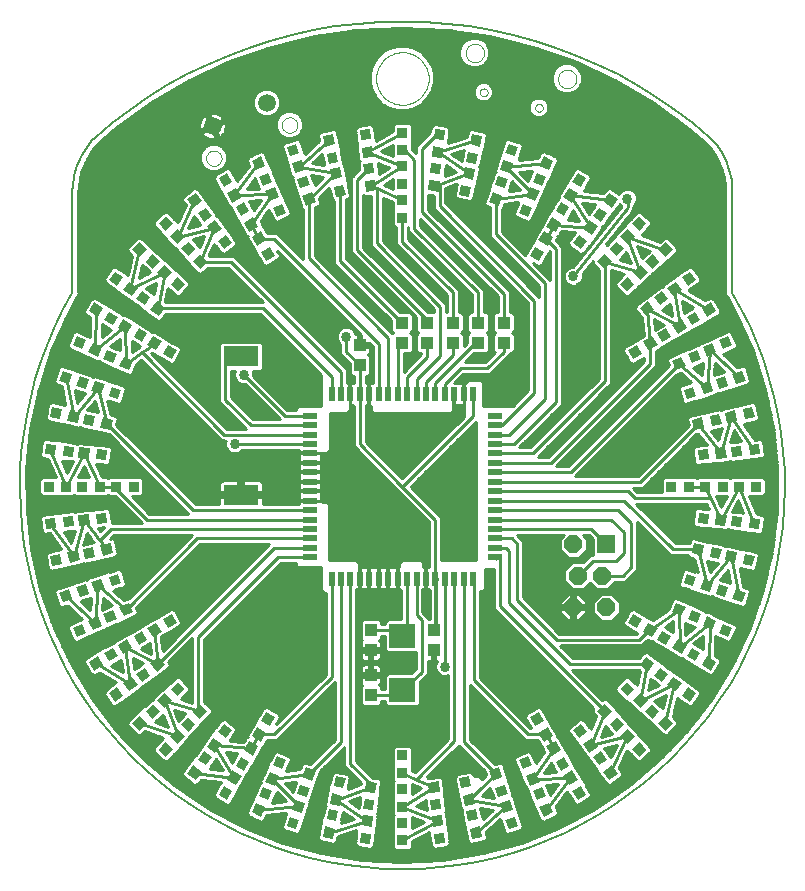
<source format=gbl>
G75*
G70*
%OFA0B0*%
%FSLAX24Y24*%
%IPPOS*%
%LPD*%
%AMOC8*
5,1,8,0,0,1.08239X$1,22.5*
%
%ADD10C,0.0050*%
%ADD11C,0.0000*%
%ADD12R,0.0337X0.0337*%
%ADD13R,0.0350X0.0350*%
%ADD14R,0.0337X0.0337*%
%ADD15R,0.0350X0.0350*%
%ADD16R,0.0200X0.0470*%
%ADD17R,0.0470X0.0200*%
%ADD18R,0.0394X0.0433*%
%ADD19R,0.0433X0.0394*%
%ADD20C,0.0591*%
%ADD21R,0.0600X0.0600*%
%ADD22OC8,0.0600*%
%ADD23R,0.0866X0.0800*%
%ADD24R,0.1181X0.0689*%
%ADD25C,0.0100*%
%ADD26C,0.0120*%
%ADD27C,0.0337*%
D10*
X004605Y022052D02*
X004303Y021507D01*
X004029Y020948D01*
X003781Y020376D01*
X003562Y019793D01*
X003372Y019200D01*
X003211Y018598D01*
X003080Y017989D01*
X002978Y017375D01*
X002907Y016756D01*
X002866Y016134D01*
X002855Y015512D01*
X002875Y014889D01*
X002925Y014268D01*
X003006Y013651D01*
X003116Y013038D01*
X003256Y012431D01*
X003426Y011831D01*
X003625Y011241D01*
X003852Y010661D01*
X004108Y010093D01*
X004391Y009538D01*
X004701Y008998D01*
X005036Y008473D01*
X005397Y007965D01*
X005782Y007476D01*
X006191Y007006D01*
X006622Y006556D01*
X007075Y006129D01*
X007548Y005723D01*
X008040Y005342D01*
X008551Y004984D01*
X009078Y004653D01*
X009620Y004347D01*
X010177Y004068D01*
X010747Y003817D01*
X011329Y003593D01*
X011921Y003399D01*
X012521Y003234D01*
X013129Y003098D01*
X013743Y002992D01*
X014361Y002916D01*
X014982Y002870D01*
X015605Y002855D01*
X016228Y002870D01*
X016849Y002916D01*
X017467Y002992D01*
X018081Y003098D01*
X018689Y003234D01*
X019289Y003399D01*
X019881Y003593D01*
X020463Y003817D01*
X021033Y004068D01*
X021590Y004347D01*
X022132Y004653D01*
X022659Y004984D01*
X023170Y005342D01*
X023662Y005723D01*
X024135Y006129D01*
X024588Y006556D01*
X025019Y007006D01*
X025428Y007476D01*
X025813Y007965D01*
X026174Y008473D01*
X026509Y008998D01*
X026819Y009538D01*
X027102Y010093D01*
X027358Y010661D01*
X027585Y011241D01*
X027784Y011831D01*
X027954Y012431D01*
X028094Y013038D01*
X028204Y013651D01*
X028285Y014268D01*
X028335Y014889D01*
X028355Y015512D01*
X028344Y016134D01*
X028303Y016756D01*
X028232Y017375D01*
X028130Y017989D01*
X027999Y018598D01*
X027838Y019200D01*
X027648Y019793D01*
X027429Y020376D01*
X027181Y020948D01*
X026907Y021507D01*
X026605Y022052D01*
X026605Y025480D01*
X026601Y025595D01*
X026592Y025710D01*
X026577Y025824D01*
X026557Y025937D01*
X026532Y026050D01*
X026502Y026161D01*
X026466Y026270D01*
X026426Y026378D01*
X026381Y026484D01*
X026331Y026587D01*
X026276Y026688D01*
X026216Y026787D01*
X026153Y026882D01*
X026084Y026975D01*
X026012Y027064D01*
X025935Y027150D01*
X025855Y027232D01*
X025283Y027712D01*
X024689Y028164D01*
X024074Y028587D01*
X023439Y028980D01*
X022786Y029341D01*
X022116Y029671D01*
X021431Y029968D01*
X020733Y030232D01*
X020023Y030462D01*
X019302Y030658D01*
X018573Y030818D01*
X017837Y030943D01*
X017096Y031033D01*
X016351Y031087D01*
X015605Y031105D01*
X014859Y031087D01*
X014114Y031033D01*
X013373Y030943D01*
X012637Y030818D01*
X011908Y030658D01*
X011187Y030462D01*
X010477Y030232D01*
X009779Y029968D01*
X009094Y029671D01*
X008424Y029341D01*
X007771Y028980D01*
X007136Y028587D01*
X006521Y028164D01*
X005927Y027712D01*
X005355Y027232D01*
X004605Y025355D02*
X004605Y022052D01*
X004605Y025355D02*
X004606Y025477D01*
X004613Y025599D01*
X004626Y025720D01*
X004644Y025841D01*
X004668Y025960D01*
X004697Y026079D01*
X004732Y026196D01*
X004772Y026311D01*
X004817Y026424D01*
X004867Y026535D01*
X004923Y026644D01*
X004983Y026750D01*
X005049Y026853D01*
X005119Y026953D01*
X005193Y027050D01*
X005272Y027143D01*
X005355Y027232D01*
D11*
X009064Y026549D02*
X009066Y026580D01*
X009072Y026611D01*
X009081Y026641D01*
X009094Y026670D01*
X009111Y026697D01*
X009131Y026721D01*
X009153Y026743D01*
X009179Y026762D01*
X009206Y026778D01*
X009235Y026790D01*
X009265Y026799D01*
X009296Y026804D01*
X009328Y026805D01*
X009359Y026802D01*
X009390Y026795D01*
X009420Y026785D01*
X009448Y026771D01*
X009474Y026753D01*
X009498Y026733D01*
X009519Y026709D01*
X009538Y026684D01*
X009553Y026656D01*
X009564Y026627D01*
X009572Y026596D01*
X009576Y026565D01*
X009576Y026533D01*
X009572Y026502D01*
X009564Y026471D01*
X009553Y026442D01*
X009538Y026414D01*
X009519Y026389D01*
X009498Y026365D01*
X009474Y026345D01*
X009448Y026327D01*
X009420Y026313D01*
X009390Y026303D01*
X009359Y026296D01*
X009328Y026293D01*
X009296Y026294D01*
X009265Y026299D01*
X009235Y026308D01*
X009206Y026320D01*
X009179Y026336D01*
X009153Y026355D01*
X009131Y026377D01*
X009111Y026401D01*
X009094Y026428D01*
X009081Y026457D01*
X009072Y026487D01*
X009066Y026518D01*
X009064Y026549D01*
X011590Y027653D02*
X011592Y027684D01*
X011598Y027715D01*
X011607Y027745D01*
X011620Y027774D01*
X011637Y027801D01*
X011657Y027825D01*
X011679Y027847D01*
X011705Y027866D01*
X011732Y027882D01*
X011761Y027894D01*
X011791Y027903D01*
X011822Y027908D01*
X011854Y027909D01*
X011885Y027906D01*
X011916Y027899D01*
X011946Y027889D01*
X011974Y027875D01*
X012000Y027857D01*
X012024Y027837D01*
X012045Y027813D01*
X012064Y027788D01*
X012079Y027760D01*
X012090Y027731D01*
X012098Y027700D01*
X012102Y027669D01*
X012102Y027637D01*
X012098Y027606D01*
X012090Y027575D01*
X012079Y027546D01*
X012064Y027518D01*
X012045Y027493D01*
X012024Y027469D01*
X012000Y027449D01*
X011974Y027431D01*
X011946Y027417D01*
X011916Y027407D01*
X011885Y027400D01*
X011854Y027397D01*
X011822Y027398D01*
X011791Y027403D01*
X011761Y027412D01*
X011732Y027424D01*
X011705Y027440D01*
X011679Y027459D01*
X011657Y027481D01*
X011637Y027505D01*
X011620Y027532D01*
X011607Y027561D01*
X011598Y027591D01*
X011592Y027622D01*
X011590Y027653D01*
X014730Y029205D02*
X014732Y029264D01*
X014738Y029323D01*
X014748Y029381D01*
X014762Y029439D01*
X014779Y029495D01*
X014801Y029550D01*
X014826Y029604D01*
X014855Y029655D01*
X014887Y029705D01*
X014922Y029752D01*
X014961Y029797D01*
X015002Y029839D01*
X015046Y029878D01*
X015093Y029915D01*
X015142Y029948D01*
X015193Y029977D01*
X015246Y030003D01*
X015301Y030026D01*
X015357Y030044D01*
X015414Y030059D01*
X015473Y030070D01*
X015531Y030077D01*
X015590Y030080D01*
X015649Y030079D01*
X015708Y030074D01*
X015767Y030065D01*
X015824Y030052D01*
X015881Y030035D01*
X015936Y030015D01*
X015990Y029991D01*
X016042Y029963D01*
X016093Y029932D01*
X016141Y029897D01*
X016186Y029859D01*
X016229Y029818D01*
X016269Y029775D01*
X016306Y029729D01*
X016340Y029680D01*
X016370Y029630D01*
X016397Y029577D01*
X016420Y029523D01*
X016440Y029467D01*
X016456Y029410D01*
X016468Y029352D01*
X016476Y029294D01*
X016480Y029235D01*
X016480Y029175D01*
X016476Y029116D01*
X016468Y029058D01*
X016456Y029000D01*
X016440Y028943D01*
X016420Y028887D01*
X016397Y028833D01*
X016370Y028780D01*
X016340Y028730D01*
X016306Y028681D01*
X016269Y028635D01*
X016229Y028592D01*
X016186Y028551D01*
X016141Y028513D01*
X016093Y028478D01*
X016043Y028447D01*
X015990Y028419D01*
X015936Y028395D01*
X015881Y028375D01*
X015824Y028358D01*
X015767Y028345D01*
X015708Y028336D01*
X015649Y028331D01*
X015590Y028330D01*
X015531Y028333D01*
X015473Y028340D01*
X015414Y028351D01*
X015357Y028366D01*
X015301Y028384D01*
X015246Y028407D01*
X015193Y028433D01*
X015142Y028462D01*
X015093Y028495D01*
X015046Y028532D01*
X015002Y028571D01*
X014961Y028613D01*
X014922Y028658D01*
X014887Y028705D01*
X014855Y028755D01*
X014826Y028806D01*
X014801Y028860D01*
X014779Y028915D01*
X014762Y028971D01*
X014748Y029029D01*
X014738Y029087D01*
X014732Y029146D01*
X014730Y029205D01*
X017712Y030056D02*
X017714Y030091D01*
X017720Y030125D01*
X017730Y030158D01*
X017743Y030191D01*
X017760Y030221D01*
X017781Y030249D01*
X017804Y030275D01*
X017831Y030298D01*
X017859Y030317D01*
X017890Y030333D01*
X017923Y030346D01*
X017956Y030355D01*
X017991Y030360D01*
X018026Y030361D01*
X018060Y030358D01*
X018095Y030351D01*
X018128Y030340D01*
X018159Y030326D01*
X018189Y030308D01*
X018217Y030287D01*
X018242Y030262D01*
X018264Y030235D01*
X018283Y030206D01*
X018298Y030175D01*
X018310Y030142D01*
X018318Y030108D01*
X018322Y030073D01*
X018322Y030039D01*
X018318Y030004D01*
X018310Y029970D01*
X018298Y029937D01*
X018283Y029906D01*
X018264Y029877D01*
X018242Y029850D01*
X018217Y029825D01*
X018189Y029804D01*
X018159Y029786D01*
X018128Y029772D01*
X018095Y029761D01*
X018060Y029754D01*
X018026Y029751D01*
X017991Y029752D01*
X017956Y029757D01*
X017923Y029766D01*
X017890Y029779D01*
X017859Y029795D01*
X017831Y029814D01*
X017804Y029837D01*
X017781Y029863D01*
X017760Y029891D01*
X017743Y029921D01*
X017730Y029954D01*
X017720Y029987D01*
X017714Y030021D01*
X017712Y030056D01*
X018190Y028745D02*
X018192Y028767D01*
X018198Y028789D01*
X018207Y028809D01*
X018220Y028827D01*
X018236Y028843D01*
X018254Y028856D01*
X018274Y028865D01*
X018296Y028871D01*
X018318Y028873D01*
X018340Y028871D01*
X018362Y028865D01*
X018382Y028856D01*
X018400Y028843D01*
X018416Y028827D01*
X018429Y028809D01*
X018438Y028789D01*
X018444Y028767D01*
X018446Y028745D01*
X018444Y028723D01*
X018438Y028701D01*
X018429Y028681D01*
X018416Y028663D01*
X018400Y028647D01*
X018382Y028634D01*
X018362Y028625D01*
X018340Y028619D01*
X018318Y028617D01*
X018296Y028619D01*
X018274Y028625D01*
X018254Y028634D01*
X018236Y028647D01*
X018220Y028663D01*
X018207Y028681D01*
X018198Y028701D01*
X018192Y028723D01*
X018190Y028745D01*
X020029Y028228D02*
X020031Y028250D01*
X020037Y028272D01*
X020046Y028292D01*
X020059Y028310D01*
X020075Y028326D01*
X020093Y028339D01*
X020113Y028348D01*
X020135Y028354D01*
X020157Y028356D01*
X020179Y028354D01*
X020201Y028348D01*
X020221Y028339D01*
X020239Y028326D01*
X020255Y028310D01*
X020268Y028292D01*
X020277Y028272D01*
X020283Y028250D01*
X020285Y028228D01*
X020283Y028206D01*
X020277Y028184D01*
X020268Y028164D01*
X020255Y028146D01*
X020239Y028130D01*
X020221Y028117D01*
X020201Y028108D01*
X020179Y028102D01*
X020157Y028100D01*
X020135Y028102D01*
X020113Y028108D01*
X020093Y028117D01*
X020075Y028130D01*
X020059Y028146D01*
X020046Y028164D01*
X020037Y028184D01*
X020031Y028206D01*
X020029Y028228D01*
X020792Y029190D02*
X020794Y029225D01*
X020800Y029259D01*
X020810Y029292D01*
X020823Y029325D01*
X020840Y029355D01*
X020861Y029383D01*
X020884Y029409D01*
X020911Y029432D01*
X020939Y029451D01*
X020970Y029467D01*
X021003Y029480D01*
X021036Y029489D01*
X021071Y029494D01*
X021106Y029495D01*
X021140Y029492D01*
X021175Y029485D01*
X021208Y029474D01*
X021239Y029460D01*
X021269Y029442D01*
X021297Y029421D01*
X021322Y029396D01*
X021344Y029369D01*
X021363Y029340D01*
X021378Y029309D01*
X021390Y029276D01*
X021398Y029242D01*
X021402Y029207D01*
X021402Y029173D01*
X021398Y029138D01*
X021390Y029104D01*
X021378Y029071D01*
X021363Y029040D01*
X021344Y029011D01*
X021322Y028984D01*
X021297Y028959D01*
X021269Y028938D01*
X021239Y028920D01*
X021208Y028906D01*
X021175Y028895D01*
X021140Y028888D01*
X021106Y028885D01*
X021071Y028886D01*
X021036Y028891D01*
X021003Y028900D01*
X020970Y028913D01*
X020939Y028929D01*
X020911Y028948D01*
X020884Y028971D01*
X020861Y028997D01*
X020840Y029025D01*
X020823Y029055D01*
X020810Y029088D01*
X020800Y029121D01*
X020794Y029155D01*
X020792Y029190D01*
D12*
X015605Y026810D03*
X015605Y025685D03*
X015605Y024560D03*
X006650Y015605D03*
X004935Y015605D03*
X003810Y015605D03*
X015605Y006650D03*
X015605Y005525D03*
X015605Y004400D03*
X024560Y015605D03*
X026275Y015605D03*
X027400Y015605D03*
D13*
X026810Y015605D03*
X025685Y015605D03*
X025150Y015605D03*
X015605Y006060D03*
X015605Y004935D03*
X015605Y003810D03*
X006060Y015605D03*
X005525Y015605D03*
X004400Y015605D03*
X015605Y025150D03*
X015605Y026275D03*
X015605Y027400D03*
D14*
G36*
X016689Y027520D02*
X017022Y027485D01*
X016987Y027152D01*
X016654Y027187D01*
X016689Y027520D01*
G37*
G36*
X016571Y026401D02*
X016904Y026366D01*
X016869Y026033D01*
X016536Y026068D01*
X016571Y026401D01*
G37*
G36*
X017830Y025265D02*
X017502Y025335D01*
X017572Y025663D01*
X017900Y025593D01*
X017830Y025265D01*
G37*
G36*
X018795Y025964D02*
X019113Y025860D01*
X019009Y025542D01*
X018691Y025646D01*
X018795Y025964D01*
G37*
G36*
X019143Y027034D02*
X019461Y026930D01*
X019357Y026612D01*
X019039Y026716D01*
X019143Y027034D01*
G37*
G36*
X018064Y026366D02*
X017736Y026436D01*
X017806Y026764D01*
X018134Y026694D01*
X018064Y026366D01*
G37*
G36*
X019790Y024592D02*
X019484Y024728D01*
X019620Y025034D01*
X019926Y024898D01*
X019790Y024592D01*
G37*
G36*
X020879Y025075D02*
X021169Y024907D01*
X021001Y024617D01*
X020711Y024785D01*
X020879Y025075D01*
G37*
G36*
X021442Y026049D02*
X021732Y025881D01*
X021564Y025591D01*
X021274Y025759D01*
X021442Y026049D01*
G37*
G36*
X020247Y025620D02*
X019941Y025756D01*
X020077Y026062D01*
X020383Y025926D01*
X020247Y025620D01*
G37*
G36*
X021567Y023526D02*
X021296Y023723D01*
X021493Y023994D01*
X021764Y023797D01*
X021567Y023526D01*
G37*
G36*
X022733Y023772D02*
X022982Y023547D01*
X022757Y023298D01*
X022508Y023523D01*
X022733Y023772D01*
G37*
G36*
X023486Y024608D02*
X023735Y024383D01*
X023510Y024134D01*
X023261Y024359D01*
X023486Y024608D01*
G37*
G36*
X022228Y024436D02*
X021957Y024633D01*
X022154Y024904D01*
X022425Y024707D01*
X022228Y024436D01*
G37*
G36*
X023920Y022865D02*
X023695Y023114D01*
X023944Y023339D01*
X024169Y023090D01*
X023920Y022865D01*
G37*
G36*
X023084Y022113D02*
X022859Y022362D01*
X023108Y022587D01*
X023333Y022338D01*
X023084Y022113D01*
G37*
G36*
X024274Y022111D02*
X024471Y021840D01*
X024200Y021643D01*
X024003Y021914D01*
X024274Y022111D01*
G37*
G36*
X025185Y022772D02*
X025382Y022501D01*
X025111Y022304D01*
X024914Y022575D01*
X025185Y022772D01*
G37*
G36*
X025248Y020978D02*
X025080Y021268D01*
X025370Y021436D01*
X025538Y021146D01*
X025248Y020978D01*
G37*
G36*
X024273Y020416D02*
X024105Y020706D01*
X024395Y020874D01*
X024563Y020584D01*
X024273Y020416D01*
G37*
G36*
X023299Y019853D02*
X023131Y020143D01*
X023421Y020311D01*
X023589Y020021D01*
X023299Y019853D01*
G37*
G36*
X025084Y018509D02*
X024980Y018827D01*
X025298Y018931D01*
X025402Y018613D01*
X025084Y018509D01*
G37*
G36*
X026171Y018022D02*
X026241Y017694D01*
X025913Y017624D01*
X025843Y017952D01*
X026171Y018022D01*
G37*
G36*
X027272Y018256D02*
X027342Y017928D01*
X027014Y017858D01*
X026944Y018186D01*
X027272Y018256D01*
G37*
G36*
X026154Y018856D02*
X026050Y019174D01*
X026368Y019278D01*
X026472Y018960D01*
X026154Y018856D01*
G37*
G36*
X025438Y020166D02*
X025574Y019860D01*
X025268Y019724D01*
X025132Y020030D01*
X025438Y020166D01*
G37*
G36*
X026466Y020624D02*
X026602Y020318D01*
X026296Y020182D01*
X026160Y020488D01*
X026466Y020624D01*
G37*
G36*
X026599Y016592D02*
X026564Y016925D01*
X026897Y016960D01*
X026932Y016627D01*
X026599Y016592D01*
G37*
G36*
X025480Y016475D02*
X025445Y016808D01*
X025778Y016843D01*
X025813Y016510D01*
X025480Y016475D01*
G37*
G36*
X025445Y014402D02*
X025480Y014735D01*
X025813Y014700D01*
X025778Y014367D01*
X025445Y014402D01*
G37*
G36*
X026241Y013516D02*
X026171Y013188D01*
X025843Y013258D01*
X025913Y013586D01*
X026241Y013516D01*
G37*
G36*
X027342Y013282D02*
X027272Y012954D01*
X026944Y013024D01*
X027014Y013352D01*
X027342Y013282D01*
G37*
G36*
X026564Y014285D02*
X026599Y014618D01*
X026932Y014583D01*
X026897Y014250D01*
X026564Y014285D01*
G37*
G36*
X024980Y012383D02*
X025084Y012701D01*
X025402Y012597D01*
X025298Y012279D01*
X024980Y012383D01*
G37*
G36*
X025574Y011350D02*
X025438Y011044D01*
X025132Y011180D01*
X025268Y011486D01*
X025574Y011350D01*
G37*
G36*
X026602Y010892D02*
X026466Y010586D01*
X026160Y010722D01*
X026296Y011028D01*
X026602Y010892D01*
G37*
G36*
X026050Y012036D02*
X026154Y012354D01*
X026472Y012250D01*
X026368Y011932D01*
X026050Y012036D01*
G37*
G36*
X024105Y010504D02*
X024273Y010794D01*
X024563Y010626D01*
X024395Y010336D01*
X024105Y010504D01*
G37*
G36*
X023131Y011067D02*
X023299Y011357D01*
X023589Y011189D01*
X023421Y010899D01*
X023131Y011067D01*
G37*
G36*
X024471Y009370D02*
X024274Y009099D01*
X024003Y009296D01*
X024200Y009567D01*
X024471Y009370D01*
G37*
G36*
X025382Y008709D02*
X025185Y008438D01*
X024914Y008635D01*
X025111Y008906D01*
X025382Y008709D01*
G37*
G36*
X025080Y009942D02*
X025248Y010232D01*
X025538Y010064D01*
X025370Y009774D01*
X025080Y009942D01*
G37*
G36*
X023695Y008096D02*
X023920Y008345D01*
X024169Y008120D01*
X023944Y007871D01*
X023695Y008096D01*
G37*
G36*
X022859Y008848D02*
X023084Y009097D01*
X023333Y008872D01*
X023108Y008623D01*
X022859Y008848D01*
G37*
G36*
X022982Y007663D02*
X022733Y007438D01*
X022508Y007687D01*
X022757Y007912D01*
X022982Y007663D01*
G37*
G36*
X023735Y006827D02*
X023486Y006602D01*
X023261Y006851D01*
X023510Y007076D01*
X023735Y006827D01*
G37*
G36*
X021957Y006577D02*
X022228Y006774D01*
X022425Y006503D01*
X022154Y006306D01*
X021957Y006577D01*
G37*
G36*
X021296Y007487D02*
X021567Y007684D01*
X021764Y007413D01*
X021493Y007216D01*
X021296Y007487D01*
G37*
G36*
X021169Y006303D02*
X020879Y006135D01*
X020711Y006425D01*
X021001Y006593D01*
X021169Y006303D01*
G37*
G36*
X021732Y005329D02*
X021442Y005161D01*
X021274Y005451D01*
X021564Y005619D01*
X021732Y005329D01*
G37*
G36*
X019941Y005454D02*
X020247Y005590D01*
X020383Y005284D01*
X020077Y005148D01*
X019941Y005454D01*
G37*
G36*
X019484Y006482D02*
X019790Y006618D01*
X019926Y006312D01*
X019620Y006176D01*
X019484Y006482D01*
G37*
G36*
X019113Y005350D02*
X018795Y005246D01*
X018691Y005564D01*
X019009Y005668D01*
X019113Y005350D01*
G37*
G36*
X019461Y004280D02*
X019143Y004176D01*
X019039Y004494D01*
X019357Y004598D01*
X019461Y004280D01*
G37*
G36*
X017736Y004774D02*
X018064Y004844D01*
X018134Y004516D01*
X017806Y004446D01*
X017736Y004774D01*
G37*
G36*
X017502Y005875D02*
X017830Y005945D01*
X017900Y005617D01*
X017572Y005547D01*
X017502Y005875D01*
G37*
G36*
X016904Y004844D02*
X016571Y004809D01*
X016536Y005142D01*
X016869Y005177D01*
X016904Y004844D01*
G37*
G36*
X017022Y003725D02*
X016689Y003690D01*
X016654Y004023D01*
X016987Y004058D01*
X017022Y003725D01*
G37*
G36*
X014521Y003690D02*
X014188Y003725D01*
X014223Y004058D01*
X014556Y004023D01*
X014521Y003690D01*
G37*
G36*
X014639Y004809D02*
X014306Y004844D01*
X014341Y005177D01*
X014674Y005142D01*
X014639Y004809D01*
G37*
G36*
X013380Y005945D02*
X013708Y005875D01*
X013638Y005547D01*
X013310Y005617D01*
X013380Y005945D01*
G37*
G36*
X012415Y005246D02*
X012097Y005350D01*
X012201Y005668D01*
X012519Y005564D01*
X012415Y005246D01*
G37*
G36*
X012067Y004176D02*
X011749Y004280D01*
X011853Y004598D01*
X012171Y004494D01*
X012067Y004176D01*
G37*
G36*
X013146Y004844D02*
X013474Y004774D01*
X013404Y004446D01*
X013076Y004516D01*
X013146Y004844D01*
G37*
G36*
X011420Y006618D02*
X011726Y006482D01*
X011590Y006176D01*
X011284Y006312D01*
X011420Y006618D01*
G37*
G36*
X010331Y006135D02*
X010041Y006303D01*
X010209Y006593D01*
X010499Y006425D01*
X010331Y006135D01*
G37*
G36*
X009768Y005161D02*
X009478Y005329D01*
X009646Y005619D01*
X009936Y005451D01*
X009768Y005161D01*
G37*
G36*
X010963Y005590D02*
X011269Y005454D01*
X011133Y005148D01*
X010827Y005284D01*
X010963Y005590D01*
G37*
G36*
X009643Y007684D02*
X009914Y007487D01*
X009717Y007216D01*
X009446Y007413D01*
X009643Y007684D01*
G37*
G36*
X008477Y007438D02*
X008228Y007663D01*
X008453Y007912D01*
X008702Y007687D01*
X008477Y007438D01*
G37*
G36*
X007724Y006602D02*
X007475Y006827D01*
X007700Y007076D01*
X007949Y006851D01*
X007724Y006602D01*
G37*
G36*
X008982Y006774D02*
X009253Y006577D01*
X009056Y006306D01*
X008785Y006503D01*
X008982Y006774D01*
G37*
G36*
X007290Y008345D02*
X007515Y008096D01*
X007266Y007871D01*
X007041Y008120D01*
X007290Y008345D01*
G37*
G36*
X008126Y009097D02*
X008351Y008848D01*
X008102Y008623D01*
X007877Y008872D01*
X008126Y009097D01*
G37*
G36*
X006936Y009099D02*
X006739Y009370D01*
X007010Y009567D01*
X007207Y009296D01*
X006936Y009099D01*
G37*
G36*
X006025Y008438D02*
X005828Y008709D01*
X006099Y008906D01*
X006296Y008635D01*
X006025Y008438D01*
G37*
G36*
X005962Y010232D02*
X006130Y009942D01*
X005840Y009774D01*
X005672Y010064D01*
X005962Y010232D01*
G37*
G36*
X006937Y010794D02*
X007105Y010504D01*
X006815Y010336D01*
X006647Y010626D01*
X006937Y010794D01*
G37*
G36*
X007911Y011357D02*
X008079Y011067D01*
X007789Y010899D01*
X007621Y011189D01*
X007911Y011357D01*
G37*
G36*
X006126Y012701D02*
X006230Y012383D01*
X005912Y012279D01*
X005808Y012597D01*
X006126Y012701D01*
G37*
G36*
X005039Y013188D02*
X004969Y013516D01*
X005297Y013586D01*
X005367Y013258D01*
X005039Y013188D01*
G37*
G36*
X003938Y012954D02*
X003868Y013282D01*
X004196Y013352D01*
X004266Y013024D01*
X003938Y012954D01*
G37*
G36*
X005056Y012354D02*
X005160Y012036D01*
X004842Y011932D01*
X004738Y012250D01*
X005056Y012354D01*
G37*
G36*
X005772Y011044D02*
X005636Y011350D01*
X005942Y011486D01*
X006078Y011180D01*
X005772Y011044D01*
G37*
G36*
X004744Y010586D02*
X004608Y010892D01*
X004914Y011028D01*
X005050Y010722D01*
X004744Y010586D01*
G37*
G36*
X004611Y014618D02*
X004646Y014285D01*
X004313Y014250D01*
X004278Y014583D01*
X004611Y014618D01*
G37*
G36*
X005730Y014735D02*
X005765Y014402D01*
X005432Y014367D01*
X005397Y014700D01*
X005730Y014735D01*
G37*
G36*
X005765Y016808D02*
X005730Y016475D01*
X005397Y016510D01*
X005432Y016843D01*
X005765Y016808D01*
G37*
G36*
X004969Y017694D02*
X005039Y018022D01*
X005367Y017952D01*
X005297Y017624D01*
X004969Y017694D01*
G37*
G36*
X003868Y017928D02*
X003938Y018256D01*
X004266Y018186D01*
X004196Y017858D01*
X003868Y017928D01*
G37*
G36*
X005160Y019174D02*
X005056Y018856D01*
X004738Y018960D01*
X004842Y019278D01*
X005160Y019174D01*
G37*
G36*
X005636Y019860D02*
X005772Y020166D01*
X006078Y020030D01*
X005942Y019724D01*
X005636Y019860D01*
G37*
G36*
X004608Y020318D02*
X004744Y020624D01*
X005050Y020488D01*
X004914Y020182D01*
X004608Y020318D01*
G37*
G36*
X006130Y021268D02*
X005962Y020978D01*
X005672Y021146D01*
X005840Y021436D01*
X006130Y021268D01*
G37*
G36*
X007105Y020706D02*
X006937Y020416D01*
X006647Y020584D01*
X006815Y020874D01*
X007105Y020706D01*
G37*
G36*
X008079Y020143D02*
X007911Y019853D01*
X007621Y020021D01*
X007789Y020311D01*
X008079Y020143D01*
G37*
G36*
X006739Y021840D02*
X006936Y022111D01*
X007207Y021914D01*
X007010Y021643D01*
X006739Y021840D01*
G37*
G36*
X005828Y022501D02*
X006025Y022772D01*
X006296Y022575D01*
X006099Y022304D01*
X005828Y022501D01*
G37*
G36*
X007515Y023114D02*
X007290Y022865D01*
X007041Y023090D01*
X007266Y023339D01*
X007515Y023114D01*
G37*
G36*
X008351Y022362D02*
X008126Y022113D01*
X007877Y022338D01*
X008102Y022587D01*
X008351Y022362D01*
G37*
G36*
X008228Y023547D02*
X008477Y023772D01*
X008702Y023523D01*
X008453Y023298D01*
X008228Y023547D01*
G37*
G36*
X007475Y024383D02*
X007724Y024608D01*
X007949Y024359D01*
X007700Y024134D01*
X007475Y024383D01*
G37*
G36*
X009253Y024633D02*
X008982Y024436D01*
X008785Y024707D01*
X009056Y024904D01*
X009253Y024633D01*
G37*
G36*
X009914Y023723D02*
X009643Y023526D01*
X009446Y023797D01*
X009717Y023994D01*
X009914Y023723D01*
G37*
G36*
X010041Y024907D02*
X010331Y025075D01*
X010499Y024785D01*
X010209Y024617D01*
X010041Y024907D01*
G37*
G36*
X009478Y025881D02*
X009768Y026049D01*
X009936Y025759D01*
X009646Y025591D01*
X009478Y025881D01*
G37*
G36*
X011269Y025756D02*
X010963Y025620D01*
X010827Y025926D01*
X011133Y026062D01*
X011269Y025756D01*
G37*
G36*
X011726Y024728D02*
X011420Y024592D01*
X011284Y024898D01*
X011590Y025034D01*
X011726Y024728D01*
G37*
G36*
X012097Y025860D02*
X012415Y025964D01*
X012519Y025646D01*
X012201Y025542D01*
X012097Y025860D01*
G37*
G36*
X011749Y026930D02*
X012067Y027034D01*
X012171Y026716D01*
X011853Y026612D01*
X011749Y026930D01*
G37*
G36*
X013474Y026436D02*
X013146Y026366D01*
X013076Y026694D01*
X013404Y026764D01*
X013474Y026436D01*
G37*
G36*
X013708Y025335D02*
X013380Y025265D01*
X013310Y025593D01*
X013638Y025663D01*
X013708Y025335D01*
G37*
G36*
X014306Y026366D02*
X014639Y026401D01*
X014674Y026068D01*
X014341Y026033D01*
X014306Y026366D01*
G37*
G36*
X014188Y027485D02*
X014521Y027520D01*
X014556Y027187D01*
X014223Y027152D01*
X014188Y027485D01*
G37*
G36*
X011357Y023299D02*
X011067Y023131D01*
X010899Y023421D01*
X011189Y023589D01*
X011357Y023299D01*
G37*
G36*
X006230Y018827D02*
X006126Y018509D01*
X005808Y018613D01*
X005912Y018931D01*
X006230Y018827D01*
G37*
G36*
X004646Y016925D02*
X004611Y016592D01*
X004278Y016627D01*
X004313Y016960D01*
X004646Y016925D01*
G37*
G36*
X011067Y008079D02*
X011357Y007911D01*
X011189Y007621D01*
X010899Y007789D01*
X011067Y008079D01*
G37*
G36*
X019853Y007911D02*
X020143Y008079D01*
X020311Y007789D01*
X020021Y007621D01*
X019853Y007911D01*
G37*
G36*
X020143Y023131D02*
X019853Y023299D01*
X020021Y023589D01*
X020311Y023421D01*
X020143Y023131D01*
G37*
D15*
G36*
X020442Y023632D02*
X020139Y023807D01*
X020314Y024110D01*
X020617Y023935D01*
X020442Y023632D01*
G37*
G36*
X020581Y024573D02*
X020884Y024398D01*
X020709Y024095D01*
X020406Y024270D01*
X020581Y024573D01*
G37*
G36*
X021143Y025548D02*
X021446Y025373D01*
X021271Y025070D01*
X020968Y025245D01*
X021143Y025548D01*
G37*
G36*
X020491Y026150D02*
X020172Y026293D01*
X020315Y026612D01*
X020634Y026469D01*
X020491Y026150D01*
G37*
G36*
X020033Y025122D02*
X019714Y025265D01*
X019857Y025584D01*
X020176Y025441D01*
X020033Y025122D01*
G37*
G36*
X018955Y026481D02*
X019287Y026373D01*
X019179Y026041D01*
X018847Y026149D01*
X018955Y026481D01*
G37*
G36*
X018191Y026936D02*
X017850Y027009D01*
X017923Y027350D01*
X018264Y027277D01*
X018191Y026936D01*
G37*
G36*
X017957Y025835D02*
X017616Y025908D01*
X017689Y026249D01*
X018030Y026176D01*
X017957Y025835D01*
G37*
G36*
X018608Y025411D02*
X018940Y025303D01*
X018832Y024971D01*
X018500Y025079D01*
X018608Y025411D01*
G37*
G36*
X016504Y025821D02*
X016851Y025784D01*
X016814Y025437D01*
X016467Y025474D01*
X016504Y025821D01*
G37*
G36*
X016621Y026940D02*
X016968Y026903D01*
X016931Y026556D01*
X016584Y026593D01*
X016621Y026940D01*
G37*
G36*
X014242Y026903D02*
X014589Y026940D01*
X014626Y026593D01*
X014279Y026556D01*
X014242Y026903D01*
G37*
G36*
X013360Y027009D02*
X013019Y026936D01*
X012946Y027277D01*
X013287Y027350D01*
X013360Y027009D01*
G37*
G36*
X013594Y025908D02*
X013253Y025835D01*
X013180Y026176D01*
X013521Y026249D01*
X013594Y025908D01*
G37*
G36*
X014359Y025784D02*
X014706Y025821D01*
X014743Y025474D01*
X014396Y025437D01*
X014359Y025784D01*
G37*
G36*
X012270Y025303D02*
X012602Y025411D01*
X012710Y025079D01*
X012378Y024971D01*
X012270Y025303D01*
G37*
G36*
X011923Y026373D02*
X012255Y026481D01*
X012363Y026149D01*
X012031Y026041D01*
X011923Y026373D01*
G37*
G36*
X011038Y026293D02*
X010719Y026150D01*
X010576Y026469D01*
X010895Y026612D01*
X011038Y026293D01*
G37*
G36*
X011496Y025265D02*
X011177Y025122D01*
X011034Y025441D01*
X011353Y025584D01*
X011496Y025265D01*
G37*
G36*
X010326Y024398D02*
X010629Y024573D01*
X010804Y024270D01*
X010501Y024095D01*
X010326Y024398D01*
G37*
G36*
X011071Y023807D02*
X010768Y023632D01*
X010593Y023935D01*
X010896Y024110D01*
X011071Y023807D01*
G37*
G36*
X009764Y025373D02*
X010067Y025548D01*
X010242Y025245D01*
X009939Y025070D01*
X009764Y025373D01*
G37*
G36*
X009577Y024199D02*
X009295Y023993D01*
X009089Y024275D01*
X009371Y024481D01*
X009577Y024199D01*
G37*
G36*
X008916Y025110D02*
X008634Y024904D01*
X008428Y025186D01*
X008710Y025392D01*
X008916Y025110D01*
G37*
G36*
X007861Y023944D02*
X008120Y024179D01*
X008355Y023920D01*
X008096Y023685D01*
X007861Y023944D01*
G37*
G36*
X008613Y023108D02*
X008872Y023343D01*
X009107Y023084D01*
X008848Y022849D01*
X008613Y023108D01*
G37*
G36*
X007922Y022757D02*
X007687Y022498D01*
X007428Y022733D01*
X007663Y022992D01*
X007922Y022757D01*
G37*
G36*
X007086Y023510D02*
X006851Y023251D01*
X006592Y023486D01*
X006827Y023745D01*
X007086Y023510D01*
G37*
G36*
X006296Y022153D02*
X006502Y022435D01*
X006784Y022229D01*
X006578Y021947D01*
X006296Y022153D01*
G37*
G36*
X005629Y021567D02*
X005454Y021264D01*
X005151Y021439D01*
X005326Y021742D01*
X005629Y021567D01*
G37*
G36*
X006603Y021004D02*
X006428Y020701D01*
X006125Y020876D01*
X006300Y021179D01*
X006603Y021004D01*
G37*
G36*
X007578Y020442D02*
X007403Y020139D01*
X007100Y020314D01*
X007275Y020617D01*
X007578Y020442D01*
G37*
G36*
X007206Y021492D02*
X007412Y021774D01*
X007694Y021568D01*
X007488Y021286D01*
X007206Y021492D01*
G37*
G36*
X006166Y019617D02*
X006309Y019936D01*
X006628Y019793D01*
X006485Y019474D01*
X006166Y019617D01*
G37*
G36*
X005138Y020074D02*
X005281Y020393D01*
X005600Y020250D01*
X005457Y019931D01*
X005138Y020074D01*
G37*
G36*
X004607Y019362D02*
X004499Y019030D01*
X004167Y019138D01*
X004275Y019470D01*
X004607Y019362D01*
G37*
G36*
X005677Y019014D02*
X005569Y018682D01*
X005237Y018790D01*
X005345Y019122D01*
X005677Y019014D01*
G37*
G36*
X005539Y017567D02*
X005612Y017908D01*
X005953Y017835D01*
X005880Y017494D01*
X005539Y017567D01*
G37*
G36*
X005185Y016875D02*
X005148Y016528D01*
X004801Y016565D01*
X004838Y016912D01*
X005185Y016875D01*
G37*
G36*
X004438Y017801D02*
X004511Y018142D01*
X004852Y018069D01*
X004779Y017728D01*
X004438Y017801D01*
G37*
G36*
X004066Y016993D02*
X004029Y016646D01*
X003682Y016683D01*
X003719Y017030D01*
X004066Y016993D01*
G37*
G36*
X005148Y014682D02*
X005185Y014335D01*
X004838Y014298D01*
X004801Y014645D01*
X005148Y014682D01*
G37*
G36*
X005612Y013302D02*
X005539Y013643D01*
X005880Y013716D01*
X005953Y013375D01*
X005612Y013302D01*
G37*
G36*
X004511Y013068D02*
X004438Y013409D01*
X004779Y013482D01*
X004852Y013141D01*
X004511Y013068D01*
G37*
G36*
X004499Y012180D02*
X004607Y011848D01*
X004275Y011740D01*
X004167Y012072D01*
X004499Y012180D01*
G37*
G36*
X005569Y012528D02*
X005677Y012196D01*
X005345Y012088D01*
X005237Y012420D01*
X005569Y012528D01*
G37*
G36*
X006309Y011274D02*
X006166Y011593D01*
X006485Y011736D01*
X006628Y011417D01*
X006309Y011274D01*
G37*
G36*
X005281Y010817D02*
X005138Y011136D01*
X005457Y011279D01*
X005600Y010960D01*
X005281Y010817D01*
G37*
G36*
X005454Y009946D02*
X005629Y009643D01*
X005326Y009468D01*
X005151Y009771D01*
X005454Y009946D01*
G37*
G36*
X006428Y010509D02*
X006603Y010206D01*
X006300Y010031D01*
X006125Y010334D01*
X006428Y010509D01*
G37*
G36*
X007403Y011071D02*
X007578Y010768D01*
X007275Y010593D01*
X007100Y010896D01*
X007403Y011071D01*
G37*
G36*
X007412Y009436D02*
X007206Y009718D01*
X007488Y009924D01*
X007694Y009642D01*
X007412Y009436D01*
G37*
G36*
X006502Y008775D02*
X006296Y009057D01*
X006578Y009263D01*
X006784Y008981D01*
X006502Y008775D01*
G37*
G36*
X006851Y007959D02*
X007086Y007700D01*
X006827Y007465D01*
X006592Y007724D01*
X006851Y007959D01*
G37*
G36*
X007687Y008712D02*
X007922Y008453D01*
X007663Y008218D01*
X007428Y008477D01*
X007687Y008712D01*
G37*
G36*
X008872Y007867D02*
X008613Y008102D01*
X008848Y008361D01*
X009107Y008126D01*
X008872Y007867D01*
G37*
G36*
X008120Y007031D02*
X007861Y007266D01*
X008096Y007525D01*
X008355Y007290D01*
X008120Y007031D01*
G37*
G36*
X008634Y006306D02*
X008916Y006100D01*
X008710Y005818D01*
X008428Y006024D01*
X008634Y006306D01*
G37*
G36*
X009295Y007217D02*
X009577Y007011D01*
X009371Y006729D01*
X009089Y006935D01*
X009295Y007217D01*
G37*
G36*
X010629Y006637D02*
X010326Y006812D01*
X010501Y007115D01*
X010804Y006940D01*
X010629Y006637D01*
G37*
G36*
X010768Y007578D02*
X011071Y007403D01*
X010896Y007100D01*
X010593Y007275D01*
X010768Y007578D01*
G37*
G36*
X011177Y006088D02*
X011496Y005945D01*
X011353Y005626D01*
X011034Y005769D01*
X011177Y006088D01*
G37*
G36*
X010067Y005662D02*
X009764Y005837D01*
X009939Y006140D01*
X010242Y005965D01*
X010067Y005662D01*
G37*
G36*
X010719Y005060D02*
X011038Y004917D01*
X010895Y004598D01*
X010576Y004741D01*
X010719Y005060D01*
G37*
G36*
X012255Y004729D02*
X011923Y004837D01*
X012031Y005169D01*
X012363Y005061D01*
X012255Y004729D01*
G37*
G36*
X013019Y004274D02*
X013360Y004201D01*
X013287Y003860D01*
X012946Y003933D01*
X013019Y004274D01*
G37*
G36*
X013253Y005375D02*
X013594Y005302D01*
X013521Y004961D01*
X013180Y005034D01*
X013253Y005375D01*
G37*
G36*
X012602Y005799D02*
X012270Y005907D01*
X012378Y006239D01*
X012710Y006131D01*
X012602Y005799D01*
G37*
G36*
X014706Y005389D02*
X014359Y005426D01*
X014396Y005773D01*
X014743Y005736D01*
X014706Y005389D01*
G37*
G36*
X014589Y004270D02*
X014242Y004307D01*
X014279Y004654D01*
X014626Y004617D01*
X014589Y004270D01*
G37*
G36*
X016968Y004307D02*
X016621Y004270D01*
X016584Y004617D01*
X016931Y004654D01*
X016968Y004307D01*
G37*
G36*
X017850Y004201D02*
X018191Y004274D01*
X018264Y003933D01*
X017923Y003860D01*
X017850Y004201D01*
G37*
G36*
X017616Y005302D02*
X017957Y005375D01*
X018030Y005034D01*
X017689Y004961D01*
X017616Y005302D01*
G37*
G36*
X016851Y005426D02*
X016504Y005389D01*
X016467Y005736D01*
X016814Y005773D01*
X016851Y005426D01*
G37*
G36*
X018940Y005907D02*
X018608Y005799D01*
X018500Y006131D01*
X018832Y006239D01*
X018940Y005907D01*
G37*
G36*
X019287Y004837D02*
X018955Y004729D01*
X018847Y005061D01*
X019179Y005169D01*
X019287Y004837D01*
G37*
G36*
X019714Y005945D02*
X020033Y006088D01*
X020176Y005769D01*
X019857Y005626D01*
X019714Y005945D01*
G37*
G36*
X020172Y004917D02*
X020491Y005060D01*
X020634Y004741D01*
X020315Y004598D01*
X020172Y004917D01*
G37*
G36*
X021446Y005837D02*
X021143Y005662D01*
X020968Y005965D01*
X021271Y006140D01*
X021446Y005837D01*
G37*
G36*
X020884Y006812D02*
X020581Y006637D01*
X020406Y006940D01*
X020709Y007115D01*
X020884Y006812D01*
G37*
G36*
X020139Y007403D02*
X020442Y007578D01*
X020617Y007275D01*
X020314Y007100D01*
X020139Y007403D01*
G37*
G36*
X021633Y007011D02*
X021915Y007217D01*
X022121Y006935D01*
X021839Y006729D01*
X021633Y007011D01*
G37*
G36*
X022294Y006100D02*
X022576Y006306D01*
X022782Y006024D01*
X022500Y005818D01*
X022294Y006100D01*
G37*
G36*
X023349Y007266D02*
X023090Y007031D01*
X022855Y007290D01*
X023114Y007525D01*
X023349Y007266D01*
G37*
G36*
X023288Y008453D02*
X023523Y008712D01*
X023782Y008477D01*
X023547Y008218D01*
X023288Y008453D01*
G37*
G36*
X022597Y008102D02*
X022338Y007867D01*
X022103Y008126D01*
X022362Y008361D01*
X022597Y008102D01*
G37*
G36*
X024004Y009718D02*
X023798Y009436D01*
X023516Y009642D01*
X023722Y009924D01*
X024004Y009718D01*
G37*
G36*
X024914Y009057D02*
X024708Y008775D01*
X024426Y008981D01*
X024632Y009263D01*
X024914Y009057D01*
G37*
G36*
X025581Y009643D02*
X025756Y009946D01*
X026059Y009771D01*
X025884Y009468D01*
X025581Y009643D01*
G37*
G36*
X024607Y010206D02*
X024782Y010509D01*
X025085Y010334D01*
X024910Y010031D01*
X024607Y010206D01*
G37*
G36*
X023632Y010768D02*
X023807Y011071D01*
X024110Y010896D01*
X023935Y010593D01*
X023632Y010768D01*
G37*
G36*
X025044Y011593D02*
X024901Y011274D01*
X024582Y011417D01*
X024725Y011736D01*
X025044Y011593D01*
G37*
G36*
X026072Y011136D02*
X025929Y010817D01*
X025610Y010960D01*
X025753Y011279D01*
X026072Y011136D01*
G37*
G36*
X026603Y011848D02*
X026711Y012180D01*
X027043Y012072D01*
X026935Y011740D01*
X026603Y011848D01*
G37*
G36*
X025533Y012196D02*
X025641Y012528D01*
X025973Y012420D01*
X025865Y012088D01*
X025533Y012196D01*
G37*
G36*
X026772Y013409D02*
X026699Y013068D01*
X026358Y013141D01*
X026431Y013482D01*
X026772Y013409D01*
G37*
G36*
X027144Y014217D02*
X027181Y014564D01*
X027528Y014527D01*
X027491Y014180D01*
X027144Y014217D01*
G37*
G36*
X026025Y014335D02*
X026062Y014682D01*
X026409Y014645D01*
X026372Y014298D01*
X026025Y014335D01*
G37*
G36*
X025671Y013643D02*
X025598Y013302D01*
X025257Y013375D01*
X025330Y013716D01*
X025671Y013643D01*
G37*
G36*
X026062Y016528D02*
X026025Y016875D01*
X026372Y016912D01*
X026409Y016565D01*
X026062Y016528D01*
G37*
G36*
X027181Y016646D02*
X027144Y016993D01*
X027491Y017030D01*
X027528Y016683D01*
X027181Y016646D01*
G37*
G36*
X026699Y018142D02*
X026772Y017801D01*
X026431Y017728D01*
X026358Y018069D01*
X026699Y018142D01*
G37*
G36*
X025641Y018682D02*
X025533Y019014D01*
X025865Y019122D01*
X025973Y018790D01*
X025641Y018682D01*
G37*
G36*
X025598Y017908D02*
X025671Y017567D01*
X025330Y017494D01*
X025257Y017835D01*
X025598Y017908D01*
G37*
G36*
X026711Y019030D02*
X026603Y019362D01*
X026935Y019470D01*
X027043Y019138D01*
X026711Y019030D01*
G37*
G36*
X025929Y020393D02*
X026072Y020074D01*
X025753Y019931D01*
X025610Y020250D01*
X025929Y020393D01*
G37*
G36*
X025756Y021264D02*
X025581Y021567D01*
X025884Y021742D01*
X026059Y021439D01*
X025756Y021264D01*
G37*
G36*
X024782Y020701D02*
X024607Y021004D01*
X024910Y021179D01*
X025085Y020876D01*
X024782Y020701D01*
G37*
G36*
X023807Y020139D02*
X023632Y020442D01*
X023935Y020617D01*
X024110Y020314D01*
X023807Y020139D01*
G37*
G36*
X024901Y019936D02*
X025044Y019617D01*
X024725Y019474D01*
X024582Y019793D01*
X024901Y019936D01*
G37*
G36*
X023798Y021774D02*
X024004Y021492D01*
X023722Y021286D01*
X023516Y021568D01*
X023798Y021774D01*
G37*
G36*
X024708Y022435D02*
X024914Y022153D01*
X024632Y021947D01*
X024426Y022229D01*
X024708Y022435D01*
G37*
G36*
X024359Y023251D02*
X024124Y023510D01*
X024383Y023745D01*
X024618Y023486D01*
X024359Y023251D01*
G37*
G36*
X023523Y022498D02*
X023288Y022757D01*
X023547Y022992D01*
X023782Y022733D01*
X023523Y022498D01*
G37*
G36*
X022338Y023343D02*
X022597Y023108D01*
X022362Y022849D01*
X022103Y023084D01*
X022338Y023343D01*
G37*
G36*
X023090Y024179D02*
X023349Y023944D01*
X023114Y023685D01*
X022855Y023920D01*
X023090Y024179D01*
G37*
G36*
X022576Y024904D02*
X022294Y025110D01*
X022500Y025392D01*
X022782Y025186D01*
X022576Y024904D01*
G37*
G36*
X021915Y023993D02*
X021633Y024199D01*
X021839Y024481D01*
X022121Y024275D01*
X021915Y023993D01*
G37*
G36*
X024124Y007700D02*
X024359Y007959D01*
X024618Y007724D01*
X024383Y007465D01*
X024124Y007700D01*
G37*
G36*
X004029Y014564D02*
X004066Y014217D01*
X003719Y014180D01*
X003682Y014527D01*
X004029Y014564D01*
G37*
D16*
X013243Y012534D03*
X013558Y012534D03*
X013873Y012534D03*
X014188Y012534D03*
X014503Y012534D03*
X014818Y012534D03*
X015133Y012534D03*
X015448Y012534D03*
X015762Y012534D03*
X016077Y012534D03*
X016392Y012534D03*
X016707Y012534D03*
X017022Y012534D03*
X017337Y012534D03*
X017652Y012534D03*
X017967Y012534D03*
X017967Y018676D03*
X017652Y018676D03*
X017337Y018676D03*
X017022Y018676D03*
X016707Y018676D03*
X016392Y018676D03*
X016077Y018676D03*
X015762Y018676D03*
X015448Y018676D03*
X015133Y018676D03*
X014818Y018676D03*
X014503Y018676D03*
X014188Y018676D03*
X013873Y018676D03*
X013558Y018676D03*
X013243Y018676D03*
D17*
X012534Y017967D03*
X012534Y017652D03*
X012534Y017337D03*
X012534Y017022D03*
X012534Y016707D03*
X012534Y016392D03*
X012534Y016077D03*
X012534Y015762D03*
X012534Y015448D03*
X012534Y015133D03*
X012534Y014818D03*
X012534Y014503D03*
X012534Y014188D03*
X012534Y013873D03*
X012534Y013558D03*
X012534Y013243D03*
X018676Y013243D03*
X018676Y013558D03*
X018676Y013873D03*
X018676Y014188D03*
X018676Y014503D03*
X018676Y014818D03*
X018676Y015133D03*
X018676Y015448D03*
X018676Y015762D03*
X018676Y016077D03*
X018676Y016392D03*
X018676Y016707D03*
X018676Y017022D03*
X018676Y017337D03*
X018676Y017652D03*
X018676Y017967D03*
D18*
X014188Y019645D03*
X014188Y020315D03*
X014555Y010815D03*
X014555Y010145D03*
X014555Y009315D03*
X014555Y008645D03*
X016655Y010145D03*
X016655Y010815D03*
D19*
X016430Y020395D03*
X016430Y021065D03*
X015580Y021065D03*
X015580Y020395D03*
X017280Y020395D03*
X017280Y021065D03*
X018130Y021065D03*
X018980Y021065D03*
X018980Y020395D03*
X018130Y020395D03*
D20*
X011091Y028397D03*
X009287Y027609D03*
D21*
X022405Y013676D03*
D22*
X022255Y012626D03*
X021455Y012626D03*
X021305Y013676D03*
X021305Y011576D03*
X022405Y011576D03*
D23*
X015605Y010630D03*
X015605Y008830D03*
D24*
X010230Y015317D03*
X010230Y019943D03*
D25*
X009793Y019943D01*
X009705Y019855D01*
X009705Y018491D01*
X010544Y017652D01*
X012534Y017652D01*
X012534Y017337D02*
X009674Y017337D01*
X006927Y020084D01*
X006397Y019705D01*
X006364Y020940D01*
X005369Y020162D01*
X005390Y021503D01*
X005186Y021245D02*
X005176Y020604D01*
X005038Y020666D01*
X005029Y020662D01*
X004748Y020787D01*
X004632Y020743D01*
X004445Y020321D01*
X004489Y020205D01*
X004770Y020081D01*
X004773Y020072D01*
X005138Y019909D01*
X005138Y019909D01*
X005453Y019769D01*
X005502Y019788D01*
X005517Y019748D01*
X005798Y019623D01*
X005801Y019614D01*
X006166Y019452D01*
X006481Y019311D01*
X006597Y019356D01*
X006758Y019717D01*
X006906Y019823D01*
X009591Y017137D01*
X009717Y017137D01*
X009696Y017086D01*
X009696Y016959D01*
X009745Y016842D01*
X009834Y016752D01*
X009951Y016704D01*
X010078Y016704D01*
X010195Y016752D01*
X010265Y016822D01*
X012149Y016822D01*
X012149Y016707D01*
X012149Y016588D01*
X012159Y016550D01*
X012149Y016512D01*
X012149Y016392D01*
X012149Y016273D01*
X012159Y016235D01*
X012149Y016197D01*
X012149Y016077D01*
X012149Y015958D01*
X012159Y015920D01*
X012149Y015882D01*
X012149Y015762D01*
X012149Y015643D01*
X012159Y015605D01*
X010971Y015605D01*
X010971Y015681D02*
X010960Y015719D01*
X010941Y015754D01*
X010913Y015782D01*
X010878Y015801D01*
X010840Y015811D01*
X010280Y015811D01*
X010280Y015367D01*
X010971Y015367D01*
X010971Y015681D01*
X010965Y015704D02*
X012149Y015704D01*
X012149Y015762D02*
X012473Y015762D01*
X012473Y015762D01*
X012149Y015762D01*
X012149Y015802D02*
X010876Y015802D01*
X010971Y015506D02*
X012149Y015506D01*
X012149Y015448D02*
X012534Y015448D01*
X012534Y015448D01*
X012919Y015448D01*
X012919Y015567D01*
X012909Y015605D01*
X015322Y015605D01*
X015405Y015522D02*
X015522Y015405D01*
X016507Y014420D01*
X016507Y012919D01*
X016392Y012919D01*
X016305Y012919D01*
X016305Y013067D01*
X016217Y013155D01*
X015593Y013155D01*
X015505Y013067D01*
X015505Y012919D01*
X015448Y012919D01*
X015448Y012534D01*
X015448Y012149D01*
X015562Y012149D01*
X015562Y011180D01*
X015110Y011180D01*
X015022Y011092D01*
X015022Y011015D01*
X014902Y011015D01*
X014902Y011093D01*
X014814Y011181D01*
X014296Y011181D01*
X014208Y011093D01*
X014208Y010536D01*
X014264Y010480D01*
X014238Y010454D01*
X014218Y010420D01*
X014208Y010382D01*
X014208Y010194D01*
X014507Y010194D01*
X014507Y010097D01*
X014603Y010097D01*
X014603Y009779D01*
X014772Y009779D01*
X014810Y009789D01*
X014844Y009809D01*
X014872Y009837D01*
X014892Y009871D01*
X014902Y009909D01*
X014902Y010097D01*
X014603Y010097D01*
X014603Y010194D01*
X014902Y010194D01*
X014902Y010382D01*
X014892Y010420D01*
X014872Y010454D01*
X014846Y010480D01*
X014902Y010536D01*
X014902Y010615D01*
X015022Y010615D01*
X015022Y010168D01*
X015110Y010080D01*
X016047Y010080D01*
X016047Y009520D01*
X015907Y009380D01*
X015110Y009380D01*
X015022Y009292D01*
X015022Y008845D01*
X014902Y008845D01*
X014902Y008924D01*
X014846Y008980D01*
X014872Y009006D01*
X014892Y009040D01*
X014902Y009078D01*
X014902Y009266D01*
X014603Y009266D01*
X014603Y009363D01*
X014507Y009363D01*
X014507Y009681D01*
X014338Y009681D01*
X014300Y009671D01*
X014266Y009651D01*
X014238Y009623D01*
X014218Y009589D01*
X014208Y009551D01*
X014208Y009363D01*
X014507Y009363D01*
X014507Y009266D01*
X014208Y009266D01*
X014208Y009078D01*
X014218Y009040D01*
X014238Y009006D01*
X014264Y008980D01*
X014208Y008924D01*
X014208Y008367D01*
X014296Y008279D01*
X014814Y008279D01*
X014902Y008367D01*
X014902Y008445D01*
X015022Y008445D01*
X015022Y008368D01*
X015110Y008280D01*
X016100Y008280D01*
X016188Y008368D01*
X016188Y009096D01*
X016447Y009354D01*
X016447Y009779D01*
X016607Y009779D01*
X016607Y010097D01*
X016703Y010097D01*
X016703Y009779D01*
X016750Y009779D01*
X016704Y009668D01*
X016704Y009542D01*
X016752Y009425D01*
X016842Y009335D01*
X016959Y009287D01*
X017086Y009287D01*
X017137Y009308D01*
X017137Y007192D01*
X016031Y006086D01*
X015930Y006132D01*
X015930Y006567D01*
X015923Y006574D01*
X015923Y006881D01*
X015836Y006969D01*
X015374Y006969D01*
X015287Y006881D01*
X015287Y006574D01*
X015280Y006567D01*
X015280Y005823D01*
X015317Y005786D01*
X015287Y005756D01*
X015287Y005449D01*
X015280Y005442D01*
X015280Y004698D01*
X015317Y004661D01*
X015287Y004631D01*
X015287Y004324D01*
X015280Y004317D01*
X015280Y003573D01*
X015368Y003485D01*
X015842Y003485D01*
X015930Y003573D01*
X015930Y003762D01*
X016490Y004074D01*
X016506Y003923D01*
X016513Y003917D01*
X016545Y003612D01*
X016642Y003534D01*
X017101Y003582D01*
X017179Y003678D01*
X017147Y003984D01*
X017152Y003991D01*
X017124Y004260D01*
X017075Y004731D01*
X017034Y004764D01*
X017061Y004797D01*
X017029Y005103D01*
X017035Y005110D01*
X017007Y005379D01*
X016957Y005850D01*
X016860Y005929D01*
X016467Y005887D01*
X016420Y005909D01*
X017483Y006972D01*
X018350Y006106D01*
X018390Y005981D01*
X018266Y005863D01*
X018160Y005969D01*
X017994Y005969D01*
X017981Y005957D01*
X017964Y006037D01*
X017860Y006105D01*
X017409Y006009D01*
X017341Y005905D01*
X017405Y005604D01*
X017400Y005597D01*
X017456Y005332D01*
X017555Y004868D01*
X017598Y004840D01*
X017575Y004804D01*
X017639Y004504D01*
X017634Y004496D01*
X017690Y004232D01*
X017789Y003768D01*
X017893Y003700D01*
X018357Y003799D01*
X018425Y003903D01*
X018385Y004088D01*
X018868Y004510D01*
X018915Y004366D01*
X018923Y004361D01*
X019018Y004069D01*
X019129Y004013D01*
X019568Y004155D01*
X019624Y004266D01*
X019529Y004558D01*
X019533Y004567D01*
X019410Y004946D01*
X019410Y004946D01*
X019303Y005275D01*
X019257Y005298D01*
X019276Y005336D01*
X019181Y005628D01*
X019186Y005636D01*
X019062Y006016D01*
X018956Y006345D01*
X018845Y006401D01*
X018675Y006346D01*
X018676Y006346D01*
X018675Y006346D02*
X017852Y007169D01*
X017852Y008993D01*
X019583Y007262D01*
X019700Y007145D01*
X020114Y007145D01*
X020215Y006971D01*
X020256Y006960D01*
X020245Y006919D01*
X020330Y006771D01*
X020065Y006386D01*
X020036Y006453D01*
X020027Y006456D01*
X019902Y006737D01*
X019786Y006781D01*
X019365Y006594D01*
X019320Y006478D01*
X019445Y006197D01*
X019442Y006189D01*
X019604Y005824D01*
X019745Y005508D01*
X019793Y005490D01*
X019778Y005450D01*
X019903Y005169D01*
X019899Y005161D01*
X020062Y004796D01*
X020202Y004481D01*
X020318Y004436D01*
X020751Y004629D01*
X020796Y004745D01*
X020719Y004918D01*
X021104Y005431D01*
X021180Y005299D01*
X021189Y005297D01*
X021342Y005031D01*
X021462Y004999D01*
X021862Y005230D01*
X021894Y005350D01*
X021740Y005616D01*
X021743Y005624D01*
X021543Y005970D01*
X021543Y005970D01*
X021370Y006269D01*
X021320Y006283D01*
X021331Y006324D01*
X021178Y006590D01*
X021180Y006599D01*
X020980Y006945D01*
X020808Y007244D01*
X020767Y007255D01*
X020778Y007296D01*
X020605Y007595D01*
X020405Y007940D01*
X020396Y007943D01*
X020243Y008209D01*
X020123Y008241D01*
X019723Y008010D01*
X019691Y007890D01*
X019845Y007624D01*
X019842Y007615D01*
X019883Y007545D01*
X019866Y007545D01*
X018180Y009231D01*
X018180Y012105D01*
X018267Y012105D01*
X018355Y012193D01*
X018355Y012840D01*
X018639Y012840D01*
X018648Y012849D01*
X018648Y011533D01*
X018765Y011416D01*
X021971Y008210D01*
X021956Y008197D01*
X021949Y008073D01*
X022064Y007946D01*
X021885Y007515D01*
X021842Y007574D01*
X021832Y007576D01*
X021652Y007824D01*
X021529Y007843D01*
X021156Y007572D01*
X021137Y007450D01*
X021317Y007201D01*
X021316Y007192D01*
X021511Y006923D01*
X021753Y006590D01*
X021805Y006582D01*
X021798Y006540D01*
X021978Y006291D01*
X021977Y006282D01*
X022173Y006013D01*
X022415Y005680D01*
X022537Y005660D01*
X022921Y005939D01*
X022940Y006062D01*
X022829Y006215D01*
X023099Y006796D01*
X023200Y006684D01*
X023210Y006683D01*
X023415Y006455D01*
X023539Y006448D01*
X023882Y006757D01*
X023888Y006881D01*
X023683Y007109D01*
X023683Y007119D01*
X023503Y007319D01*
X023503Y007319D01*
X023185Y007672D01*
X023134Y007675D01*
X023136Y007717D01*
X022930Y007945D01*
X022931Y007955D01*
X022750Y008156D01*
X022433Y008508D01*
X022308Y008515D01*
X022268Y008478D01*
X021267Y009480D01*
X023482Y009480D01*
X023515Y009456D01*
X023483Y009284D01*
X023483Y009284D01*
X023467Y009199D01*
X023453Y009121D01*
X023445Y009082D01*
X023431Y009006D01*
X023430Y008997D01*
X023375Y009046D01*
X023366Y009046D01*
X023137Y009251D01*
X023013Y009245D01*
X022705Y008902D01*
X022711Y008778D01*
X022940Y008572D01*
X022940Y008563D01*
X023145Y008379D01*
X023493Y008065D01*
X023545Y008068D01*
X023547Y008025D01*
X023776Y007820D01*
X023776Y007810D01*
X023981Y007626D01*
X024329Y007312D01*
X024453Y007319D01*
X024771Y007671D01*
X024764Y007795D01*
X024624Y007922D01*
X025183Y007922D01*
X025260Y008020D02*
X024646Y008020D01*
X024624Y007922D02*
X024767Y008547D01*
X024889Y008458D01*
X024898Y008459D01*
X025147Y008279D01*
X025270Y008298D01*
X025541Y008671D01*
X025521Y008794D01*
X025273Y008975D01*
X025271Y008984D01*
X024948Y009218D01*
X024669Y009421D01*
X024618Y009413D01*
X024611Y009455D01*
X024363Y009636D01*
X024361Y009645D01*
X024038Y009880D01*
X024038Y009880D01*
X023759Y010083D01*
X023636Y010063D01*
X023503Y009880D01*
X021278Y009880D01*
X020853Y010305D01*
X023588Y010305D01*
X023705Y010422D01*
X023705Y010422D01*
X023786Y010503D01*
X023789Y010500D01*
X023797Y010500D01*
X023914Y010432D01*
X023964Y010446D01*
X023975Y010405D01*
X024241Y010251D01*
X024244Y010242D01*
X024590Y010042D01*
X024889Y009870D01*
X024939Y009883D01*
X024950Y009842D01*
X025216Y009689D01*
X025218Y009680D01*
X025564Y009480D01*
X025863Y009307D01*
X025983Y009340D01*
X026220Y009750D01*
X026188Y009870D01*
X026024Y009965D01*
X026034Y010606D01*
X026172Y010544D01*
X026181Y010548D01*
X026462Y010423D01*
X026578Y010467D01*
X026765Y010889D01*
X026721Y011005D01*
X026440Y011129D01*
X026437Y011138D01*
X026072Y011301D01*
X026072Y011301D01*
X025757Y011441D01*
X025708Y011422D01*
X025693Y011462D01*
X025412Y011587D01*
X025409Y011596D01*
X025044Y011758D01*
X024729Y011899D01*
X024613Y011854D01*
X024453Y011494D01*
X023969Y011151D01*
X023829Y011232D01*
X023829Y011232D01*
X023595Y011368D01*
X023586Y011365D01*
X023320Y011519D01*
X023200Y011487D01*
X022969Y011087D01*
X023001Y010967D01*
X023267Y010814D01*
X023270Y010805D01*
X023429Y010712D01*
X023422Y010705D01*
X020840Y010705D01*
X019634Y011911D01*
X019634Y013763D01*
X019517Y013880D01*
X019409Y013988D01*
X020981Y013988D01*
X020855Y013862D01*
X020855Y013489D01*
X021119Y013226D01*
X021491Y013226D01*
X021755Y013489D01*
X021755Y013862D01*
X021629Y013988D01*
X021810Y013988D01*
X021955Y013843D01*
X021955Y013326D01*
X021872Y013326D01*
X021622Y013076D01*
X021269Y013076D01*
X021005Y012812D01*
X021005Y012439D01*
X021269Y012176D01*
X021641Y012176D01*
X021855Y012389D01*
X022069Y012176D01*
X022441Y012176D01*
X022691Y012426D01*
X023023Y012426D01*
X023141Y012543D01*
X023430Y012832D01*
X023430Y014422D01*
X024484Y013368D01*
X024543Y013309D01*
X024623Y013309D01*
X025120Y013309D01*
X025165Y013241D01*
X023430Y013241D01*
X023430Y013339D02*
X024513Y013339D01*
X024543Y013309D02*
X024543Y013309D01*
X024543Y013309D01*
X024414Y013438D02*
X023430Y013438D01*
X023430Y013536D02*
X024316Y013536D01*
X024217Y013635D02*
X023430Y013635D01*
X023430Y013733D02*
X024119Y013733D01*
X024020Y013832D02*
X023430Y013832D01*
X023430Y013930D02*
X023922Y013930D01*
X023823Y014029D02*
X023430Y014029D01*
X023430Y014127D02*
X023725Y014127D01*
X023626Y014226D02*
X023430Y014226D01*
X023430Y014324D02*
X023528Y014324D01*
X023230Y014379D02*
X022791Y014818D01*
X018676Y014818D01*
X018676Y015133D02*
X023002Y015133D01*
X024626Y013509D01*
X025464Y013509D01*
X025753Y012308D01*
X026565Y013275D01*
X026823Y011960D01*
X027133Y011862D02*
X027300Y011862D01*
X027334Y011960D02*
X027165Y011960D01*
X027197Y012059D02*
X027368Y012059D01*
X027373Y012075D02*
X027036Y011101D01*
X026618Y010158D01*
X026124Y009254D01*
X025555Y008394D01*
X024917Y007585D01*
X024213Y006832D01*
X023449Y006140D01*
X022629Y005514D01*
X021760Y004960D01*
X020848Y004479D01*
X019899Y004077D01*
X018920Y003755D01*
X017917Y003516D01*
X016898Y003362D01*
X015869Y003294D01*
X014838Y003312D01*
X013813Y003415D01*
X012799Y003604D01*
X011805Y003878D01*
X010838Y004233D01*
X009903Y004668D01*
X009008Y005179D01*
X008159Y005763D01*
X007361Y006417D01*
X006621Y007134D01*
X005944Y007911D01*
X005334Y008742D01*
X004795Y009621D01*
X004331Y010542D01*
X003947Y011498D01*
X003643Y012483D01*
X003423Y013490D01*
X003287Y014512D01*
X003238Y015542D01*
X003275Y016572D01*
X003397Y017595D01*
X003605Y018605D01*
X003866Y019507D01*
X004191Y020388D01*
X004580Y021242D01*
X005031Y022066D01*
X005540Y022855D01*
X006105Y023605D01*
X006806Y024410D01*
X007561Y025166D01*
X008364Y025870D01*
X008930Y026301D01*
X008934Y026291D01*
X009062Y026163D01*
X009230Y026093D01*
X009411Y026093D01*
X009579Y026163D01*
X009707Y026291D01*
X009776Y026459D01*
X009776Y026640D01*
X009707Y026808D01*
X009686Y026828D01*
X010105Y027105D01*
X010643Y027402D01*
X011205Y027649D01*
X011390Y027711D01*
X011390Y027562D01*
X011459Y027394D01*
X011588Y027266D01*
X011755Y027197D01*
X011936Y027197D01*
X012104Y027266D01*
X012232Y027394D01*
X012302Y027562D01*
X012302Y027743D01*
X012232Y027911D01*
X012201Y027942D01*
X012384Y027986D01*
X012992Y028073D01*
X013605Y028105D01*
X015024Y028073D01*
X016438Y027956D01*
X017843Y027755D01*
X019234Y027471D01*
X020605Y027105D01*
X021246Y026886D01*
X021869Y026619D01*
X022470Y026306D01*
X023045Y025947D01*
X023591Y025546D01*
X024105Y025105D01*
X024546Y024658D01*
X024945Y024173D01*
X025299Y023654D01*
X025605Y023105D01*
X026605Y021105D01*
X027025Y020164D01*
X027365Y019190D01*
X027622Y018192D01*
X027795Y017176D01*
X027882Y016149D01*
X027883Y015118D01*
X027798Y014090D01*
X027628Y013074D01*
X027373Y012075D01*
X027394Y012157D02*
X027168Y012157D01*
X027149Y012196D02*
X027205Y012085D01*
X027059Y011634D01*
X026948Y011578D01*
X026620Y011684D01*
X026620Y011684D01*
X026240Y011808D01*
X026236Y011816D01*
X025944Y011911D01*
X025924Y011949D01*
X025878Y011925D01*
X025550Y012032D01*
X025550Y012032D01*
X025170Y012155D01*
X025166Y012164D01*
X024874Y012259D01*
X024817Y012369D01*
X024960Y012808D01*
X025071Y012864D01*
X025363Y012769D01*
X025371Y012774D01*
X025441Y012751D01*
X025332Y013205D01*
X025165Y013241D01*
X025347Y013142D02*
X023430Y013142D01*
X023430Y013044D02*
X025371Y013044D01*
X025394Y012945D02*
X023430Y012945D01*
X023430Y012847D02*
X025037Y012847D01*
X025124Y012847D02*
X025418Y012847D01*
X025806Y012945D02*
X026027Y012945D01*
X025944Y012847D02*
X025829Y012847D01*
X025853Y012748D02*
X025862Y012748D01*
X025855Y012740D02*
X025765Y013113D01*
X025893Y013086D01*
X025901Y013091D01*
X026112Y013046D01*
X025855Y012740D01*
X025782Y013044D02*
X026110Y013044D01*
X026384Y012748D02*
X026464Y012748D01*
X026449Y012826D02*
X026534Y012396D01*
X026441Y012426D01*
X026433Y012422D01*
X026179Y012504D01*
X026449Y012826D01*
X026484Y012650D02*
X026301Y012650D01*
X026219Y012551D02*
X026503Y012551D01*
X026522Y012453D02*
X026336Y012453D01*
X026911Y012551D02*
X027495Y012551D01*
X027470Y012453D02*
X026930Y012453D01*
X026949Y012354D02*
X027445Y012354D01*
X027419Y012256D02*
X026969Y012256D01*
X026969Y012254D02*
X026846Y012883D01*
X026994Y012852D01*
X027001Y012857D01*
X027302Y012793D01*
X027406Y012861D01*
X027502Y013312D01*
X027434Y013416D01*
X027134Y013480D01*
X027129Y013488D01*
X026738Y013571D01*
X026738Y013571D01*
X026400Y013643D01*
X026357Y013614D01*
X026334Y013650D01*
X026033Y013714D01*
X026028Y013722D01*
X025638Y013805D01*
X025300Y013877D01*
X025196Y013809D01*
X025175Y013709D01*
X024709Y013709D01*
X023388Y015030D01*
X025737Y015030D01*
X025819Y014858D01*
X025746Y014866D01*
X025739Y014860D01*
X025433Y014892D01*
X025337Y014814D01*
X025289Y014355D01*
X025367Y014259D01*
X025672Y014227D01*
X025678Y014219D01*
X026075Y014178D01*
X026419Y014142D01*
X026459Y014174D01*
X026486Y014141D01*
X026791Y014109D01*
X026797Y014102D01*
X027194Y014060D01*
X027194Y014060D01*
X027538Y014024D01*
X027634Y014102D01*
X027684Y014574D01*
X027605Y014670D01*
X027417Y014690D01*
X027166Y015280D01*
X027317Y015280D01*
X027324Y015287D01*
X027631Y015287D01*
X027719Y015374D01*
X027719Y015836D01*
X027631Y015923D01*
X027324Y015923D01*
X027317Y015930D01*
X026573Y015930D01*
X026536Y015893D01*
X026506Y015923D01*
X026199Y015923D01*
X026192Y015930D01*
X025448Y015930D01*
X025418Y015900D01*
X025387Y015930D01*
X024643Y015930D01*
X024636Y015923D01*
X024329Y015923D01*
X024241Y015836D01*
X024241Y015430D01*
X023438Y015430D01*
X023305Y015562D01*
X023609Y015562D01*
X025402Y017355D01*
X025467Y017369D01*
X025751Y016998D01*
X025678Y016991D01*
X025672Y016983D01*
X025367Y016951D01*
X025289Y016855D01*
X025337Y016396D01*
X025433Y016318D01*
X025739Y016350D01*
X025746Y016344D01*
X026015Y016372D01*
X026487Y016422D01*
X026519Y016462D01*
X026552Y016435D01*
X026858Y016468D01*
X026865Y016462D01*
X027134Y016490D01*
X027605Y016540D01*
X027684Y016636D01*
X027634Y017108D01*
X027538Y017186D01*
X027349Y017166D01*
X026981Y017691D01*
X027129Y017722D01*
X027134Y017730D01*
X027434Y017794D01*
X027502Y017898D01*
X027406Y018349D01*
X027302Y018417D01*
X027001Y018353D01*
X026994Y018358D01*
X026729Y018302D01*
X026265Y018203D01*
X026237Y018160D01*
X026201Y018183D01*
X025901Y018119D01*
X025893Y018124D01*
X025629Y018068D01*
X025165Y017969D01*
X023360Y017969D01*
X023262Y017871D02*
X025101Y017871D01*
X025097Y017865D02*
X025141Y017660D01*
X023443Y015962D01*
X021354Y015962D01*
X021414Y016022D01*
X024710Y019319D01*
X024729Y019311D01*
X024885Y019381D01*
X025240Y019077D01*
X025170Y019055D01*
X025166Y019046D01*
X024874Y018951D01*
X024817Y018841D01*
X024960Y018402D01*
X025071Y018346D01*
X025363Y018441D01*
X025371Y018436D01*
X025751Y018560D01*
X027527Y018560D01*
X027552Y018462D02*
X025448Y018462D01*
X025751Y018560D02*
X025751Y018560D01*
X026079Y018666D01*
X026103Y018713D01*
X026140Y018693D01*
X026433Y018788D01*
X026441Y018784D01*
X026821Y018907D01*
X026821Y018907D01*
X027149Y019014D01*
X027205Y019125D01*
X027059Y019576D01*
X026948Y019632D01*
X026768Y019574D01*
X026299Y020010D01*
X026437Y020072D01*
X026440Y020081D01*
X026721Y020205D01*
X026765Y020321D01*
X026578Y020743D01*
X026462Y020787D01*
X026181Y020662D01*
X026172Y020666D01*
X025808Y020503D01*
X025492Y020363D01*
X025474Y020314D01*
X025434Y020330D01*
X025153Y020205D01*
X025145Y020208D01*
X024780Y020046D01*
X024780Y020046D01*
X024464Y019905D01*
X024420Y019789D01*
X024480Y019654D01*
X021131Y016305D01*
X020740Y016305D01*
X023938Y019503D01*
X024055Y019620D01*
X024055Y020108D01*
X024239Y020215D01*
X024253Y020265D01*
X024294Y020254D01*
X024560Y020407D01*
X024569Y020405D01*
X024915Y020605D01*
X025214Y020777D01*
X025227Y020827D01*
X025268Y020816D01*
X025534Y020970D01*
X025543Y020967D01*
X025889Y021167D01*
X025889Y021167D01*
X026188Y021340D01*
X026220Y021460D01*
X025983Y021870D01*
X025863Y021903D01*
X025699Y021808D01*
X025149Y022137D01*
X025271Y022226D01*
X025273Y022235D01*
X025521Y022416D01*
X025541Y022539D01*
X025270Y022912D01*
X025147Y022931D01*
X024898Y022751D01*
X024889Y022752D01*
X024620Y022556D01*
X024287Y022315D01*
X024279Y022263D01*
X024237Y022270D01*
X023988Y022089D01*
X023979Y022091D01*
X023710Y021895D01*
X023377Y021653D01*
X023357Y021531D01*
X023590Y021211D01*
X023647Y020623D01*
X023579Y020584D01*
X023270Y020405D01*
X023267Y020396D01*
X023001Y020243D01*
X022969Y020123D01*
X023200Y019723D01*
X023320Y019691D01*
X023586Y019845D01*
X023595Y019842D01*
X023655Y019877D01*
X023655Y019786D01*
X020462Y016592D01*
X020115Y016592D01*
X022433Y018910D01*
X022550Y019027D01*
X022550Y022828D01*
X022995Y022696D01*
X022940Y022647D01*
X022940Y022638D01*
X022711Y022432D01*
X022705Y022308D01*
X023013Y021965D01*
X023137Y021959D01*
X023366Y022164D01*
X023375Y022164D01*
X023576Y022345D01*
X023928Y022662D01*
X023931Y022714D01*
X023973Y022712D01*
X024202Y022917D01*
X024211Y022917D01*
X024412Y023097D01*
X024764Y023415D01*
X024771Y023539D01*
X024453Y023891D01*
X024329Y023898D01*
X024189Y023771D01*
X023582Y023979D01*
X023683Y024091D01*
X023683Y024101D01*
X023888Y024329D01*
X023882Y024453D01*
X023539Y024762D01*
X023415Y024755D01*
X023210Y024527D01*
X023200Y024526D01*
X023016Y024321D01*
X022702Y023973D01*
X022705Y023921D01*
X022662Y023919D01*
X022457Y023691D01*
X022448Y023690D01*
X022427Y023667D01*
X022425Y023670D01*
X022404Y023679D01*
X023139Y024605D01*
X023140Y024605D01*
X023191Y024669D01*
X023242Y024734D01*
X023242Y024735D01*
X023257Y024754D01*
X023327Y024955D01*
X023327Y024977D01*
X023375Y025025D01*
X023423Y025142D01*
X023423Y025268D01*
X023375Y025385D01*
X023285Y025475D01*
X023168Y025523D01*
X023042Y025523D01*
X022925Y025475D01*
X022835Y025385D01*
X022819Y025346D01*
X022537Y025550D01*
X022415Y025530D01*
X022303Y025377D01*
X021667Y025454D01*
X021743Y025586D01*
X021740Y025594D01*
X021894Y025860D01*
X021862Y025980D01*
X021462Y026211D01*
X021342Y026179D01*
X021189Y025913D01*
X021180Y025911D01*
X020996Y025592D01*
X020807Y025266D01*
X020821Y025216D01*
X020780Y025205D01*
X020626Y024939D01*
X020617Y024936D01*
X020433Y024618D01*
X020245Y024291D01*
X020256Y024250D01*
X020215Y024239D01*
X019978Y023829D01*
X019978Y023829D01*
X019842Y023595D01*
X019845Y023586D01*
X019694Y023324D01*
X018920Y024098D01*
X018920Y024847D01*
X018956Y024865D01*
X019008Y025028D01*
X019472Y025089D01*
X019442Y025021D01*
X019445Y025013D01*
X019320Y024732D01*
X019365Y024616D01*
X019786Y024429D01*
X019902Y024473D01*
X020027Y024754D01*
X020036Y024757D01*
X020198Y025122D01*
X020338Y025437D01*
X020320Y025486D01*
X020360Y025501D01*
X020484Y025781D01*
X020493Y025785D01*
X020655Y026150D01*
X020796Y026465D01*
X020751Y026581D01*
X020318Y026774D01*
X020202Y026729D01*
X020125Y026557D01*
X019487Y026500D01*
X019533Y026643D01*
X019529Y026652D01*
X019624Y026944D01*
X019568Y027055D01*
X019129Y027197D01*
X019018Y027141D01*
X018923Y026849D01*
X018915Y026844D01*
X018792Y026465D01*
X018792Y026465D01*
X018685Y026136D01*
X018709Y026090D01*
X018671Y026071D01*
X018576Y025779D01*
X018568Y025774D01*
X018444Y025395D01*
X018444Y025395D01*
X018337Y025066D01*
X018394Y024956D01*
X018520Y024915D01*
X018520Y024098D01*
X018520Y024098D01*
X018520Y024029D01*
X018520Y023932D01*
X018578Y023875D01*
X018637Y023815D01*
X020155Y022297D01*
X020155Y021938D01*
X017041Y025052D01*
X017041Y025553D01*
X017415Y025685D01*
X017400Y025613D01*
X017405Y025606D01*
X017341Y025305D01*
X017409Y025201D01*
X017860Y025105D01*
X017964Y025173D01*
X018028Y025473D01*
X018036Y025478D01*
X018119Y025869D01*
X018119Y025869D01*
X018191Y026206D01*
X018162Y026250D01*
X018198Y026273D01*
X018262Y026574D01*
X018270Y026579D01*
X018353Y026969D01*
X018425Y027307D01*
X018357Y027411D01*
X017893Y027510D01*
X017789Y027442D01*
X017749Y027257D01*
X017137Y027068D01*
X017152Y027219D01*
X017147Y027226D01*
X017179Y027532D01*
X017101Y027628D01*
X016642Y027676D01*
X016545Y027598D01*
X016527Y027420D01*
X016055Y026948D01*
X016055Y026716D01*
X015923Y026848D01*
X015923Y026886D01*
X015930Y026893D01*
X015930Y027637D01*
X015842Y027725D01*
X015368Y027725D01*
X015280Y027637D01*
X015280Y027448D01*
X014720Y027136D01*
X014704Y027287D01*
X014697Y027293D01*
X014665Y027598D01*
X014568Y027676D01*
X014109Y027628D01*
X014031Y027532D01*
X014063Y027226D01*
X014058Y027219D01*
X014086Y026950D01*
X014135Y026479D01*
X014176Y026446D01*
X014149Y026413D01*
X014173Y026183D01*
X013962Y025972D01*
X013905Y025915D01*
X013905Y025915D01*
X013905Y025915D01*
X013905Y025832D01*
X013905Y023407D01*
X014022Y023290D01*
X014022Y023290D01*
X016063Y021248D01*
X016063Y020806D01*
X016139Y020730D01*
X016063Y020654D01*
X016063Y020136D01*
X016151Y020049D01*
X016230Y020049D01*
X016230Y020013D01*
X015648Y019430D01*
X015648Y020049D01*
X015859Y020049D01*
X015947Y020136D01*
X015947Y020654D01*
X015871Y020730D01*
X015947Y020806D01*
X015947Y021324D01*
X015859Y021411D01*
X015516Y021411D01*
X013709Y023218D01*
X013709Y025181D01*
X013801Y025201D01*
X013869Y025305D01*
X013805Y025606D01*
X013810Y025613D01*
X013754Y025878D01*
X013655Y026342D01*
X013612Y026370D01*
X013635Y026406D01*
X013571Y026706D01*
X013576Y026714D01*
X013520Y026978D01*
X013421Y027442D01*
X013317Y027510D01*
X012853Y027411D01*
X012785Y027307D01*
X012825Y027122D01*
X012342Y026700D01*
X012295Y026844D01*
X012287Y026849D01*
X012192Y027141D01*
X012081Y027197D01*
X011642Y027055D01*
X011586Y026944D01*
X011681Y026652D01*
X011677Y026643D01*
X011800Y026264D01*
X011800Y026264D01*
X011907Y025935D01*
X011953Y025912D01*
X011934Y025874D01*
X012029Y025582D01*
X012024Y025574D01*
X012148Y025194D01*
X012254Y024865D01*
X012290Y024847D01*
X012290Y023276D01*
X012290Y023178D01*
X011514Y023954D01*
X011396Y024071D01*
X011092Y024071D01*
X010995Y024239D01*
X010954Y024250D01*
X010965Y024291D01*
X010880Y024439D01*
X011145Y024824D01*
X011174Y024757D01*
X011183Y024754D01*
X011308Y024473D01*
X011424Y024429D01*
X011845Y024616D01*
X011890Y024732D01*
X011765Y025013D01*
X011768Y025021D01*
X011606Y025386D01*
X011465Y025702D01*
X011417Y025720D01*
X011432Y025760D01*
X011307Y026041D01*
X011311Y026049D01*
X011148Y026414D01*
X011008Y026729D01*
X010892Y026774D01*
X010459Y026581D01*
X010414Y026465D01*
X010491Y026292D01*
X010106Y025779D01*
X010030Y025911D01*
X010021Y025913D01*
X009868Y026179D01*
X009748Y026211D01*
X009348Y025980D01*
X009316Y025860D01*
X009470Y025594D01*
X009467Y025586D01*
X009603Y025351D01*
X009840Y024941D01*
X009890Y024927D01*
X009879Y024886D01*
X010032Y024620D01*
X010030Y024611D01*
X010165Y024377D01*
X010402Y023966D01*
X010443Y023955D01*
X010432Y023914D01*
X010626Y023579D01*
X010805Y023270D01*
X010814Y023267D01*
X010967Y023001D01*
X011087Y022969D01*
X011487Y023200D01*
X011519Y023320D01*
X011431Y023471D01*
X014236Y020666D01*
X014236Y020363D01*
X014139Y020363D01*
X014139Y020681D01*
X014043Y020681D01*
X014000Y020785D01*
X013910Y020875D01*
X013793Y020923D01*
X013667Y020923D01*
X013550Y020875D01*
X013460Y020785D01*
X013412Y020668D01*
X013412Y020542D01*
X013460Y020425D01*
X013530Y020355D01*
X013530Y020022D01*
X013647Y019905D01*
X013841Y019711D01*
X013841Y019367D01*
X013929Y019279D01*
X013988Y019279D01*
X013988Y019061D01*
X013873Y019061D01*
X013873Y018676D01*
X013873Y018676D01*
X013873Y019061D01*
X013758Y019061D01*
X013758Y019507D01*
X010047Y023217D01*
X009969Y023296D01*
X009969Y023296D01*
X009890Y023296D01*
X009160Y023296D01*
X009325Y023695D01*
X009368Y023636D01*
X009378Y023634D01*
X009558Y023386D01*
X009681Y023367D01*
X010054Y023638D01*
X010073Y023760D01*
X009893Y024009D01*
X009894Y024018D01*
X009699Y024287D01*
X009457Y024620D01*
X009405Y024628D01*
X009412Y024670D01*
X009232Y024919D01*
X009233Y024928D01*
X009037Y025197D01*
X008795Y025530D01*
X008673Y025550D01*
X008289Y025271D01*
X008270Y025148D01*
X008381Y024995D01*
X008111Y024414D01*
X008010Y024526D01*
X008000Y024527D01*
X007795Y024755D01*
X007671Y024762D01*
X007328Y024453D01*
X007322Y024329D01*
X007527Y024101D01*
X007527Y024091D01*
X007707Y023891D01*
X007707Y023891D01*
X008025Y023538D01*
X008076Y023535D01*
X008074Y023493D01*
X008280Y023265D01*
X008279Y023255D01*
X008460Y023054D01*
X008777Y022702D01*
X008902Y022695D01*
X009124Y022896D01*
X009803Y022896D01*
X010944Y021755D01*
X007693Y021755D01*
X007692Y021756D01*
X007779Y022215D01*
X007835Y022164D01*
X007844Y022164D01*
X008073Y021959D01*
X008197Y021965D01*
X008505Y022308D01*
X008499Y022432D01*
X008270Y022638D01*
X008270Y022647D01*
X008065Y022831D01*
X007717Y023145D01*
X007665Y023142D01*
X007663Y023185D01*
X007434Y023390D01*
X007434Y023400D01*
X007229Y023584D01*
X006881Y023898D01*
X006757Y023891D01*
X006439Y023539D01*
X006446Y023415D01*
X006586Y023288D01*
X005866Y023288D01*
X005792Y023190D02*
X006564Y023190D01*
X006586Y023288D02*
X006443Y022663D01*
X006321Y022752D01*
X006312Y022751D01*
X006063Y022931D01*
X005940Y022912D01*
X005669Y022539D01*
X005689Y022416D01*
X005937Y022235D01*
X005939Y022226D01*
X006262Y021992D01*
X006541Y021789D01*
X006592Y021797D01*
X006599Y021755D01*
X006847Y021574D01*
X006849Y021565D01*
X007172Y021330D01*
X007451Y021127D01*
X007574Y021147D01*
X007725Y021355D01*
X010859Y021355D01*
X012905Y019309D01*
X012905Y018305D01*
X012143Y018305D01*
X012055Y018217D01*
X012055Y018167D01*
X011771Y018167D01*
X010638Y019299D01*
X010638Y019398D01*
X010618Y019449D01*
X010883Y019449D01*
X010971Y019536D01*
X010971Y020350D01*
X010883Y020437D01*
X009577Y020437D01*
X009489Y020350D01*
X009489Y019536D01*
X009505Y019521D01*
X009505Y018408D01*
X009622Y018291D01*
X010376Y017537D01*
X009757Y017537D01*
X007236Y020058D01*
X007238Y020060D01*
X007270Y020042D01*
X007615Y019842D01*
X007624Y019845D01*
X007890Y019691D01*
X008010Y019723D01*
X008241Y020123D01*
X008209Y020243D01*
X007943Y020396D01*
X007940Y020405D01*
X007622Y020589D01*
X007296Y020778D01*
X007246Y020764D01*
X007235Y020805D01*
X006969Y020959D01*
X006966Y020968D01*
X006648Y021152D01*
X006321Y021340D01*
X006271Y021327D01*
X006260Y021368D01*
X005994Y021521D01*
X005992Y021530D01*
X005674Y021714D01*
X005347Y021903D01*
X005227Y021870D01*
X004990Y021460D01*
X005022Y021340D01*
X005186Y021245D01*
X005186Y021220D02*
X004570Y021220D01*
X004525Y021121D02*
X005184Y021121D01*
X005182Y021023D02*
X004480Y021023D01*
X004435Y020924D02*
X005181Y020924D01*
X005179Y020826D02*
X004391Y020826D01*
X004346Y020727D02*
X004625Y020727D01*
X004581Y020629D02*
X004301Y020629D01*
X004256Y020530D02*
X004538Y020530D01*
X004494Y020432D02*
X004211Y020432D01*
X004171Y020333D02*
X004450Y020333D01*
X004478Y020235D02*
X004135Y020235D01*
X004098Y020136D02*
X004645Y020136D01*
X004850Y020038D02*
X004062Y020038D01*
X004025Y019939D02*
X005072Y019939D01*
X005293Y019841D02*
X003989Y019841D01*
X003952Y019742D02*
X005530Y019742D01*
X005751Y019644D02*
X003916Y019644D01*
X003880Y019545D02*
X004141Y019545D01*
X004151Y019576D02*
X004005Y019125D01*
X004061Y019014D01*
X004241Y018956D01*
X004364Y018327D01*
X004216Y018358D01*
X004209Y018353D01*
X003908Y018417D01*
X003804Y018349D01*
X003708Y017898D01*
X003776Y017794D01*
X004076Y017730D01*
X004081Y017722D01*
X004472Y017639D01*
X004810Y017567D01*
X004853Y017596D01*
X004876Y017560D01*
X005177Y017496D01*
X005182Y017488D01*
X005572Y017405D01*
X005572Y017405D01*
X005808Y017355D01*
X008461Y014703D01*
X007165Y014703D01*
X006581Y015287D01*
X006881Y015287D01*
X006969Y015374D01*
X006969Y015836D01*
X006881Y015923D01*
X006574Y015923D01*
X006567Y015930D01*
X005823Y015930D01*
X005793Y015900D01*
X005762Y015930D01*
X005592Y015930D01*
X005391Y016352D01*
X005464Y016344D01*
X005471Y016350D01*
X005777Y016318D01*
X005873Y016396D01*
X005921Y016855D01*
X005843Y016951D01*
X005538Y016983D01*
X005532Y016991D01*
X005135Y017032D01*
X005135Y017032D01*
X004791Y017068D01*
X004751Y017036D01*
X004724Y017069D01*
X004419Y017101D01*
X004413Y017108D01*
X004016Y017150D01*
X004016Y017150D01*
X003672Y017186D01*
X003576Y017108D01*
X003526Y016636D01*
X003605Y016540D01*
X003793Y016520D01*
X004044Y015930D01*
X003893Y015930D01*
X003886Y015923D01*
X003579Y015923D01*
X003491Y015836D01*
X003491Y015374D01*
X003579Y015287D01*
X003886Y015287D01*
X003893Y015280D01*
X004637Y015280D01*
X004674Y015317D01*
X004704Y015287D01*
X005011Y015287D01*
X005018Y015280D01*
X005762Y015280D01*
X005793Y015310D01*
X005823Y015280D01*
X006022Y015280D01*
X006914Y014388D01*
X005918Y014388D01*
X005873Y014814D01*
X005777Y014892D01*
X005471Y014860D01*
X005464Y014866D01*
X005195Y014838D01*
X004723Y014788D01*
X004691Y014748D01*
X004658Y014775D01*
X004352Y014742D01*
X004345Y014748D01*
X004076Y014720D01*
X003605Y014670D01*
X003526Y014574D01*
X003576Y014102D01*
X003672Y014024D01*
X003861Y014044D01*
X004229Y013519D01*
X004081Y013488D01*
X004076Y013480D01*
X003776Y013416D01*
X003708Y013312D01*
X003804Y012861D01*
X003908Y012793D01*
X004209Y012857D01*
X004216Y012852D01*
X004481Y012908D01*
X004945Y013007D01*
X004973Y013050D01*
X005009Y013027D01*
X005309Y013091D01*
X005317Y013086D01*
X005581Y013142D01*
X006045Y013241D01*
X007850Y013241D01*
X007948Y013339D02*
X006109Y013339D01*
X006113Y013345D02*
X006014Y013809D01*
X005910Y013877D01*
X005862Y013866D01*
X005983Y013988D01*
X008596Y013988D01*
X008564Y013956D01*
X006500Y011891D01*
X006481Y011899D01*
X006325Y011829D01*
X005970Y012133D01*
X006040Y012155D01*
X006044Y012164D01*
X006336Y012259D01*
X006393Y012369D01*
X006250Y012808D01*
X006139Y012864D01*
X005847Y012769D01*
X005839Y012774D01*
X005459Y012650D01*
X003606Y012650D01*
X003585Y012748D02*
X005762Y012748D01*
X005459Y012650D02*
X005459Y012650D01*
X005131Y012544D01*
X005107Y012497D01*
X005070Y012517D01*
X004777Y012422D01*
X004769Y012426D01*
X004389Y012303D01*
X004389Y012303D01*
X004061Y012196D01*
X004005Y012085D01*
X004151Y011634D01*
X004262Y011578D01*
X004442Y011636D01*
X004911Y011200D01*
X004773Y011138D01*
X004770Y011129D01*
X004489Y011005D01*
X004445Y010889D01*
X004632Y010467D01*
X004748Y010423D01*
X005029Y010548D01*
X005038Y010544D01*
X005402Y010707D01*
X005718Y010847D01*
X005736Y010896D01*
X005776Y010880D01*
X006057Y011005D01*
X006065Y011002D01*
X006430Y011164D01*
X006430Y011164D01*
X006746Y011305D01*
X006790Y011421D01*
X006730Y011556D01*
X008847Y013673D01*
X011160Y013673D01*
X011128Y013641D01*
X011128Y013641D01*
X007608Y010121D01*
X007563Y010587D01*
X007595Y010605D01*
X007940Y010805D01*
X007943Y010814D01*
X008209Y010967D01*
X008241Y011087D01*
X008010Y011487D01*
X007890Y011519D01*
X007624Y011365D01*
X007615Y011368D01*
X007381Y011232D01*
X006971Y010995D01*
X006957Y010945D01*
X006916Y010956D01*
X006650Y010803D01*
X006641Y010805D01*
X006407Y010670D01*
X005996Y010433D01*
X005983Y010383D01*
X005942Y010394D01*
X005676Y010240D01*
X005667Y010243D01*
X005433Y010107D01*
X005022Y009870D01*
X004990Y009750D01*
X005227Y009340D01*
X005347Y009307D01*
X005511Y009402D01*
X006061Y009073D01*
X005939Y008984D01*
X005937Y008975D01*
X005689Y008794D01*
X005669Y008671D01*
X005940Y008298D01*
X006063Y008279D01*
X006312Y008459D01*
X006321Y008458D01*
X006590Y008654D01*
X006923Y008895D01*
X006931Y008947D01*
X006973Y008940D01*
X007222Y009121D01*
X007231Y009119D01*
X007500Y009315D01*
X007833Y009557D01*
X007853Y009679D01*
X007802Y009749D01*
X008605Y010552D01*
X008605Y008399D01*
X008215Y008514D01*
X008270Y008563D01*
X008270Y008572D01*
X008499Y008778D01*
X008505Y008902D01*
X008197Y009245D01*
X008073Y009251D01*
X007844Y009046D01*
X007835Y009046D01*
X007634Y008865D01*
X007282Y008548D01*
X007279Y008496D01*
X007237Y008498D01*
X007008Y008293D01*
X006999Y008293D01*
X006798Y008113D01*
X006446Y007795D01*
X006439Y007671D01*
X006757Y007319D01*
X006881Y007312D01*
X007021Y007439D01*
X007628Y007231D01*
X007527Y007119D01*
X007527Y007109D01*
X007322Y006881D01*
X007328Y006757D01*
X007671Y006448D01*
X007795Y006455D01*
X008000Y006683D01*
X008010Y006684D01*
X008194Y006889D01*
X008508Y007237D01*
X008505Y007289D01*
X008548Y007291D01*
X008753Y007519D01*
X008762Y007520D01*
X008947Y007725D01*
X009486Y007725D01*
X009415Y007626D02*
X008858Y007626D01*
X008770Y007528D02*
X009335Y007528D01*
X009368Y007574D02*
X009134Y007251D01*
X008931Y006972D01*
X008939Y006921D01*
X008897Y006914D01*
X008716Y006665D01*
X008707Y006664D01*
X008473Y006341D01*
X008270Y006062D01*
X008289Y005939D01*
X008673Y005660D01*
X008795Y005680D01*
X008907Y005833D01*
X009543Y005756D01*
X009467Y005624D01*
X009470Y005616D01*
X009316Y005350D01*
X009348Y005230D01*
X009748Y004999D01*
X009868Y005031D01*
X010021Y005297D01*
X010030Y005299D01*
X010230Y005645D01*
X010230Y005645D01*
X010403Y005944D01*
X010389Y005994D01*
X010430Y006005D01*
X010584Y006271D01*
X010593Y006274D01*
X010793Y006620D01*
X010965Y006919D01*
X010954Y006960D01*
X010995Y006971D01*
X011092Y007139D01*
X011338Y007139D01*
X011421Y007139D01*
X011421Y007139D01*
X011421Y007139D01*
X011500Y007217D01*
X013358Y009075D01*
X013358Y007169D01*
X012535Y006346D01*
X012534Y006346D01*
X012535Y006346D02*
X012365Y006401D01*
X012254Y006345D01*
X012202Y006182D01*
X011738Y006121D01*
X011768Y006189D01*
X011765Y006197D01*
X011890Y006478D01*
X011845Y006594D01*
X011424Y006781D01*
X011308Y006737D01*
X011183Y006456D01*
X011174Y006453D01*
X011012Y006088D01*
X010872Y005773D01*
X010890Y005724D01*
X010850Y005709D01*
X010726Y005429D01*
X010717Y005425D01*
X010555Y005060D01*
X010414Y004745D01*
X010459Y004629D01*
X010892Y004436D01*
X011008Y004481D01*
X011085Y004653D01*
X011723Y004710D01*
X011677Y004567D01*
X011681Y004558D01*
X011586Y004266D01*
X011642Y004155D01*
X012081Y004013D01*
X012192Y004069D01*
X012287Y004361D01*
X012295Y004366D01*
X012418Y004745D01*
X012525Y005074D01*
X012501Y005120D01*
X012539Y005139D01*
X012634Y005431D01*
X012642Y005436D01*
X012766Y005815D01*
X012860Y006106D01*
X013641Y006886D01*
X013658Y006903D01*
X013673Y006918D01*
X013673Y006276D01*
X014238Y005711D01*
X014235Y005681D01*
X013795Y005525D01*
X013810Y005597D01*
X013805Y005604D01*
X013869Y005905D01*
X013801Y006009D01*
X013350Y006105D01*
X013246Y006037D01*
X013182Y005737D01*
X013174Y005732D01*
X013091Y005341D01*
X013019Y005004D01*
X013048Y004960D01*
X013012Y004937D01*
X012948Y004636D01*
X012940Y004631D01*
X012857Y004241D01*
X012785Y003903D01*
X012853Y003799D01*
X013317Y003700D01*
X013421Y003768D01*
X013461Y003953D01*
X014073Y004142D01*
X014058Y003991D01*
X014063Y003984D01*
X014031Y003678D01*
X014109Y003582D01*
X014568Y003534D01*
X014665Y003612D01*
X014697Y003917D01*
X014704Y003923D01*
X014746Y004320D01*
X014746Y004320D01*
X014782Y004664D01*
X014749Y004704D01*
X014782Y004731D01*
X014814Y005036D01*
X014822Y005042D01*
X014863Y005439D01*
X014899Y005782D01*
X014821Y005879D01*
X014614Y005901D01*
X014073Y006442D01*
X014073Y012149D01*
X014188Y012149D01*
X014307Y012149D01*
X014345Y012159D01*
X014383Y012149D01*
X014503Y012149D01*
X014622Y012149D01*
X014660Y012159D01*
X014698Y012149D01*
X014818Y012149D01*
X014937Y012149D01*
X014975Y012159D01*
X015013Y012149D01*
X015133Y012149D01*
X015252Y012149D01*
X015290Y012159D01*
X015328Y012149D01*
X015448Y012149D01*
X015448Y012534D01*
X015448Y012534D01*
X015448Y012534D01*
X015448Y012919D01*
X015328Y012919D01*
X015290Y012909D01*
X015252Y012919D01*
X015133Y012919D01*
X015133Y012607D01*
X015133Y012607D01*
X015133Y012919D01*
X015013Y012919D01*
X014975Y012909D01*
X014937Y012919D01*
X014818Y012919D01*
X014818Y012603D01*
X014818Y012603D01*
X014818Y012919D01*
X014698Y012919D01*
X014660Y012909D01*
X014622Y012919D01*
X014503Y012919D01*
X014503Y012534D01*
X014503Y012149D01*
X014503Y012534D01*
X014503Y012534D01*
X014503Y012534D01*
X014503Y012919D01*
X014383Y012919D01*
X014345Y012909D01*
X014307Y012919D01*
X014188Y012919D01*
X014188Y012534D01*
X014188Y012149D01*
X014188Y012534D01*
X014188Y012534D01*
X014188Y012534D01*
X014188Y012919D01*
X014155Y012919D01*
X014155Y013067D01*
X014067Y013155D01*
X013167Y013155D01*
X013155Y013167D01*
X013155Y015017D01*
X013067Y015105D01*
X012919Y015105D01*
X012919Y015133D01*
X012919Y015252D01*
X012909Y015290D01*
X012919Y015328D01*
X012919Y015448D01*
X012534Y015448D01*
X012534Y015448D01*
X012149Y015448D01*
X012149Y015567D01*
X012159Y015605D01*
X012149Y015448D02*
X012149Y015328D01*
X012159Y015290D01*
X012149Y015252D01*
X012149Y015133D01*
X012534Y015133D01*
X012534Y015133D01*
X012919Y015133D01*
X012534Y015133D01*
X012534Y015133D01*
X012149Y015133D01*
X012149Y015018D01*
X010971Y015018D01*
X010971Y015267D01*
X010280Y015267D01*
X010280Y015367D01*
X010180Y015367D01*
X010180Y015267D01*
X009489Y015267D01*
X009489Y015018D01*
X008712Y015018D01*
X006069Y017660D01*
X006113Y017865D01*
X006045Y017969D01*
X008759Y017969D01*
X008661Y018068D02*
X005863Y018068D01*
X005878Y018005D02*
X005769Y018459D01*
X005839Y018436D01*
X005847Y018441D01*
X006139Y018346D01*
X006250Y018402D01*
X006393Y018841D01*
X006336Y018951D01*
X006044Y019046D01*
X006040Y019055D01*
X005660Y019178D01*
X005332Y019285D01*
X005286Y019261D01*
X005266Y019299D01*
X004974Y019394D01*
X004970Y019402D01*
X004590Y019526D01*
X004590Y019526D01*
X004262Y019632D01*
X004151Y019576D01*
X004109Y019447D02*
X003848Y019447D01*
X003820Y019348D02*
X004077Y019348D01*
X004045Y019250D02*
X003791Y019250D01*
X003763Y019151D02*
X004013Y019151D01*
X004042Y019053D02*
X003734Y019053D01*
X003706Y018954D02*
X004241Y018954D01*
X004261Y018856D02*
X003677Y018856D01*
X003649Y018757D02*
X004280Y018757D01*
X004299Y018659D02*
X003620Y018659D01*
X003596Y018560D02*
X004319Y018560D01*
X004338Y018462D02*
X003575Y018462D01*
X003555Y018363D02*
X003825Y018363D01*
X003786Y018265D02*
X003535Y018265D01*
X003515Y018166D02*
X003765Y018166D01*
X003744Y018068D02*
X003494Y018068D01*
X003474Y017969D02*
X003723Y017969D01*
X003726Y017871D02*
X003454Y017871D01*
X003434Y017772D02*
X003878Y017772D01*
X004310Y017674D02*
X003413Y017674D01*
X003395Y017575D02*
X004774Y017575D01*
X004821Y017575D02*
X004866Y017575D01*
X005237Y017477D02*
X003383Y017477D01*
X003371Y017378D02*
X005701Y017378D01*
X005884Y017280D02*
X003359Y017280D01*
X003348Y017181D02*
X003666Y017181D01*
X003720Y017181D02*
X005982Y017181D01*
X006081Y017083D02*
X004594Y017083D01*
X004993Y016720D02*
X005525Y015605D01*
X006060Y015605D01*
X006060Y015525D01*
X007082Y014503D01*
X012534Y014503D01*
X012534Y014818D02*
X008629Y014818D01*
X005746Y017701D01*
X005457Y018902D01*
X004645Y017935D01*
X004387Y019250D01*
X004531Y019545D02*
X005957Y019545D01*
X006166Y019452D02*
X006166Y019452D01*
X006178Y019447D02*
X004834Y019447D01*
X005116Y019348D02*
X006399Y019348D01*
X006576Y019348D02*
X007380Y019348D01*
X007282Y019447D02*
X006637Y019447D01*
X006681Y019545D02*
X007183Y019545D01*
X007085Y019644D02*
X006725Y019644D01*
X006793Y019742D02*
X006986Y019742D01*
X006927Y020084D02*
X007098Y020205D01*
X007339Y020378D01*
X007554Y020629D02*
X011585Y020629D01*
X011487Y020727D02*
X007383Y020727D01*
X007200Y020826D02*
X011388Y020826D01*
X011290Y020924D02*
X007029Y020924D01*
X006872Y021023D02*
X011191Y021023D01*
X011093Y021121D02*
X006701Y021121D01*
X006530Y021220D02*
X007324Y021220D01*
X007189Y021318D02*
X006360Y021318D01*
X006176Y021417D02*
X007053Y021417D01*
X007172Y021330D02*
X007172Y021330D01*
X006918Y021515D02*
X006005Y021515D01*
X005848Y021614D02*
X006793Y021614D01*
X006658Y021712D02*
X005677Y021712D01*
X005507Y021811D02*
X006511Y021811D01*
X006375Y021909D02*
X004945Y021909D01*
X004998Y022008D02*
X006240Y022008D01*
X006262Y021992D02*
X006262Y021992D01*
X006104Y022106D02*
X005056Y022106D01*
X005120Y022205D02*
X005969Y022205D01*
X005844Y022303D02*
X005183Y022303D01*
X005247Y022402D02*
X005709Y022402D01*
X005675Y022500D02*
X005310Y022500D01*
X005374Y022599D02*
X005713Y022599D01*
X005784Y022697D02*
X005438Y022697D01*
X005501Y022796D02*
X005856Y022796D01*
X005927Y022894D02*
X005569Y022894D01*
X005643Y022993D02*
X006519Y022993D01*
X006541Y023091D02*
X005717Y023091D01*
X005940Y023387D02*
X006477Y023387D01*
X006442Y023485D02*
X006015Y023485D01*
X006089Y023584D02*
X006479Y023584D01*
X006568Y023682D02*
X006172Y023682D01*
X006258Y023781D02*
X006657Y023781D01*
X006746Y023879D02*
X006344Y023879D01*
X006429Y023978D02*
X007629Y023978D01*
X007540Y024076D02*
X006515Y024076D01*
X006601Y024175D02*
X007461Y024175D01*
X007372Y024273D02*
X006687Y024273D01*
X006772Y024372D02*
X007324Y024372D01*
X007347Y024470D02*
X006866Y024470D01*
X006964Y024569D02*
X007456Y024569D01*
X007566Y024667D02*
X007062Y024667D01*
X007161Y024766D02*
X008274Y024766D01*
X008320Y024864D02*
X007259Y024864D01*
X007357Y024963D02*
X008366Y024963D01*
X008333Y025061D02*
X007455Y025061D01*
X007554Y025160D02*
X008271Y025160D01*
X008287Y025258D02*
X007665Y025258D01*
X007778Y025357D02*
X008407Y025357D01*
X008542Y025455D02*
X007890Y025455D01*
X008003Y025554D02*
X009486Y025554D01*
X009437Y025652D02*
X008116Y025652D01*
X008228Y025751D02*
X009380Y025751D01*
X009323Y025849D02*
X008341Y025849D01*
X008466Y025948D02*
X009340Y025948D01*
X009462Y026046D02*
X008596Y026046D01*
X008725Y026145D02*
X009106Y026145D01*
X008982Y026243D02*
X008854Y026243D01*
X009535Y026145D02*
X009633Y026145D01*
X009659Y026243D02*
X010454Y026243D01*
X010469Y026342D02*
X009728Y026342D01*
X009769Y026440D02*
X010425Y026440D01*
X010442Y026539D02*
X009776Y026539D01*
X009776Y026637D02*
X010584Y026637D01*
X010806Y026736D02*
X009737Y026736D01*
X009694Y026834D02*
X011622Y026834D01*
X011654Y026736D02*
X010992Y026736D01*
X011049Y026637D02*
X011679Y026637D01*
X011711Y026539D02*
X011093Y026539D01*
X011137Y026440D02*
X011743Y026440D01*
X011775Y026342D02*
X011181Y026342D01*
X011148Y026414D02*
X011148Y026414D01*
X011224Y026243D02*
X011807Y026243D01*
X011839Y026145D02*
X011268Y026145D01*
X011309Y026046D02*
X011871Y026046D01*
X011903Y025948D02*
X011349Y025948D01*
X011393Y025849D02*
X011942Y025849D01*
X011974Y025751D02*
X011429Y025751D01*
X011488Y025652D02*
X012006Y025652D01*
X012031Y025554D02*
X011531Y025554D01*
X011575Y025455D02*
X012063Y025455D01*
X012095Y025357D02*
X011619Y025357D01*
X011606Y025386D02*
X011606Y025386D01*
X011663Y025258D02*
X012127Y025258D01*
X012148Y025194D02*
X012148Y025194D01*
X012159Y025160D02*
X011707Y025160D01*
X011751Y025061D02*
X012191Y025061D01*
X012223Y024963D02*
X011787Y024963D01*
X011831Y024864D02*
X012257Y024864D01*
X012290Y024766D02*
X011875Y024766D01*
X011865Y024667D02*
X012290Y024667D01*
X012290Y024569D02*
X011738Y024569D01*
X011517Y024470D02*
X012290Y024470D01*
X012290Y024372D02*
X010919Y024372D01*
X010901Y024470D02*
X011316Y024470D01*
X011266Y024569D02*
X010969Y024569D01*
X011036Y024667D02*
X011222Y024667D01*
X011171Y024766D02*
X011104Y024766D01*
X010754Y024963D02*
X010570Y024963D01*
X010584Y024939D02*
X010476Y025125D01*
X010875Y025139D01*
X010658Y024823D01*
X010593Y024936D01*
X010584Y024939D01*
X010635Y024864D02*
X010686Y024864D01*
X010822Y025061D02*
X010513Y025061D01*
X010003Y025309D02*
X011265Y025353D01*
X010565Y024334D01*
X010832Y023871D01*
X011314Y023871D01*
X014818Y020367D01*
X014818Y018676D01*
X015133Y018676D02*
X015133Y020565D01*
X012490Y023207D01*
X012490Y025191D01*
X013387Y026042D01*
X012143Y026261D01*
X013153Y027143D01*
X013467Y027228D02*
X014063Y027228D01*
X014067Y027130D02*
X013488Y027130D01*
X013509Y027031D02*
X014077Y027031D01*
X014088Y026933D02*
X013530Y026933D01*
X013550Y026834D02*
X014098Y026834D01*
X014108Y026736D02*
X013571Y026736D01*
X013586Y026637D02*
X014119Y026637D01*
X014129Y026539D02*
X013607Y026539D01*
X013627Y026440D02*
X014171Y026440D01*
X014156Y026342D02*
X013655Y026342D01*
X013676Y026243D02*
X014167Y026243D01*
X014135Y026145D02*
X013697Y026145D01*
X013718Y026046D02*
X014036Y026046D01*
X013938Y025948D02*
X013739Y025948D01*
X013760Y025849D02*
X013905Y025849D01*
X013905Y025751D02*
X013781Y025751D01*
X013802Y025652D02*
X013905Y025652D01*
X013905Y025554D02*
X013816Y025554D01*
X013837Y025455D02*
X013905Y025455D01*
X013905Y025357D02*
X013858Y025357D01*
X013838Y025258D02*
X013905Y025258D01*
X013905Y025160D02*
X013709Y025160D01*
X013709Y025061D02*
X013905Y025061D01*
X013905Y024963D02*
X013709Y024963D01*
X013709Y024864D02*
X013905Y024864D01*
X013905Y024766D02*
X013709Y024766D01*
X013709Y024667D02*
X013905Y024667D01*
X013905Y024569D02*
X013709Y024569D01*
X013709Y024470D02*
X013905Y024470D01*
X013905Y024372D02*
X013709Y024372D01*
X013709Y024273D02*
X013905Y024273D01*
X013905Y024175D02*
X013709Y024175D01*
X013709Y024076D02*
X013905Y024076D01*
X013905Y023978D02*
X013709Y023978D01*
X013709Y023879D02*
X013905Y023879D01*
X013905Y023781D02*
X013709Y023781D01*
X013709Y023682D02*
X013905Y023682D01*
X013905Y023584D02*
X013709Y023584D01*
X013709Y023485D02*
X013905Y023485D01*
X013925Y023387D02*
X013709Y023387D01*
X013709Y023288D02*
X014024Y023288D01*
X014122Y023190D02*
X013738Y023190D01*
X013836Y023091D02*
X014221Y023091D01*
X014319Y022993D02*
X013935Y022993D01*
X014033Y022894D02*
X014418Y022894D01*
X014516Y022796D02*
X014132Y022796D01*
X014230Y022697D02*
X014615Y022697D01*
X014713Y022599D02*
X014329Y022599D01*
X014427Y022500D02*
X014812Y022500D01*
X014910Y022402D02*
X014526Y022402D01*
X014624Y022303D02*
X015009Y022303D01*
X015107Y022205D02*
X014723Y022205D01*
X014821Y022106D02*
X015206Y022106D01*
X015304Y022008D02*
X014920Y022008D01*
X015018Y021909D02*
X015403Y021909D01*
X015501Y021811D02*
X015117Y021811D01*
X015215Y021712D02*
X015600Y021712D01*
X015698Y021614D02*
X015314Y021614D01*
X015412Y021515D02*
X015797Y021515D01*
X015895Y021417D02*
X015511Y021417D01*
X015580Y021065D02*
X013509Y023135D01*
X013509Y025464D01*
X013207Y025357D02*
X012955Y025357D01*
X013058Y025455D02*
X013186Y025455D01*
X013182Y025473D02*
X013246Y025173D01*
X013309Y025131D01*
X013309Y023155D01*
X013309Y023052D01*
X013369Y022993D01*
X015213Y021148D01*
X015213Y020806D01*
X015289Y020730D01*
X015270Y020711D01*
X012690Y023290D01*
X012690Y024915D01*
X012816Y024956D01*
X012873Y025066D01*
X012820Y025229D01*
X013159Y025550D01*
X013174Y025478D01*
X013182Y025473D01*
X013228Y025258D02*
X012851Y025258D01*
X012842Y025160D02*
X013266Y025160D01*
X013309Y025061D02*
X012870Y025061D01*
X012820Y024963D02*
X013309Y024963D01*
X013309Y024864D02*
X012690Y024864D01*
X012690Y024766D02*
X013309Y024766D01*
X013309Y024667D02*
X012690Y024667D01*
X012690Y024569D02*
X013309Y024569D01*
X013309Y024470D02*
X012690Y024470D01*
X012690Y024372D02*
X013309Y024372D01*
X013309Y024273D02*
X012690Y024273D01*
X012690Y024175D02*
X013309Y024175D01*
X013309Y024076D02*
X012690Y024076D01*
X012690Y023978D02*
X013309Y023978D01*
X013309Y023879D02*
X012690Y023879D01*
X012690Y023781D02*
X013309Y023781D01*
X013309Y023682D02*
X012690Y023682D01*
X012690Y023584D02*
X013309Y023584D01*
X013309Y023485D02*
X012690Y023485D01*
X012690Y023387D02*
X013309Y023387D01*
X013309Y023288D02*
X012692Y023288D01*
X012791Y023190D02*
X013309Y023190D01*
X013309Y023091D02*
X012889Y023091D01*
X012988Y022993D02*
X013369Y022993D01*
X013309Y023052D02*
X013309Y023052D01*
X013309Y023052D01*
X013468Y022894D02*
X013086Y022894D01*
X013185Y022796D02*
X013566Y022796D01*
X013665Y022697D02*
X013283Y022697D01*
X013382Y022599D02*
X013763Y022599D01*
X013862Y022500D02*
X013480Y022500D01*
X013579Y022402D02*
X013960Y022402D01*
X014059Y022303D02*
X013677Y022303D01*
X013776Y022205D02*
X014157Y022205D01*
X014256Y022106D02*
X013874Y022106D01*
X013973Y022008D02*
X014354Y022008D01*
X014453Y021909D02*
X014071Y021909D01*
X014170Y021811D02*
X014551Y021811D01*
X014650Y021712D02*
X014268Y021712D01*
X014367Y021614D02*
X014748Y021614D01*
X014847Y021515D02*
X014465Y021515D01*
X014564Y021417D02*
X014945Y021417D01*
X015044Y021318D02*
X014662Y021318D01*
X014761Y021220D02*
X015142Y021220D01*
X015213Y021121D02*
X014859Y021121D01*
X014958Y021023D02*
X015213Y021023D01*
X015213Y020924D02*
X015056Y020924D01*
X015155Y020826D02*
X015213Y020826D01*
X015253Y020727D02*
X015286Y020727D01*
X015580Y020395D02*
X015448Y020263D01*
X015448Y018676D01*
X015762Y018676D02*
X015762Y019262D01*
X016430Y019930D01*
X016430Y020395D01*
X016063Y020432D02*
X015947Y020432D01*
X015947Y020530D02*
X016063Y020530D01*
X016063Y020629D02*
X015947Y020629D01*
X015874Y020727D02*
X016136Y020727D01*
X016063Y020826D02*
X015947Y020826D01*
X015947Y020924D02*
X016063Y020924D01*
X016063Y021023D02*
X015947Y021023D01*
X015947Y021121D02*
X016063Y021121D01*
X016063Y021220D02*
X015947Y021220D01*
X015947Y021318D02*
X015994Y021318D01*
X016264Y021614D02*
X016564Y021614D01*
X016655Y021522D02*
X016655Y021411D01*
X016466Y021411D01*
X014305Y023572D01*
X014305Y025318D01*
X014350Y025281D01*
X014544Y025302D01*
X014544Y023633D01*
X014662Y023516D01*
X016655Y021522D01*
X016655Y021515D02*
X016362Y021515D01*
X016461Y021417D02*
X016655Y021417D01*
X016855Y021605D02*
X014744Y023716D01*
X014744Y025542D01*
X014551Y025629D01*
X015605Y026275D01*
X014434Y026748D01*
X015605Y027400D01*
X015930Y027425D02*
X016527Y027425D01*
X016538Y027524D02*
X015930Y027524D01*
X015930Y027622D02*
X016575Y027622D01*
X016725Y027336D02*
X016838Y027336D01*
X016725Y027336D02*
X016255Y026866D01*
X016255Y024755D01*
X018980Y022030D01*
X018980Y021065D01*
X019347Y021023D02*
X019805Y021023D01*
X019805Y021121D02*
X019347Y021121D01*
X019347Y021220D02*
X019805Y021220D01*
X019805Y021318D02*
X019347Y021318D01*
X019347Y021324D02*
X019259Y021411D01*
X019180Y021411D01*
X019180Y022113D01*
X016455Y024838D01*
X016455Y025324D01*
X016641Y025305D01*
X016641Y024886D01*
X016758Y024769D01*
X019805Y021722D01*
X019805Y018810D01*
X019300Y018305D01*
X018305Y018305D01*
X018305Y019067D01*
X018217Y019155D01*
X017793Y019155D01*
X017705Y019067D01*
X017705Y019061D01*
X017652Y019061D01*
X017532Y019061D01*
X017495Y019051D01*
X017457Y019061D01*
X017340Y019061D01*
X017634Y019355D01*
X018522Y019355D01*
X019063Y019895D01*
X019180Y020013D01*
X019180Y020049D01*
X019259Y020049D01*
X019347Y020136D01*
X019347Y020654D01*
X019271Y020730D01*
X019347Y020806D01*
X019347Y021324D01*
X019180Y021417D02*
X019805Y021417D01*
X019805Y021515D02*
X019180Y021515D01*
X019180Y021614D02*
X019805Y021614D01*
X019805Y021712D02*
X019180Y021712D01*
X019180Y021811D02*
X019717Y021811D01*
X019618Y021909D02*
X019180Y021909D01*
X019180Y022008D02*
X019520Y022008D01*
X019421Y022106D02*
X019180Y022106D01*
X019088Y022205D02*
X019323Y022205D01*
X019224Y022303D02*
X018990Y022303D01*
X018891Y022402D02*
X019126Y022402D01*
X019027Y022500D02*
X018793Y022500D01*
X018694Y022599D02*
X018929Y022599D01*
X018830Y022697D02*
X018596Y022697D01*
X018497Y022796D02*
X018732Y022796D01*
X018633Y022894D02*
X018399Y022894D01*
X018300Y022993D02*
X018535Y022993D01*
X018436Y023091D02*
X018202Y023091D01*
X018103Y023190D02*
X018338Y023190D01*
X018239Y023288D02*
X018005Y023288D01*
X017906Y023387D02*
X018141Y023387D01*
X018042Y023485D02*
X017808Y023485D01*
X017709Y023584D02*
X017944Y023584D01*
X017845Y023682D02*
X017611Y023682D01*
X017512Y023781D02*
X017747Y023781D01*
X017648Y023879D02*
X017414Y023879D01*
X017315Y023978D02*
X017550Y023978D01*
X017451Y024076D02*
X017217Y024076D01*
X017118Y024175D02*
X017353Y024175D01*
X017254Y024273D02*
X017020Y024273D01*
X016921Y024372D02*
X017156Y024372D01*
X017057Y024470D02*
X016823Y024470D01*
X016724Y024569D02*
X016959Y024569D01*
X016860Y024667D02*
X016626Y024667D01*
X016527Y024766D02*
X016762Y024766D01*
X016663Y024864D02*
X016455Y024864D01*
X016455Y024963D02*
X016641Y024963D01*
X016641Y025061D02*
X016455Y025061D01*
X016455Y025160D02*
X016641Y025160D01*
X016641Y025258D02*
X016455Y025258D01*
X016659Y025629D02*
X016841Y025694D01*
X016841Y024969D01*
X020005Y021805D01*
X020005Y018727D01*
X018930Y017652D01*
X018676Y017652D01*
X018676Y017337D02*
X019174Y017337D01*
X020355Y018518D01*
X020355Y022380D01*
X018720Y024015D01*
X018720Y025191D01*
X019945Y025353D01*
X019067Y026261D01*
X020403Y026381D01*
X020697Y026243D02*
X022570Y026243D01*
X022728Y026145D02*
X021577Y026145D01*
X021748Y026046D02*
X022886Y026046D01*
X023044Y025948D02*
X021870Y025948D01*
X021887Y025849D02*
X023179Y025849D01*
X023313Y025751D02*
X021830Y025751D01*
X021773Y025652D02*
X023447Y025652D01*
X023581Y025554D02*
X021724Y025554D01*
X021667Y025455D02*
X022360Y025455D01*
X022668Y025455D02*
X022905Y025455D01*
X022823Y025357D02*
X022803Y025357D01*
X023105Y025205D02*
X023116Y025167D01*
X023124Y025128D01*
X023127Y025088D01*
X023128Y025049D01*
X023124Y025009D01*
X023118Y024970D01*
X023108Y024932D01*
X023094Y024895D01*
X023077Y024859D01*
X023057Y024825D01*
X023034Y024793D01*
X021305Y022617D01*
X021303Y022935D02*
X021242Y022935D01*
X021125Y022887D01*
X021035Y022797D01*
X020987Y022680D01*
X020987Y022554D01*
X021035Y022436D01*
X021125Y022347D01*
X021242Y022298D01*
X021368Y022298D01*
X021485Y022347D01*
X021575Y022436D01*
X021623Y022554D01*
X021623Y022680D01*
X021619Y022691D01*
X021951Y023108D01*
X021956Y023013D01*
X022150Y022838D01*
X022150Y019193D01*
X019864Y016907D01*
X019496Y016907D01*
X020813Y018224D01*
X020930Y018341D01*
X020930Y023518D01*
X020930Y023602D01*
X020872Y023660D01*
X020719Y023813D01*
X020778Y023914D01*
X020767Y023955D01*
X020808Y023966D01*
X020893Y024114D01*
X021359Y024078D01*
X021316Y024018D01*
X021317Y024009D01*
X021137Y023760D01*
X021156Y023638D01*
X021529Y023367D01*
X021652Y023386D01*
X021832Y023634D01*
X021842Y023636D01*
X022076Y023959D01*
X022279Y024238D01*
X022271Y024289D01*
X022313Y024296D01*
X022494Y024545D01*
X022503Y024546D01*
X022737Y024869D01*
X022844Y025016D01*
X022901Y024958D01*
X022898Y024950D01*
X022876Y024917D01*
X021303Y022935D01*
X021348Y022993D02*
X020930Y022993D01*
X020930Y023091D02*
X021426Y023091D01*
X021504Y023190D02*
X020930Y023190D01*
X020930Y023288D02*
X021583Y023288D01*
X021652Y023387D02*
X021661Y023387D01*
X021724Y023485D02*
X021739Y023485D01*
X021795Y023584D02*
X021817Y023584D01*
X021875Y023682D02*
X021896Y023682D01*
X021947Y023781D02*
X021974Y023781D01*
X022018Y023879D02*
X022052Y023879D01*
X022076Y023959D02*
X022076Y023959D01*
X022090Y023978D02*
X022130Y023978D01*
X022161Y024076D02*
X022209Y024076D01*
X022233Y024175D02*
X022287Y024175D01*
X022274Y024273D02*
X022365Y024273D01*
X022368Y024372D02*
X022443Y024372D01*
X022439Y024470D02*
X022522Y024470D01*
X022519Y024569D02*
X022600Y024569D01*
X022591Y024667D02*
X022678Y024667D01*
X022662Y024766D02*
X022756Y024766D01*
X022734Y024864D02*
X022835Y024864D01*
X022737Y024869D02*
X022737Y024869D01*
X022805Y024963D02*
X022897Y024963D01*
X022538Y025148D02*
X021207Y025309D01*
X021877Y024237D01*
X020645Y024334D01*
X020378Y023871D01*
X020730Y023519D01*
X020730Y018424D01*
X019328Y017022D01*
X018676Y017022D01*
X018676Y016707D02*
X019947Y016707D01*
X022350Y019110D01*
X022350Y023096D01*
X023535Y022745D01*
X023102Y023932D01*
X024371Y023498D01*
X024642Y023682D02*
X025280Y023682D01*
X025338Y023584D02*
X024731Y023584D01*
X024768Y023485D02*
X025393Y023485D01*
X025448Y023387D02*
X024733Y023387D01*
X024624Y023288D02*
X025503Y023288D01*
X025558Y023190D02*
X024514Y023190D01*
X024412Y023097D02*
X024412Y023097D01*
X024405Y023091D02*
X025612Y023091D01*
X025661Y022993D02*
X024295Y022993D01*
X024176Y022894D02*
X025096Y022894D01*
X024960Y022796D02*
X024067Y022796D01*
X023930Y022697D02*
X024813Y022697D01*
X024678Y022599D02*
X023858Y022599D01*
X023748Y022500D02*
X024542Y022500D01*
X024407Y022402D02*
X023639Y022402D01*
X023576Y022345D02*
X023576Y022345D01*
X023530Y022303D02*
X024285Y022303D01*
X024147Y022205D02*
X023420Y022205D01*
X023301Y022106D02*
X024011Y022106D01*
X023864Y022008D02*
X023192Y022008D01*
X022975Y022008D02*
X022550Y022008D01*
X022550Y022106D02*
X022887Y022106D01*
X022798Y022205D02*
X022550Y022205D01*
X022550Y022303D02*
X022709Y022303D01*
X022710Y022402D02*
X022550Y022402D01*
X022550Y022500D02*
X022787Y022500D01*
X022896Y022599D02*
X022550Y022599D01*
X022550Y022697D02*
X022992Y022697D01*
X022659Y022796D02*
X022550Y022796D01*
X022843Y023158D02*
X022931Y023255D01*
X022930Y023265D01*
X023074Y023425D01*
X023211Y023049D01*
X022843Y023158D01*
X022871Y023190D02*
X023160Y023190D01*
X023124Y023288D02*
X022951Y023288D01*
X023040Y023387D02*
X023088Y023387D01*
X023070Y023091D02*
X023196Y023091D01*
X023577Y023212D02*
X023433Y023607D01*
X023849Y023465D01*
X023776Y023400D01*
X023776Y023390D01*
X023577Y023212D01*
X023550Y023288D02*
X023662Y023288D01*
X023771Y023387D02*
X023514Y023387D01*
X023478Y023485D02*
X023790Y023485D01*
X023502Y023584D02*
X023442Y023584D01*
X023586Y023978D02*
X025078Y023978D01*
X025011Y024076D02*
X023670Y024076D01*
X023749Y024175D02*
X024944Y024175D01*
X024863Y024273D02*
X023838Y024273D01*
X023886Y024372D02*
X024782Y024372D01*
X024700Y024470D02*
X023863Y024470D01*
X023754Y024569D02*
X024619Y024569D01*
X024537Y024667D02*
X023644Y024667D01*
X023336Y024667D02*
X023189Y024667D01*
X023257Y024754D02*
X023257Y024754D01*
X023261Y024766D02*
X024440Y024766D01*
X024343Y024864D02*
X023295Y024864D01*
X023327Y024955D02*
X023327Y024955D01*
X023327Y024963D02*
X024245Y024963D01*
X024148Y025061D02*
X023390Y025061D01*
X023423Y025160D02*
X024041Y025160D01*
X023927Y025258D02*
X023423Y025258D01*
X023387Y025357D02*
X023812Y025357D01*
X023697Y025455D02*
X023305Y025455D01*
X023247Y024569D02*
X023111Y024569D01*
X023150Y024470D02*
X023032Y024470D01*
X023061Y024372D02*
X022954Y024372D01*
X022972Y024273D02*
X022876Y024273D01*
X022884Y024175D02*
X022798Y024175D01*
X022795Y024076D02*
X022720Y024076D01*
X022706Y023978D02*
X022641Y023978D01*
X022627Y023879D02*
X022563Y023879D01*
X022538Y023781D02*
X022485Y023781D01*
X022440Y023682D02*
X022407Y023682D01*
X021952Y023091D02*
X021937Y023091D01*
X021979Y022993D02*
X021859Y022993D01*
X021781Y022894D02*
X022088Y022894D01*
X022150Y022796D02*
X021702Y022796D01*
X021624Y022697D02*
X022150Y022697D01*
X022150Y022599D02*
X021623Y022599D01*
X021601Y022500D02*
X022150Y022500D01*
X022150Y022402D02*
X021540Y022402D01*
X021379Y022303D02*
X022150Y022303D01*
X022150Y022205D02*
X020930Y022205D01*
X020930Y022303D02*
X021231Y022303D01*
X021070Y022402D02*
X020930Y022402D01*
X020930Y022500D02*
X021009Y022500D01*
X020987Y022599D02*
X020930Y022599D01*
X020930Y022697D02*
X020994Y022697D01*
X021034Y022796D02*
X020930Y022796D01*
X020930Y022894D02*
X021142Y022894D01*
X020930Y023387D02*
X021502Y023387D01*
X021366Y023485D02*
X020930Y023485D01*
X020930Y023584D02*
X021230Y023584D01*
X021149Y023682D02*
X020850Y023682D01*
X020930Y023602D02*
X020930Y023602D01*
X020930Y023602D01*
X020751Y023781D02*
X021151Y023781D01*
X021223Y023879D02*
X020757Y023879D01*
X020814Y023978D02*
X021294Y023978D01*
X021358Y024076D02*
X020871Y024076D01*
X020730Y024249D02*
X020645Y024334D01*
X020348Y024470D02*
X019894Y024470D01*
X019944Y024569D02*
X020405Y024569D01*
X020462Y024667D02*
X019988Y024667D01*
X020039Y024766D02*
X020519Y024766D01*
X020575Y024864D02*
X020083Y024864D01*
X020127Y024963D02*
X020640Y024963D01*
X020697Y025061D02*
X020171Y025061D01*
X020198Y025122D02*
X020198Y025122D01*
X020215Y025160D02*
X020754Y025160D01*
X020809Y025258D02*
X020259Y025258D01*
X020302Y025357D02*
X020860Y025357D01*
X020917Y025455D02*
X020331Y025455D01*
X020383Y025554D02*
X020974Y025554D01*
X021030Y025652D02*
X020427Y025652D01*
X020471Y025751D02*
X021087Y025751D01*
X021144Y025849D02*
X020522Y025849D01*
X020566Y025948D02*
X021209Y025948D01*
X021265Y026046D02*
X020609Y026046D01*
X020653Y026145D02*
X021322Y026145D01*
X021827Y026637D02*
X020626Y026637D01*
X020768Y026539D02*
X022023Y026539D01*
X022212Y026440D02*
X020785Y026440D01*
X020741Y026342D02*
X022401Y026342D01*
X021598Y026736D02*
X020404Y026736D01*
X020218Y026736D02*
X019556Y026736D01*
X019531Y026637D02*
X020161Y026637D01*
X019923Y026539D02*
X019499Y026539D01*
X019588Y026834D02*
X021368Y026834D01*
X021110Y026933D02*
X019620Y026933D01*
X019580Y027031D02*
X020822Y027031D01*
X020513Y027130D02*
X019337Y027130D01*
X019407Y027425D02*
X018291Y027425D01*
X018412Y027327D02*
X019776Y027327D01*
X020144Y027228D02*
X018408Y027228D01*
X018387Y027130D02*
X019015Y027130D01*
X018983Y027031D02*
X018366Y027031D01*
X018345Y026933D02*
X018951Y026933D01*
X018912Y026834D02*
X018324Y026834D01*
X018303Y026736D02*
X018880Y026736D01*
X018848Y026637D02*
X018282Y026637D01*
X018255Y026539D02*
X018816Y026539D01*
X018784Y026440D02*
X018234Y026440D01*
X018213Y026342D02*
X018752Y026342D01*
X018720Y026243D02*
X018167Y026243D01*
X018178Y026145D02*
X018688Y026145D01*
X018663Y026046D02*
X018157Y026046D01*
X018136Y025948D02*
X018631Y025948D01*
X018599Y025849D02*
X018115Y025849D01*
X018094Y025751D02*
X018560Y025751D01*
X018528Y025652D02*
X018073Y025652D01*
X018052Y025554D02*
X018496Y025554D01*
X018464Y025455D02*
X018024Y025455D01*
X018003Y025357D02*
X018432Y025357D01*
X018400Y025258D02*
X017982Y025258D01*
X017944Y025160D02*
X018368Y025160D01*
X018340Y025061D02*
X017041Y025061D01*
X017041Y025160D02*
X017604Y025160D01*
X017372Y025258D02*
X017041Y025258D01*
X017041Y025357D02*
X017352Y025357D01*
X017373Y025455D02*
X017041Y025455D01*
X017043Y025554D02*
X017394Y025554D01*
X017408Y025652D02*
X017321Y025652D01*
X017236Y026046D02*
X017029Y026046D01*
X017035Y026100D02*
X017021Y025970D01*
X017383Y026098D01*
X017052Y026321D01*
X017029Y026107D01*
X017035Y026100D01*
X017033Y026145D02*
X017314Y026145D01*
X017168Y026243D02*
X017043Y026243D01*
X017299Y026637D02*
X017624Y026637D01*
X017639Y026706D02*
X017584Y026445D01*
X017235Y026680D01*
X017654Y026809D01*
X017634Y026714D01*
X017639Y026706D01*
X017639Y026736D02*
X017415Y026736D01*
X017445Y026539D02*
X017603Y026539D01*
X017823Y026042D02*
X016841Y025694D01*
X017130Y024963D02*
X018390Y024963D01*
X018520Y024864D02*
X017229Y024864D01*
X017327Y024766D02*
X018520Y024766D01*
X018520Y024667D02*
X017426Y024667D01*
X017524Y024569D02*
X018520Y024569D01*
X018520Y024470D02*
X017623Y024470D01*
X017721Y024372D02*
X018520Y024372D01*
X018520Y024273D02*
X017820Y024273D01*
X017918Y024175D02*
X018520Y024175D01*
X018520Y024076D02*
X018017Y024076D01*
X018115Y023978D02*
X018520Y023978D01*
X018520Y023932D02*
X018520Y023932D01*
X018520Y023932D01*
X018573Y023879D02*
X018214Y023879D01*
X018312Y023781D02*
X018672Y023781D01*
X018637Y023815D02*
X018637Y023815D01*
X018770Y023682D02*
X018411Y023682D01*
X018509Y023584D02*
X018869Y023584D01*
X018967Y023485D02*
X018608Y023485D01*
X018706Y023387D02*
X019066Y023387D01*
X019164Y023288D02*
X018805Y023288D01*
X018903Y023190D02*
X019263Y023190D01*
X019361Y023091D02*
X019002Y023091D01*
X019100Y022993D02*
X019460Y022993D01*
X019558Y022894D02*
X019199Y022894D01*
X019297Y022796D02*
X019657Y022796D01*
X019755Y022697D02*
X019396Y022697D01*
X019494Y022599D02*
X019854Y022599D01*
X019952Y022500D02*
X019593Y022500D01*
X019691Y022402D02*
X020051Y022402D01*
X020149Y022303D02*
X019790Y022303D01*
X019888Y022205D02*
X020155Y022205D01*
X020155Y022106D02*
X019987Y022106D01*
X020085Y022008D02*
X020155Y022008D01*
X020530Y022488D02*
X019948Y023070D01*
X020123Y022969D01*
X020243Y023001D01*
X020396Y023267D01*
X020405Y023270D01*
X020512Y023454D01*
X020530Y023436D01*
X020530Y022488D01*
X020530Y022500D02*
X020518Y022500D01*
X020530Y022599D02*
X020419Y022599D01*
X020321Y022697D02*
X020530Y022697D01*
X020530Y022796D02*
X020222Y022796D01*
X020124Y022894D02*
X020530Y022894D01*
X020530Y022993D02*
X020211Y022993D01*
X020295Y023091D02*
X020530Y023091D01*
X020530Y023190D02*
X020352Y023190D01*
X020416Y023288D02*
X020530Y023288D01*
X020530Y023387D02*
X020473Y023387D01*
X020082Y022993D02*
X020025Y022993D01*
X019730Y023387D02*
X019631Y023387D01*
X019533Y023485D02*
X019787Y023485D01*
X019844Y023584D02*
X019434Y023584D01*
X019336Y023682D02*
X019893Y023682D01*
X019950Y023781D02*
X019237Y023781D01*
X019139Y023879D02*
X020007Y023879D01*
X020064Y023978D02*
X019040Y023978D01*
X018942Y024076D02*
X020120Y024076D01*
X020177Y024175D02*
X018920Y024175D01*
X018920Y024273D02*
X020250Y024273D01*
X020291Y024372D02*
X018920Y024372D01*
X018920Y024470D02*
X019693Y024470D01*
X019472Y024569D02*
X018920Y024569D01*
X018920Y024667D02*
X019345Y024667D01*
X019335Y024766D02*
X018920Y024766D01*
X018953Y024864D02*
X019379Y024864D01*
X019423Y024963D02*
X018987Y024963D01*
X019262Y025061D02*
X019459Y025061D01*
X019525Y025499D02*
X019145Y025449D01*
X019186Y025574D01*
X019181Y025582D01*
X019248Y025787D01*
X019525Y025499D01*
X019473Y025554D02*
X019179Y025554D01*
X019190Y025455D02*
X019147Y025455D01*
X019204Y025652D02*
X019378Y025652D01*
X019283Y025751D02*
X019236Y025751D01*
X019553Y026046D02*
X019901Y026046D01*
X019899Y026049D02*
X019939Y026138D01*
X019502Y026099D01*
X019794Y025797D01*
X019903Y026041D01*
X019899Y026049D01*
X019861Y025948D02*
X019649Y025948D01*
X019744Y025849D02*
X019817Y025849D01*
X020655Y026150D02*
X020655Y026150D01*
X021599Y025060D02*
X022034Y025007D01*
X021977Y024928D01*
X021978Y024919D01*
X021822Y024703D01*
X021599Y025060D01*
X021659Y024963D02*
X022002Y024963D01*
X021938Y024864D02*
X021721Y024864D01*
X021783Y024766D02*
X021867Y024766D01*
X021496Y024470D02*
X021470Y024470D01*
X021497Y024468D02*
X021115Y024498D01*
X021180Y024611D01*
X021178Y024620D01*
X021285Y024807D01*
X021497Y024468D01*
X021434Y024569D02*
X021155Y024569D01*
X021205Y024667D02*
X021372Y024667D01*
X021311Y024766D02*
X021262Y024766D01*
X020930Y022106D02*
X022150Y022106D01*
X022150Y022008D02*
X020930Y022008D01*
X020930Y021909D02*
X022150Y021909D01*
X022150Y021811D02*
X020930Y021811D01*
X020930Y021712D02*
X022150Y021712D01*
X022150Y021614D02*
X020930Y021614D01*
X020930Y021515D02*
X022150Y021515D01*
X022150Y021417D02*
X020930Y021417D01*
X020930Y021318D02*
X022150Y021318D01*
X022150Y021220D02*
X020930Y021220D01*
X020930Y021121D02*
X022150Y021121D01*
X022150Y021023D02*
X020930Y021023D01*
X020930Y020924D02*
X022150Y020924D01*
X022150Y020826D02*
X020930Y020826D01*
X020930Y020727D02*
X022150Y020727D01*
X022150Y020629D02*
X020930Y020629D01*
X020930Y020530D02*
X022150Y020530D01*
X022150Y020432D02*
X020930Y020432D01*
X020930Y020333D02*
X022150Y020333D01*
X022150Y020235D02*
X020930Y020235D01*
X020930Y020136D02*
X022150Y020136D01*
X022150Y020038D02*
X020930Y020038D01*
X020930Y019939D02*
X022150Y019939D01*
X022150Y019841D02*
X020930Y019841D01*
X020930Y019742D02*
X022150Y019742D01*
X022150Y019644D02*
X020930Y019644D01*
X020930Y019545D02*
X022150Y019545D01*
X022150Y019447D02*
X020930Y019447D01*
X020930Y019348D02*
X022150Y019348D01*
X022150Y019250D02*
X020930Y019250D01*
X020930Y019151D02*
X022108Y019151D01*
X022009Y019053D02*
X020930Y019053D01*
X020930Y018954D02*
X021911Y018954D01*
X021812Y018856D02*
X020930Y018856D01*
X020930Y018757D02*
X021714Y018757D01*
X021615Y018659D02*
X020930Y018659D01*
X020930Y018560D02*
X021517Y018560D01*
X021418Y018462D02*
X020930Y018462D01*
X020930Y018363D02*
X021320Y018363D01*
X021221Y018265D02*
X020853Y018265D01*
X020755Y018166D02*
X021123Y018166D01*
X021024Y018068D02*
X020656Y018068D01*
X020558Y017969D02*
X020926Y017969D01*
X020827Y017871D02*
X020459Y017871D01*
X020361Y017772D02*
X020729Y017772D01*
X020630Y017674D02*
X020262Y017674D01*
X020164Y017575D02*
X020532Y017575D01*
X020433Y017477D02*
X020065Y017477D01*
X019967Y017378D02*
X020335Y017378D01*
X020236Y017280D02*
X019868Y017280D01*
X019770Y017181D02*
X020138Y017181D01*
X020039Y017083D02*
X019671Y017083D01*
X019573Y016984D02*
X019941Y016984D01*
X020211Y016689D02*
X020558Y016689D01*
X020656Y016787D02*
X020309Y016787D01*
X020408Y016886D02*
X020755Y016886D01*
X020853Y016984D02*
X020506Y016984D01*
X020605Y017083D02*
X020952Y017083D01*
X021050Y017181D02*
X020703Y017181D01*
X020802Y017280D02*
X021149Y017280D01*
X021247Y017378D02*
X020900Y017378D01*
X020999Y017477D02*
X021346Y017477D01*
X021444Y017575D02*
X021097Y017575D01*
X021196Y017674D02*
X021543Y017674D01*
X021641Y017772D02*
X021294Y017772D01*
X021393Y017871D02*
X021740Y017871D01*
X021838Y017969D02*
X021491Y017969D01*
X021590Y018068D02*
X021937Y018068D01*
X022035Y018166D02*
X021688Y018166D01*
X021787Y018265D02*
X022134Y018265D01*
X022232Y018363D02*
X021885Y018363D01*
X021984Y018462D02*
X022331Y018462D01*
X022429Y018560D02*
X022082Y018560D01*
X022181Y018659D02*
X022528Y018659D01*
X022626Y018757D02*
X022279Y018757D01*
X022378Y018856D02*
X022725Y018856D01*
X022823Y018954D02*
X022476Y018954D01*
X022550Y019053D02*
X022922Y019053D01*
X023020Y019151D02*
X022550Y019151D01*
X022550Y019250D02*
X023119Y019250D01*
X023217Y019348D02*
X022550Y019348D01*
X022550Y019447D02*
X023316Y019447D01*
X023414Y019545D02*
X022550Y019545D01*
X022550Y019644D02*
X023513Y019644D01*
X023611Y019742D02*
X023407Y019742D01*
X023578Y019841D02*
X023655Y019841D01*
X023855Y019703D02*
X023855Y020361D01*
X023871Y020378D01*
X023760Y021530D01*
X024846Y020940D01*
X024670Y022191D01*
X025820Y021503D01*
X025980Y021220D02*
X026548Y021220D01*
X026498Y021318D02*
X026150Y021318D01*
X026208Y021417D02*
X026449Y021417D01*
X026400Y021515D02*
X026188Y021515D01*
X026131Y021614D02*
X026351Y021614D01*
X026301Y021712D02*
X026074Y021712D01*
X026018Y021811D02*
X026252Y021811D01*
X026203Y021909D02*
X025530Y021909D01*
X025366Y022008D02*
X026154Y022008D01*
X026104Y022106D02*
X025201Y022106D01*
X025241Y022205D02*
X026055Y022205D01*
X026006Y022303D02*
X025366Y022303D01*
X025501Y022402D02*
X025957Y022402D01*
X025907Y022500D02*
X025535Y022500D01*
X025497Y022599D02*
X025858Y022599D01*
X025809Y022697D02*
X025426Y022697D01*
X025354Y022796D02*
X025760Y022796D01*
X025710Y022894D02*
X025283Y022894D01*
X025213Y023781D02*
X024553Y023781D01*
X024464Y023879D02*
X025145Y023879D01*
X024309Y023879D02*
X023874Y023879D01*
X024162Y023781D02*
X024199Y023781D01*
X023729Y021909D02*
X022550Y021909D01*
X022550Y021811D02*
X023593Y021811D01*
X023458Y021712D02*
X022550Y021712D01*
X022550Y021614D02*
X023370Y021614D01*
X023369Y021515D02*
X022550Y021515D01*
X022550Y021417D02*
X023440Y021417D01*
X023512Y021318D02*
X022550Y021318D01*
X022550Y021220D02*
X023583Y021220D01*
X023598Y021121D02*
X022550Y021121D01*
X022550Y021023D02*
X023608Y021023D01*
X023618Y020924D02*
X022550Y020924D01*
X022550Y020826D02*
X023627Y020826D01*
X023637Y020727D02*
X022550Y020727D01*
X022550Y020629D02*
X023646Y020629D01*
X023485Y020530D02*
X022550Y020530D01*
X022550Y020432D02*
X023315Y020432D01*
X023157Y020333D02*
X022550Y020333D01*
X022550Y020235D02*
X022999Y020235D01*
X022973Y020136D02*
X022550Y020136D01*
X022550Y020038D02*
X023018Y020038D01*
X023075Y019939D02*
X022550Y019939D01*
X022550Y019841D02*
X023132Y019841D01*
X023189Y019742D02*
X022550Y019742D01*
X023389Y018954D02*
X023780Y018954D01*
X023878Y019053D02*
X023488Y019053D01*
X023586Y019151D02*
X023977Y019151D01*
X024075Y019250D02*
X023685Y019250D01*
X023783Y019348D02*
X024174Y019348D01*
X024272Y019447D02*
X023882Y019447D01*
X023980Y019545D02*
X024371Y019545D01*
X024469Y019644D02*
X024055Y019644D01*
X024055Y019742D02*
X024441Y019742D01*
X024440Y019841D02*
X024055Y019841D01*
X024055Y019939D02*
X024540Y019939D01*
X024762Y020038D02*
X024055Y020038D01*
X024103Y020136D02*
X024983Y020136D01*
X025220Y020235D02*
X024245Y020235D01*
X024431Y020333D02*
X025481Y020333D01*
X025646Y020432D02*
X024615Y020432D01*
X024785Y020530D02*
X025868Y020530D01*
X025808Y020503D02*
X025808Y020503D01*
X026089Y020629D02*
X024956Y020629D01*
X024915Y020605D02*
X024915Y020605D01*
X025127Y020727D02*
X026326Y020727D01*
X026585Y020727D02*
X026774Y020727D01*
X026817Y020629D02*
X026629Y020629D01*
X026672Y020530D02*
X026861Y020530D01*
X026905Y020432D02*
X026716Y020432D01*
X026760Y020333D02*
X026949Y020333D01*
X026993Y020235D02*
X026732Y020235D01*
X026565Y020136D02*
X027034Y020136D01*
X027069Y020038D02*
X026360Y020038D01*
X026375Y019939D02*
X027103Y019939D01*
X027138Y019841D02*
X026481Y019841D01*
X026587Y019742D02*
X027172Y019742D01*
X027206Y019644D02*
X026693Y019644D01*
X027069Y019545D02*
X027241Y019545D01*
X027275Y019447D02*
X027101Y019447D01*
X027133Y019348D02*
X027309Y019348D01*
X027344Y019250D02*
X027165Y019250D01*
X027197Y019151D02*
X027375Y019151D01*
X027400Y019053D02*
X027168Y019053D01*
X026964Y018954D02*
X027425Y018954D01*
X027451Y018856D02*
X026661Y018856D01*
X026336Y018757D02*
X027476Y018757D01*
X027502Y018659D02*
X026054Y018659D01*
X025753Y018902D02*
X024813Y019705D01*
X021214Y016105D01*
X018676Y016105D01*
X018676Y016077D01*
X018676Y015762D02*
X023526Y015762D01*
X025464Y017701D01*
X026217Y016720D01*
X026565Y017935D01*
X027336Y016838D01*
X027657Y016886D02*
X027819Y016886D01*
X027811Y016984D02*
X027647Y016984D01*
X027637Y017083D02*
X027803Y017083D01*
X027794Y017181D02*
X027544Y017181D01*
X027490Y017181D02*
X027339Y017181D01*
X027270Y017280D02*
X027777Y017280D01*
X027760Y017378D02*
X027201Y017378D01*
X027131Y017477D02*
X027743Y017477D01*
X027727Y017575D02*
X027062Y017575D01*
X026993Y017674D02*
X027710Y017674D01*
X027693Y017772D02*
X027332Y017772D01*
X027484Y017871D02*
X027676Y017871D01*
X027660Y017969D02*
X027487Y017969D01*
X027466Y018068D02*
X027643Y018068D01*
X027626Y018166D02*
X027445Y018166D01*
X027424Y018265D02*
X027603Y018265D01*
X027578Y018363D02*
X027385Y018363D01*
X027049Y018363D02*
X025124Y018363D01*
X025037Y018363D02*
X023754Y018363D01*
X023656Y018265D02*
X026554Y018265D01*
X026241Y018166D02*
X026227Y018166D01*
X026122Y018166D02*
X023557Y018166D01*
X023459Y018068D02*
X025627Y018068D01*
X025165Y017969D02*
X025097Y017865D01*
X025117Y017772D02*
X023163Y017772D01*
X023065Y017674D02*
X025138Y017674D01*
X025056Y017575D02*
X022966Y017575D01*
X022868Y017477D02*
X024957Y017477D01*
X024859Y017378D02*
X022769Y017378D01*
X022671Y017280D02*
X024760Y017280D01*
X024662Y017181D02*
X022572Y017181D01*
X022474Y017083D02*
X024563Y017083D01*
X024465Y016984D02*
X022375Y016984D01*
X022277Y016886D02*
X024366Y016886D01*
X024268Y016787D02*
X022178Y016787D01*
X022080Y016689D02*
X024169Y016689D01*
X024071Y016590D02*
X021981Y016590D01*
X021883Y016492D02*
X023972Y016492D01*
X023874Y016393D02*
X021784Y016393D01*
X021686Y016295D02*
X023775Y016295D01*
X023677Y016196D02*
X021587Y016196D01*
X021489Y016098D02*
X023578Y016098D01*
X023480Y015999D02*
X021390Y015999D01*
X021219Y016393D02*
X020828Y016393D01*
X020927Y016492D02*
X021317Y016492D01*
X021416Y016590D02*
X021025Y016590D01*
X021124Y016689D02*
X021514Y016689D01*
X021613Y016787D02*
X021222Y016787D01*
X021321Y016886D02*
X021711Y016886D01*
X021810Y016984D02*
X021419Y016984D01*
X021518Y017083D02*
X021908Y017083D01*
X022007Y017181D02*
X021616Y017181D01*
X021715Y017280D02*
X022105Y017280D01*
X022204Y017378D02*
X021813Y017378D01*
X021912Y017477D02*
X022302Y017477D01*
X022401Y017575D02*
X022010Y017575D01*
X022109Y017674D02*
X022499Y017674D01*
X022598Y017772D02*
X022207Y017772D01*
X022306Y017871D02*
X022696Y017871D01*
X022795Y017969D02*
X022404Y017969D01*
X022503Y018068D02*
X022893Y018068D01*
X022992Y018166D02*
X022601Y018166D01*
X022700Y018265D02*
X023090Y018265D01*
X023189Y018363D02*
X022798Y018363D01*
X022897Y018462D02*
X023287Y018462D01*
X023386Y018560D02*
X022995Y018560D01*
X023094Y018659D02*
X023484Y018659D01*
X023583Y018757D02*
X023192Y018757D01*
X023291Y018856D02*
X023681Y018856D01*
X023951Y018560D02*
X024908Y018560D01*
X024876Y018659D02*
X024050Y018659D01*
X024148Y018757D02*
X024844Y018757D01*
X024825Y018856D02*
X024247Y018856D01*
X024345Y018954D02*
X024882Y018954D01*
X025169Y019053D02*
X024444Y019053D01*
X024542Y019151D02*
X025154Y019151D01*
X025038Y019250D02*
X024641Y019250D01*
X024811Y019348D02*
X024923Y019348D01*
X025290Y019561D02*
X025581Y019312D01*
X025609Y019710D01*
X025412Y019623D01*
X025409Y019614D01*
X025290Y019561D01*
X025308Y019545D02*
X025597Y019545D01*
X025591Y019447D02*
X025424Y019447D01*
X025539Y019348D02*
X025584Y019348D01*
X025604Y019644D02*
X025459Y019644D01*
X026005Y019644D02*
X026106Y019644D01*
X026011Y019731D02*
X026333Y019432D01*
X026240Y019402D01*
X026236Y019394D01*
X025982Y019312D01*
X026011Y019731D01*
X025998Y019545D02*
X026212Y019545D01*
X026318Y019447D02*
X025992Y019447D01*
X025985Y019348D02*
X026094Y019348D01*
X025753Y018902D02*
X025841Y020162D01*
X026823Y019250D01*
X026730Y020826D02*
X025284Y020826D01*
X025234Y020826D02*
X025227Y020826D01*
X025455Y020924D02*
X026686Y020924D01*
X026642Y021023D02*
X025638Y021023D01*
X025809Y021121D02*
X026597Y021121D01*
X025703Y021811D02*
X025695Y021811D01*
X025303Y021579D02*
X024926Y021804D01*
X024985Y021388D01*
X025216Y021521D01*
X025218Y021530D01*
X025303Y021579D01*
X025245Y021614D02*
X024953Y021614D01*
X024939Y021712D02*
X025081Y021712D01*
X024967Y021515D02*
X025205Y021515D01*
X025034Y021417D02*
X024981Y021417D01*
X024591Y021318D02*
X024569Y021318D01*
X024592Y021305D02*
X024255Y021488D01*
X024361Y021565D01*
X024363Y021574D01*
X024537Y021701D01*
X024592Y021305D01*
X024577Y021417D02*
X024387Y021417D01*
X024292Y021515D02*
X024563Y021515D01*
X024549Y021614D02*
X024417Y021614D01*
X024093Y021121D02*
X024000Y021121D01*
X023995Y021174D02*
X024308Y021005D01*
X024244Y020968D01*
X024241Y020959D01*
X024028Y020836D01*
X023995Y021174D01*
X024010Y021023D02*
X024275Y021023D01*
X024181Y020924D02*
X024019Y020924D01*
X023855Y019703D02*
X020545Y016392D01*
X018676Y016392D01*
X018055Y016393D02*
X016676Y016393D01*
X016774Y016492D02*
X018055Y016492D01*
X018055Y016590D02*
X016873Y016590D01*
X016971Y016689D02*
X018055Y016689D01*
X018055Y016787D02*
X017070Y016787D01*
X017168Y016886D02*
X018055Y016886D01*
X018055Y016984D02*
X017267Y016984D01*
X017365Y017083D02*
X018055Y017083D01*
X018055Y017181D02*
X017464Y017181D01*
X017562Y017280D02*
X018055Y017280D01*
X018055Y017378D02*
X017661Y017378D01*
X017759Y017477D02*
X018055Y017477D01*
X018055Y017575D02*
X017858Y017575D01*
X017956Y017674D02*
X018055Y017674D01*
X018055Y017772D02*
X018055Y017772D01*
X018055Y013155D01*
X016907Y013155D01*
X016907Y014585D01*
X016790Y014703D01*
X015888Y015605D01*
X018055Y015605D01*
X018055Y015506D02*
X015986Y015506D01*
X016085Y015408D02*
X018055Y015408D01*
X018055Y015309D02*
X016183Y015309D01*
X016282Y015211D02*
X018055Y015211D01*
X018055Y015112D02*
X016380Y015112D01*
X016479Y015014D02*
X018055Y015014D01*
X018055Y014915D02*
X016577Y014915D01*
X016676Y014817D02*
X018055Y014817D01*
X018055Y014718D02*
X016774Y014718D01*
X016873Y014620D02*
X018055Y014620D01*
X018055Y014521D02*
X016907Y014521D01*
X016907Y014423D02*
X018055Y014423D01*
X018055Y014324D02*
X016907Y014324D01*
X016907Y014226D02*
X018055Y014226D01*
X018055Y014127D02*
X016907Y014127D01*
X016907Y014029D02*
X018055Y014029D01*
X018055Y013930D02*
X016907Y013930D01*
X016907Y013832D02*
X018055Y013832D01*
X018055Y013733D02*
X016907Y013733D01*
X016907Y013635D02*
X018055Y013635D01*
X018055Y013536D02*
X016907Y013536D01*
X016907Y013438D02*
X018055Y013438D01*
X018055Y013339D02*
X016907Y013339D01*
X016907Y013241D02*
X018055Y013241D01*
X018355Y012748D02*
X018648Y012748D01*
X018648Y012650D02*
X018355Y012650D01*
X018355Y012551D02*
X018648Y012551D01*
X018648Y012453D02*
X018355Y012453D01*
X018355Y012354D02*
X018648Y012354D01*
X018648Y012256D02*
X018355Y012256D01*
X018320Y012157D02*
X018648Y012157D01*
X018648Y012059D02*
X018180Y012059D01*
X018180Y011960D02*
X018648Y011960D01*
X018648Y011862D02*
X018180Y011862D01*
X018180Y011763D02*
X018648Y011763D01*
X018648Y011665D02*
X018180Y011665D01*
X018180Y011566D02*
X018648Y011566D01*
X018713Y011468D02*
X018180Y011468D01*
X018180Y011369D02*
X018812Y011369D01*
X018910Y011271D02*
X018180Y011271D01*
X018180Y011172D02*
X019009Y011172D01*
X019107Y011074D02*
X018180Y011074D01*
X018180Y010975D02*
X019206Y010975D01*
X019304Y010877D02*
X018180Y010877D01*
X018180Y010778D02*
X019403Y010778D01*
X019501Y010680D02*
X018180Y010680D01*
X018180Y010581D02*
X019600Y010581D01*
X019698Y010483D02*
X018180Y010483D01*
X018180Y010384D02*
X019797Y010384D01*
X019895Y010286D02*
X018180Y010286D01*
X018180Y010187D02*
X019994Y010187D01*
X020092Y010089D02*
X018180Y010089D01*
X018180Y009990D02*
X020191Y009990D01*
X020289Y009892D02*
X018180Y009892D01*
X018180Y009793D02*
X020388Y009793D01*
X020486Y009695D02*
X018180Y009695D01*
X018180Y009596D02*
X020585Y009596D01*
X020683Y009498D02*
X018180Y009498D01*
X018180Y009399D02*
X020782Y009399D01*
X020880Y009301D02*
X018180Y009301D01*
X018208Y009202D02*
X020979Y009202D01*
X021077Y009104D02*
X018307Y009104D01*
X018405Y009005D02*
X021176Y009005D01*
X021274Y008907D02*
X018504Y008907D01*
X018602Y008808D02*
X021373Y008808D01*
X021471Y008710D02*
X018701Y008710D01*
X018799Y008611D02*
X021570Y008611D01*
X021668Y008513D02*
X018898Y008513D01*
X018996Y008414D02*
X021767Y008414D01*
X021865Y008316D02*
X019095Y008316D01*
X019193Y008217D02*
X020082Y008217D01*
X020211Y008217D02*
X021964Y008217D01*
X021952Y008119D02*
X020295Y008119D01*
X020352Y008020D02*
X021997Y008020D01*
X022054Y007922D02*
X020416Y007922D01*
X020473Y007823D02*
X021502Y007823D01*
X021652Y007823D02*
X022013Y007823D01*
X021972Y007725D02*
X021724Y007725D01*
X021795Y007626D02*
X021931Y007626D01*
X021890Y007528D02*
X021875Y007528D01*
X022242Y007331D02*
X022487Y007331D01*
X022538Y007429D02*
X022283Y007429D01*
X022323Y007528D02*
X022440Y007528D01*
X022448Y007520D02*
X022360Y007617D01*
X022213Y007263D01*
X022601Y007359D01*
X022457Y007519D01*
X022448Y007520D01*
X022561Y006937D02*
X022724Y006937D01*
X022745Y006983D02*
X022560Y006585D01*
X022503Y006664D01*
X022494Y006665D01*
X022337Y006881D01*
X022745Y006983D01*
X022678Y006838D02*
X022368Y006838D01*
X022439Y006740D02*
X022632Y006740D01*
X022586Y006641D02*
X022519Y006641D01*
X022936Y006444D02*
X023785Y006444D01*
X023676Y006346D02*
X022890Y006346D01*
X022844Y006247D02*
X023567Y006247D01*
X023459Y006149D02*
X022877Y006149D01*
X022939Y006050D02*
X023331Y006050D01*
X023202Y005952D02*
X022923Y005952D01*
X022803Y005853D02*
X023073Y005853D01*
X022944Y005755D02*
X022668Y005755D01*
X022815Y005656D02*
X021724Y005656D01*
X021773Y005558D02*
X022686Y005558D01*
X022543Y005459D02*
X021830Y005459D01*
X021887Y005361D02*
X022389Y005361D01*
X022235Y005262D02*
X021870Y005262D01*
X021748Y005164D02*
X022080Y005164D01*
X021926Y005065D02*
X021577Y005065D01*
X021587Y004868D02*
X020741Y004868D01*
X020756Y004967D02*
X021772Y004967D01*
X021400Y004770D02*
X020785Y004770D01*
X020768Y004671D02*
X021213Y004671D01*
X021026Y004573D02*
X020626Y004573D01*
X020604Y004376D02*
X019588Y004376D01*
X019556Y004474D02*
X020218Y004474D01*
X020161Y004573D02*
X019531Y004573D01*
X019499Y004671D02*
X020117Y004671D01*
X020073Y004770D02*
X019467Y004770D01*
X019435Y004868D02*
X020029Y004868D01*
X020062Y004796D02*
X020062Y004796D01*
X019986Y004967D02*
X019403Y004967D01*
X019371Y005065D02*
X019942Y005065D01*
X019901Y005164D02*
X019339Y005164D01*
X019307Y005262D02*
X019861Y005262D01*
X019817Y005361D02*
X019268Y005361D01*
X019236Y005459D02*
X019781Y005459D01*
X019722Y005558D02*
X019204Y005558D01*
X019179Y005656D02*
X019679Y005656D01*
X019635Y005755D02*
X019147Y005755D01*
X019115Y005853D02*
X019591Y005853D01*
X019604Y005824D02*
X019604Y005824D01*
X019547Y005952D02*
X019083Y005952D01*
X019062Y006016D02*
X019062Y006016D01*
X019051Y006050D02*
X019503Y006050D01*
X019459Y006149D02*
X019019Y006149D01*
X018987Y006247D02*
X019423Y006247D01*
X019379Y006346D02*
X018953Y006346D01*
X018577Y006444D02*
X019335Y006444D01*
X019345Y006543D02*
X018478Y006543D01*
X018380Y006641D02*
X019472Y006641D01*
X019693Y006740D02*
X018281Y006740D01*
X018183Y006838D02*
X020291Y006838D01*
X020309Y006740D02*
X019894Y006740D01*
X019944Y006641D02*
X020241Y006641D01*
X020174Y006543D02*
X019988Y006543D01*
X020039Y006444D02*
X020106Y006444D01*
X020456Y006247D02*
X020640Y006247D01*
X020626Y006271D02*
X020734Y006085D01*
X020335Y006071D01*
X020552Y006387D01*
X020617Y006274D01*
X020626Y006271D01*
X020575Y006346D02*
X020524Y006346D01*
X020388Y006149D02*
X020697Y006149D01*
X020796Y005687D02*
X020376Y005672D01*
X020484Y005429D01*
X020493Y005425D01*
X020533Y005336D01*
X020796Y005687D01*
X020773Y005656D02*
X020383Y005656D01*
X020427Y005558D02*
X020699Y005558D01*
X020625Y005459D02*
X020471Y005459D01*
X020522Y005361D02*
X020552Y005361D01*
X020904Y005164D02*
X021265Y005164D01*
X021209Y005262D02*
X020978Y005262D01*
X021052Y005361D02*
X021144Y005361D01*
X021322Y005065D02*
X020830Y005065D01*
X020403Y004829D02*
X021207Y005901D01*
X019945Y005857D01*
X020645Y006876D01*
X020645Y006895D01*
X020645Y006876D02*
X020558Y006789D01*
X020645Y006876D02*
X020378Y007339D01*
X020371Y007345D01*
X019783Y007345D01*
X017980Y009148D01*
X017980Y012521D01*
X017967Y012534D01*
X017652Y012534D02*
X017652Y007086D01*
X018720Y006019D01*
X018189Y005514D01*
X017823Y005168D01*
X019067Y004949D01*
X018057Y004067D01*
X017743Y003982D02*
X017147Y003982D01*
X017143Y004080D02*
X017722Y004080D01*
X017701Y004179D02*
X017133Y004179D01*
X017122Y004277D02*
X017680Y004277D01*
X017660Y004376D02*
X017112Y004376D01*
X017102Y004474D02*
X017639Y004474D01*
X017624Y004573D02*
X017091Y004573D01*
X017081Y004671D02*
X017603Y004671D01*
X017583Y004770D02*
X017039Y004770D01*
X017054Y004868D02*
X017555Y004868D01*
X017534Y004967D02*
X017043Y004967D01*
X017033Y005065D02*
X017513Y005065D01*
X017492Y005164D02*
X017029Y005164D01*
X017019Y005262D02*
X017471Y005262D01*
X017450Y005361D02*
X017008Y005361D01*
X016998Y005459D02*
X017429Y005459D01*
X017408Y005558D02*
X016988Y005558D01*
X016977Y005656D02*
X017394Y005656D01*
X017373Y005755D02*
X016967Y005755D01*
X016953Y005853D02*
X017352Y005853D01*
X017372Y005952D02*
X016463Y005952D01*
X016561Y006050D02*
X017604Y006050D01*
X017944Y006050D02*
X018368Y006050D01*
X018359Y005952D02*
X018177Y005952D01*
X018307Y006149D02*
X016660Y006149D01*
X016758Y006247D02*
X018208Y006247D01*
X018110Y006346D02*
X016857Y006346D01*
X016955Y006444D02*
X018011Y006444D01*
X017913Y006543D02*
X017054Y006543D01*
X017152Y006641D02*
X017814Y006641D01*
X017716Y006740D02*
X017251Y006740D01*
X017349Y006838D02*
X017617Y006838D01*
X017519Y006937D02*
X017448Y006937D01*
X017337Y007109D02*
X016100Y005872D01*
X016100Y005834D01*
X015605Y006060D01*
X015930Y006149D02*
X016094Y006149D01*
X016193Y006247D02*
X015930Y006247D01*
X015930Y006346D02*
X016291Y006346D01*
X016390Y006444D02*
X015930Y006444D01*
X015930Y006543D02*
X016488Y006543D01*
X016587Y006641D02*
X015923Y006641D01*
X015923Y006740D02*
X016685Y006740D01*
X016784Y006838D02*
X015923Y006838D01*
X015867Y006937D02*
X016882Y006937D01*
X016981Y007035D02*
X014073Y007035D01*
X014073Y006937D02*
X015343Y006937D01*
X015287Y006838D02*
X014073Y006838D01*
X014073Y006740D02*
X015287Y006740D01*
X015287Y006641D02*
X014073Y006641D01*
X014073Y006543D02*
X015280Y006543D01*
X015280Y006444D02*
X014073Y006444D01*
X014169Y006346D02*
X015280Y006346D01*
X015280Y006247D02*
X014267Y006247D01*
X014366Y006149D02*
X015280Y006149D01*
X015280Y006050D02*
X014464Y006050D01*
X014563Y005952D02*
X015280Y005952D01*
X015280Y005853D02*
X014842Y005853D01*
X014897Y005755D02*
X015287Y005755D01*
X015287Y005656D02*
X014886Y005656D01*
X014876Y005558D02*
X015287Y005558D01*
X015287Y005459D02*
X014865Y005459D01*
X014863Y005439D02*
X014863Y005439D01*
X014855Y005361D02*
X015280Y005361D01*
X015280Y005262D02*
X014845Y005262D01*
X014834Y005164D02*
X015280Y005164D01*
X015280Y005065D02*
X014824Y005065D01*
X014807Y004967D02*
X015280Y004967D01*
X015280Y004868D02*
X014797Y004868D01*
X014786Y004770D02*
X015280Y004770D01*
X015306Y004671D02*
X014775Y004671D01*
X014772Y004573D02*
X015287Y004573D01*
X015287Y004474D02*
X014762Y004474D01*
X014752Y004376D02*
X015287Y004376D01*
X015280Y004277D02*
X014741Y004277D01*
X014731Y004179D02*
X015280Y004179D01*
X015280Y004080D02*
X014721Y004080D01*
X014710Y003982D02*
X015280Y003982D01*
X015280Y003883D02*
X014693Y003883D01*
X014683Y003785D02*
X015280Y003785D01*
X015280Y003686D02*
X014672Y003686D01*
X014635Y003588D02*
X015280Y003588D01*
X015363Y003489D02*
X013416Y003489D01*
X013425Y003785D02*
X014042Y003785D01*
X014032Y003686D02*
X012501Y003686D01*
X012798Y003883D02*
X011789Y003883D01*
X011873Y004080D02*
X011253Y004080D01*
X011521Y003982D02*
X012802Y003982D01*
X012823Y004080D02*
X012195Y004080D01*
X012227Y004179D02*
X012844Y004179D01*
X012857Y004241D02*
X012857Y004241D01*
X012865Y004277D02*
X012259Y004277D01*
X012298Y004376D02*
X012886Y004376D01*
X012907Y004474D02*
X012330Y004474D01*
X012362Y004573D02*
X012928Y004573D01*
X012955Y004671D02*
X012394Y004671D01*
X012418Y004745D02*
X012418Y004745D01*
X012426Y004770D02*
X012976Y004770D01*
X012997Y004868D02*
X012458Y004868D01*
X012490Y004967D02*
X013043Y004967D01*
X013032Y005065D02*
X012522Y005065D01*
X012547Y005164D02*
X013053Y005164D01*
X013074Y005262D02*
X012579Y005262D01*
X012611Y005361D02*
X013095Y005361D01*
X013091Y005341D02*
X013091Y005341D01*
X013116Y005459D02*
X012650Y005459D01*
X012682Y005558D02*
X013137Y005558D01*
X013158Y005656D02*
X012714Y005656D01*
X012746Y005755D02*
X013186Y005755D01*
X013207Y005853D02*
X012778Y005853D01*
X012766Y005815D02*
X012766Y005815D01*
X012810Y005952D02*
X013228Y005952D01*
X013266Y006050D02*
X012842Y006050D01*
X012903Y006149D02*
X013800Y006149D01*
X013702Y006247D02*
X013002Y006247D01*
X013100Y006346D02*
X013673Y006346D01*
X013673Y006444D02*
X013199Y006444D01*
X013297Y006543D02*
X013673Y006543D01*
X013673Y006641D02*
X013396Y006641D01*
X013494Y006740D02*
X013673Y006740D01*
X013673Y006838D02*
X013593Y006838D01*
X013641Y006886D02*
X013641Y006886D01*
X013558Y007086D02*
X012490Y006019D01*
X011265Y005857D01*
X012143Y004949D01*
X010807Y004829D01*
X010513Y004967D02*
X009379Y004967D01*
X009551Y004868D02*
X010469Y004868D01*
X010425Y004770D02*
X009724Y004770D01*
X009896Y004671D02*
X010442Y004671D01*
X010584Y004573D02*
X010106Y004573D01*
X010318Y004474D02*
X010806Y004474D01*
X010992Y004474D02*
X011654Y004474D01*
X011679Y004573D02*
X011049Y004573D01*
X011287Y004671D02*
X011711Y004671D01*
X011622Y004376D02*
X010530Y004376D01*
X010742Y004277D02*
X011590Y004277D01*
X011630Y004179D02*
X010984Y004179D01*
X011271Y005072D02*
X011708Y005111D01*
X011416Y005413D01*
X011307Y005169D01*
X011311Y005161D01*
X011271Y005072D01*
X011309Y005164D02*
X011657Y005164D01*
X011561Y005262D02*
X011349Y005262D01*
X011393Y005361D02*
X011466Y005361D01*
X011737Y005656D02*
X012031Y005656D01*
X012024Y005636D02*
X012065Y005761D01*
X011685Y005711D01*
X011962Y005423D01*
X012029Y005628D01*
X012024Y005636D01*
X012006Y005558D02*
X011832Y005558D01*
X011927Y005459D02*
X011974Y005459D01*
X012020Y005755D02*
X012063Y005755D01*
X011948Y006149D02*
X011751Y006149D01*
X011787Y006247D02*
X012223Y006247D01*
X012257Y006346D02*
X011831Y006346D01*
X011875Y006444D02*
X012633Y006444D01*
X012732Y006543D02*
X011865Y006543D01*
X011738Y006641D02*
X012830Y006641D01*
X012929Y006740D02*
X011517Y006740D01*
X011316Y006740D02*
X010862Y006740D01*
X010919Y006838D02*
X013027Y006838D01*
X013126Y006937D02*
X010960Y006937D01*
X011033Y007035D02*
X013224Y007035D01*
X013323Y007134D02*
X011090Y007134D01*
X011339Y007339D02*
X010832Y007339D01*
X010565Y006876D01*
X009333Y006973D01*
X010003Y005901D01*
X008672Y006062D01*
X008405Y006247D02*
X007568Y006247D01*
X007688Y006149D02*
X008333Y006149D01*
X008271Y006050D02*
X007808Y006050D01*
X007928Y005952D02*
X008287Y005952D01*
X008407Y005853D02*
X008049Y005853D01*
X008171Y005755D02*
X008542Y005755D01*
X008457Y005558D02*
X009437Y005558D01*
X009486Y005656D02*
X008314Y005656D01*
X008600Y005459D02*
X009380Y005459D01*
X009323Y005361D02*
X008743Y005361D01*
X008887Y005262D02*
X009340Y005262D01*
X009462Y005164D02*
X009034Y005164D01*
X009207Y005065D02*
X009633Y005065D01*
X009888Y005065D02*
X010557Y005065D01*
X010555Y005060D02*
X010555Y005060D01*
X010601Y005164D02*
X009945Y005164D01*
X010001Y005262D02*
X010644Y005262D01*
X010688Y005361D02*
X010066Y005361D01*
X010123Y005459D02*
X010739Y005459D01*
X010783Y005558D02*
X010180Y005558D01*
X010236Y005656D02*
X010827Y005656D01*
X010879Y005755D02*
X010293Y005755D01*
X010350Y005853D02*
X010908Y005853D01*
X010951Y005952D02*
X010401Y005952D01*
X010456Y006050D02*
X010995Y006050D01*
X011012Y006088D02*
X011012Y006088D01*
X011039Y006149D02*
X010513Y006149D01*
X010570Y006247D02*
X011083Y006247D01*
X011127Y006346D02*
X010635Y006346D01*
X010691Y006444D02*
X011171Y006444D01*
X011222Y006543D02*
X010748Y006543D01*
X010793Y006620D02*
X010793Y006620D01*
X010805Y006641D02*
X011266Y006641D01*
X011515Y007232D02*
X013358Y007232D01*
X013358Y007331D02*
X011614Y007331D01*
X011712Y007429D02*
X013358Y007429D01*
X013358Y007528D02*
X011811Y007528D01*
X011909Y007626D02*
X013358Y007626D01*
X013358Y007725D02*
X012008Y007725D01*
X012106Y007823D02*
X013358Y007823D01*
X013358Y007922D02*
X012205Y007922D01*
X012303Y008020D02*
X013358Y008020D01*
X013358Y008119D02*
X012402Y008119D01*
X012500Y008217D02*
X013358Y008217D01*
X013358Y008316D02*
X012599Y008316D01*
X012697Y008414D02*
X013358Y008414D01*
X013358Y008513D02*
X012796Y008513D01*
X012894Y008611D02*
X013358Y008611D01*
X013358Y008710D02*
X012993Y008710D01*
X013091Y008808D02*
X013358Y008808D01*
X013358Y008907D02*
X013190Y008907D01*
X013288Y009005D02*
X013358Y009005D01*
X013243Y009243D02*
X011339Y007339D01*
X011397Y007680D02*
X011519Y007890D01*
X011487Y008010D01*
X011087Y008241D01*
X010967Y008209D01*
X010814Y007943D01*
X010805Y007940D01*
X010621Y007622D01*
X010432Y007296D01*
X010443Y007255D01*
X010402Y007244D01*
X010317Y007096D01*
X009851Y007132D01*
X009894Y007192D01*
X009893Y007201D01*
X010073Y007450D01*
X010054Y007572D01*
X009681Y007843D01*
X009558Y007824D01*
X009378Y007576D01*
X009368Y007574D01*
X009263Y007429D02*
X008672Y007429D01*
X008583Y007331D02*
X009192Y007331D01*
X009134Y007251D02*
X009134Y007251D01*
X009120Y007232D02*
X008504Y007232D01*
X008415Y007134D02*
X009049Y007134D01*
X008977Y007035D02*
X008326Y007035D01*
X008238Y006937D02*
X008936Y006937D01*
X008842Y006838D02*
X008149Y006838D01*
X008060Y006740D02*
X008771Y006740D01*
X008691Y006641D02*
X007963Y006641D01*
X007874Y006543D02*
X008619Y006543D01*
X008548Y006444D02*
X007333Y006444D01*
X007231Y006543D02*
X007566Y006543D01*
X007456Y006641D02*
X007129Y006641D01*
X007028Y006740D02*
X007347Y006740D01*
X007324Y006838D02*
X006926Y006838D01*
X006825Y006937D02*
X007372Y006937D01*
X007461Y007035D02*
X006723Y007035D01*
X006621Y007134D02*
X007540Y007134D01*
X007624Y007232D02*
X006536Y007232D01*
X006450Y007331D02*
X006746Y007331D01*
X006657Y007429D02*
X006364Y007429D01*
X006278Y007528D02*
X006568Y007528D01*
X006479Y007626D02*
X006192Y007626D01*
X006106Y007725D02*
X006442Y007725D01*
X006477Y007823D02*
X006020Y007823D01*
X005936Y007922D02*
X006586Y007922D01*
X006696Y008020D02*
X005863Y008020D01*
X005791Y008119D02*
X006805Y008119D01*
X006798Y008113D02*
X006798Y008113D01*
X006915Y008217D02*
X005719Y008217D01*
X005646Y008316D02*
X005927Y008316D01*
X005856Y008414D02*
X005574Y008414D01*
X005502Y008513D02*
X005784Y008513D01*
X005713Y008611D02*
X005429Y008611D01*
X005357Y008710D02*
X005675Y008710D01*
X005709Y008808D02*
X005293Y008808D01*
X005232Y008907D02*
X005844Y008907D01*
X005969Y009005D02*
X005172Y009005D01*
X005112Y009104D02*
X006009Y009104D01*
X005844Y009202D02*
X005051Y009202D01*
X004991Y009301D02*
X005680Y009301D01*
X005515Y009399D02*
X005507Y009399D01*
X005192Y009399D02*
X004930Y009399D01*
X004870Y009498D02*
X005136Y009498D01*
X005079Y009596D02*
X004810Y009596D01*
X004757Y009695D02*
X005022Y009695D01*
X005002Y009793D02*
X004708Y009793D01*
X004658Y009892D02*
X005060Y009892D01*
X005230Y009990D02*
X004609Y009990D01*
X004559Y010089D02*
X005401Y010089D01*
X005433Y010107D02*
X005433Y010107D01*
X005572Y010187D02*
X004510Y010187D01*
X004460Y010286D02*
X005755Y010286D01*
X005926Y010384D02*
X004410Y010384D01*
X004361Y010483D02*
X004625Y010483D01*
X004581Y010581D02*
X004315Y010581D01*
X004276Y010680D02*
X004538Y010680D01*
X004494Y010778D02*
X004236Y010778D01*
X004196Y010877D02*
X004450Y010877D01*
X004478Y010975D02*
X004157Y010975D01*
X004117Y011074D02*
X004645Y011074D01*
X004850Y011172D02*
X004077Y011172D01*
X004038Y011271D02*
X004835Y011271D01*
X004729Y011369D02*
X003998Y011369D01*
X003959Y011468D02*
X004623Y011468D01*
X004517Y011566D02*
X003925Y011566D01*
X003895Y011665D02*
X004141Y011665D01*
X004109Y011763D02*
X003865Y011763D01*
X003834Y011862D02*
X004077Y011862D01*
X004045Y011960D02*
X003804Y011960D01*
X003774Y012059D02*
X004013Y012059D01*
X004042Y012157D02*
X003743Y012157D01*
X003713Y012256D02*
X004246Y012256D01*
X004549Y012354D02*
X003683Y012354D01*
X003652Y012453D02*
X004874Y012453D01*
X005156Y012551D02*
X003628Y012551D01*
X003563Y012847D02*
X003825Y012847D01*
X003786Y012945D02*
X003542Y012945D01*
X003520Y013044D02*
X003765Y013044D01*
X003744Y013142D02*
X003499Y013142D01*
X003477Y013241D02*
X003723Y013241D01*
X003726Y013339D02*
X003456Y013339D01*
X003434Y013438D02*
X003879Y013438D01*
X004148Y013635D02*
X003404Y013635D01*
X003417Y013536D02*
X004217Y013536D01*
X004079Y013733D02*
X003390Y013733D01*
X003377Y013832D02*
X004009Y013832D01*
X003940Y013930D02*
X003364Y013930D01*
X003351Y014029D02*
X003666Y014029D01*
X003720Y014029D02*
X003871Y014029D01*
X003573Y014127D02*
X003338Y014127D01*
X003325Y014226D02*
X003563Y014226D01*
X003553Y014324D02*
X003312Y014324D01*
X003299Y014423D02*
X003542Y014423D01*
X003532Y014521D02*
X003287Y014521D01*
X003282Y014620D02*
X003564Y014620D01*
X003277Y014718D02*
X004061Y014718D01*
X004076Y014720D02*
X004076Y014720D01*
X003874Y014372D02*
X004645Y013275D01*
X004993Y014490D01*
X005345Y014032D01*
X005430Y013921D01*
X005582Y013722D01*
X005746Y013509D01*
X006072Y013536D02*
X008145Y013536D01*
X008047Y013438D02*
X006093Y013438D01*
X006113Y013345D02*
X006045Y013241D01*
X006051Y013635D02*
X008244Y013635D01*
X008342Y013733D02*
X006030Y013733D01*
X005978Y013832D02*
X008441Y013832D01*
X008539Y013930D02*
X005926Y013930D01*
X005900Y014188D02*
X005522Y013809D01*
X005310Y013749D02*
X005273Y013797D01*
X005189Y013906D01*
X005076Y014053D01*
X004966Y013669D01*
X005177Y013714D01*
X005182Y013722D01*
X005310Y013749D01*
X005237Y013733D02*
X004984Y013733D01*
X005013Y013832D02*
X005246Y013832D01*
X005170Y013930D02*
X005041Y013930D01*
X005069Y014029D02*
X005095Y014029D01*
X005459Y014212D02*
X005532Y014219D01*
X005538Y014227D01*
X005670Y014241D01*
X005538Y014108D01*
X005503Y014154D01*
X005459Y014212D01*
X005537Y014226D02*
X005656Y014226D01*
X005557Y014127D02*
X005523Y014127D01*
X005900Y014188D02*
X012534Y014188D01*
X012534Y013873D02*
X008764Y013873D01*
X006397Y011505D01*
X005457Y012308D01*
X005369Y011048D01*
X004387Y011960D01*
X004877Y011778D02*
X005199Y011479D01*
X005228Y011898D01*
X004974Y011816D01*
X004970Y011808D01*
X004877Y011778D01*
X004892Y011763D02*
X005218Y011763D01*
X005212Y011665D02*
X004998Y011665D01*
X005104Y011566D02*
X005205Y011566D01*
X005225Y011862D02*
X005116Y011862D01*
X005629Y011898D02*
X005601Y011500D01*
X005798Y011587D01*
X005801Y011596D01*
X005920Y011649D01*
X005629Y011898D01*
X005626Y011862D02*
X005671Y011862D01*
X005619Y011763D02*
X005786Y011763D01*
X005902Y011665D02*
X005613Y011665D01*
X005606Y011566D02*
X005751Y011566D01*
X006227Y011074D02*
X007107Y011074D01*
X006965Y010975D02*
X005990Y010975D01*
X005729Y010877D02*
X006779Y010877D01*
X006595Y010778D02*
X005564Y010778D01*
X005402Y010707D02*
X005402Y010707D01*
X005342Y010680D02*
X006425Y010680D01*
X006407Y010670D02*
X006407Y010670D01*
X006254Y010581D02*
X005121Y010581D01*
X004884Y010483D02*
X006083Y010483D01*
X005983Y010384D02*
X005976Y010384D01*
X006364Y010270D02*
X007450Y009680D01*
X007339Y010832D01*
X007564Y010581D02*
X008069Y010581D01*
X007970Y010483D02*
X007573Y010483D01*
X007583Y010384D02*
X007872Y010384D01*
X007773Y010286D02*
X007592Y010286D01*
X007602Y010187D02*
X007675Y010187D01*
X007945Y009892D02*
X008605Y009892D01*
X008605Y009990D02*
X008043Y009990D01*
X008142Y010089D02*
X008605Y010089D01*
X008605Y010187D02*
X008240Y010187D01*
X008339Y010286D02*
X008605Y010286D01*
X008605Y010384D02*
X008437Y010384D01*
X008536Y010483D02*
X008605Y010483D01*
X008805Y010582D02*
X011466Y013243D01*
X012534Y013243D01*
X012534Y013558D02*
X011328Y013558D01*
X007450Y009680D01*
X007617Y009399D02*
X008605Y009399D01*
X008605Y009301D02*
X007481Y009301D01*
X007346Y009202D02*
X008018Y009202D01*
X007909Y009104D02*
X007199Y009104D01*
X007063Y009005D02*
X007790Y009005D01*
X007680Y008907D02*
X006925Y008907D01*
X006803Y008808D02*
X007571Y008808D01*
X007634Y008865D02*
X007634Y008865D01*
X007462Y008710D02*
X006668Y008710D01*
X006532Y008611D02*
X007352Y008611D01*
X007280Y008513D02*
X006397Y008513D01*
X006250Y008414D02*
X007143Y008414D01*
X007034Y008316D02*
X006114Y008316D01*
X006540Y009019D02*
X006364Y010270D01*
X006618Y009905D02*
X006955Y009722D01*
X006849Y009645D01*
X006847Y009636D01*
X006673Y009509D01*
X006618Y009905D01*
X006619Y009892D02*
X006641Y009892D01*
X006633Y009793D02*
X006823Y009793D01*
X006918Y009695D02*
X006647Y009695D01*
X006661Y009596D02*
X006793Y009596D01*
X006271Y009498D02*
X006129Y009498D01*
X006257Y009596D02*
X005965Y009596D01*
X005907Y009631D02*
X005992Y009680D01*
X005994Y009689D01*
X006225Y009822D01*
X006284Y009406D01*
X005907Y009631D01*
X006005Y009695D02*
X006243Y009695D01*
X006229Y009793D02*
X006176Y009793D01*
X005390Y009707D02*
X006540Y009019D01*
X007215Y010036D02*
X006902Y010205D01*
X006966Y010242D01*
X006969Y010251D01*
X007182Y010374D01*
X007215Y010036D01*
X007210Y010089D02*
X007117Y010089D01*
X007200Y010187D02*
X006935Y010187D01*
X007029Y010286D02*
X007191Y010286D01*
X007595Y010605D02*
X007595Y010605D01*
X007725Y010680D02*
X008167Y010680D01*
X008266Y010778D02*
X007895Y010778D01*
X008053Y010877D02*
X008364Y010877D01*
X008463Y010975D02*
X008211Y010975D01*
X008237Y011074D02*
X008561Y011074D01*
X008660Y011172D02*
X008192Y011172D01*
X008135Y011271D02*
X008758Y011271D01*
X008857Y011369D02*
X008078Y011369D01*
X008021Y011468D02*
X008955Y011468D01*
X009054Y011566D02*
X006741Y011566D01*
X006769Y011468D02*
X007803Y011468D01*
X007632Y011369D02*
X006770Y011369D01*
X006670Y011271D02*
X007448Y011271D01*
X007381Y011232D02*
X007381Y011232D01*
X007278Y011172D02*
X006448Y011172D01*
X006839Y011665D02*
X009152Y011665D01*
X009251Y011763D02*
X006938Y011763D01*
X007036Y011862D02*
X009349Y011862D01*
X009448Y011960D02*
X007135Y011960D01*
X007233Y012059D02*
X009546Y012059D01*
X009645Y012157D02*
X007332Y012157D01*
X007430Y012256D02*
X009743Y012256D01*
X009842Y012354D02*
X007529Y012354D01*
X007627Y012453D02*
X009940Y012453D01*
X010039Y012551D02*
X007726Y012551D01*
X007824Y012650D02*
X010137Y012650D01*
X010236Y012748D02*
X007923Y012748D01*
X008021Y012847D02*
X010334Y012847D01*
X010433Y012945D02*
X008120Y012945D01*
X008218Y013044D02*
X010531Y013044D01*
X010630Y013142D02*
X008317Y013142D01*
X008415Y013241D02*
X010728Y013241D01*
X010827Y013339D02*
X008514Y013339D01*
X008612Y013438D02*
X010925Y013438D01*
X011024Y013536D02*
X008711Y013536D01*
X008809Y013635D02*
X011122Y013635D01*
X011549Y013043D02*
X012041Y013043D01*
X012041Y012993D01*
X012129Y012905D01*
X012905Y012905D01*
X012905Y012143D01*
X012993Y012055D01*
X013043Y012055D01*
X013043Y009326D01*
X011397Y007680D01*
X011423Y007725D02*
X011442Y007725D01*
X011480Y007823D02*
X011541Y007823D01*
X011510Y007922D02*
X011639Y007922D01*
X011738Y008020D02*
X011469Y008020D01*
X011299Y008119D02*
X011836Y008119D01*
X011935Y008217D02*
X011128Y008217D01*
X010999Y008217D02*
X009231Y008217D01*
X009254Y008197D02*
X009005Y008421D01*
X009005Y010499D01*
X011549Y013043D01*
X011452Y012945D02*
X012089Y012945D01*
X011353Y012847D02*
X012905Y012847D01*
X012905Y012748D02*
X011255Y012748D01*
X011156Y012650D02*
X012905Y012650D01*
X012905Y012551D02*
X011058Y012551D01*
X010959Y012453D02*
X012905Y012453D01*
X012905Y012354D02*
X010861Y012354D01*
X010762Y012256D02*
X012905Y012256D01*
X012905Y012157D02*
X010664Y012157D01*
X010565Y012059D02*
X012989Y012059D01*
X013043Y011960D02*
X010467Y011960D01*
X010368Y011862D02*
X013043Y011862D01*
X013043Y011763D02*
X010270Y011763D01*
X010171Y011665D02*
X013043Y011665D01*
X013043Y011566D02*
X010073Y011566D01*
X009974Y011468D02*
X013043Y011468D01*
X013043Y011369D02*
X009876Y011369D01*
X009777Y011271D02*
X013043Y011271D01*
X013043Y011172D02*
X009679Y011172D01*
X009580Y011074D02*
X013043Y011074D01*
X013043Y010975D02*
X009482Y010975D01*
X009383Y010877D02*
X013043Y010877D01*
X013043Y010778D02*
X009285Y010778D01*
X009186Y010680D02*
X013043Y010680D01*
X013043Y010581D02*
X009088Y010581D01*
X009005Y010483D02*
X013043Y010483D01*
X013043Y010384D02*
X009005Y010384D01*
X009005Y010286D02*
X013043Y010286D01*
X013043Y010187D02*
X009005Y010187D01*
X009005Y010089D02*
X013043Y010089D01*
X013043Y009990D02*
X009005Y009990D01*
X009005Y009892D02*
X013043Y009892D01*
X013043Y009793D02*
X009005Y009793D01*
X009005Y009695D02*
X013043Y009695D01*
X013043Y009596D02*
X009005Y009596D01*
X009005Y009498D02*
X013043Y009498D01*
X013043Y009399D02*
X009005Y009399D01*
X009005Y009301D02*
X013018Y009301D01*
X012920Y009202D02*
X009005Y009202D01*
X009005Y009104D02*
X012821Y009104D01*
X012723Y009005D02*
X009005Y009005D01*
X009005Y008907D02*
X012624Y008907D01*
X012526Y008808D02*
X009005Y008808D01*
X009005Y008710D02*
X012427Y008710D01*
X012329Y008611D02*
X009005Y008611D01*
X009005Y008513D02*
X012230Y008513D01*
X012132Y008414D02*
X009013Y008414D01*
X009122Y008316D02*
X012033Y008316D01*
X010915Y008119D02*
X009258Y008119D01*
X009261Y008073D02*
X009254Y008197D01*
X009261Y008073D02*
X008947Y007725D01*
X009036Y007823D02*
X009558Y007823D01*
X009708Y007823D02*
X010737Y007823D01*
X010680Y007725D02*
X009844Y007725D01*
X009980Y007626D02*
X010623Y007626D01*
X010566Y007528D02*
X010061Y007528D01*
X010059Y007429D02*
X010510Y007429D01*
X010453Y007331D02*
X009987Y007331D01*
X009916Y007232D02*
X010396Y007232D01*
X010339Y007134D02*
X009852Y007134D01*
X009740Y006740D02*
X009714Y006740D01*
X009713Y006742D02*
X010095Y006712D01*
X010030Y006599D01*
X010032Y006590D01*
X009925Y006403D01*
X009713Y006742D01*
X009776Y006641D02*
X010055Y006641D01*
X010005Y006543D02*
X009838Y006543D01*
X009899Y006444D02*
X009948Y006444D01*
X009551Y006247D02*
X009208Y006247D01*
X009233Y006282D02*
X009176Y006203D01*
X009611Y006150D01*
X009388Y006507D01*
X009232Y006291D01*
X009233Y006282D01*
X009272Y006346D02*
X009489Y006346D01*
X009427Y006444D02*
X009343Y006444D01*
X009543Y005755D02*
X008850Y005755D01*
X008473Y006341D02*
X008473Y006341D01*
X008476Y006346D02*
X007447Y006346D01*
X007336Y007331D02*
X006901Y007331D01*
X007011Y007429D02*
X007048Y007429D01*
X006839Y007712D02*
X008108Y007278D01*
X007675Y008465D01*
X008860Y008114D01*
X008805Y008170D01*
X008805Y010582D01*
X008605Y009793D02*
X007846Y009793D01*
X007841Y009695D02*
X008605Y009695D01*
X008605Y009596D02*
X007840Y009596D01*
X007752Y009498D02*
X008605Y009498D01*
X008605Y009202D02*
X008235Y009202D01*
X008323Y009104D02*
X008605Y009104D01*
X008605Y009005D02*
X008412Y009005D01*
X008501Y008907D02*
X008605Y008907D01*
X008605Y008808D02*
X008500Y008808D01*
X008423Y008710D02*
X008605Y008710D01*
X008605Y008611D02*
X008314Y008611D01*
X008218Y008513D02*
X008605Y008513D01*
X008605Y008414D02*
X008551Y008414D01*
X008367Y008052D02*
X008279Y007955D01*
X008280Y007945D01*
X008136Y007785D01*
X007999Y008161D01*
X008367Y008052D01*
X008339Y008020D02*
X008050Y008020D01*
X008086Y007922D02*
X008259Y007922D01*
X008170Y007823D02*
X008122Y007823D01*
X008140Y008119D02*
X008014Y008119D01*
X007633Y007998D02*
X007777Y007603D01*
X007361Y007745D01*
X007434Y007810D01*
X007434Y007820D01*
X007633Y007998D01*
X007660Y007922D02*
X007548Y007922D01*
X007439Y007823D02*
X007696Y007823D01*
X007732Y007725D02*
X007420Y007725D01*
X007708Y007626D02*
X007768Y007626D01*
X009124Y007922D02*
X010794Y007922D01*
X010858Y008020D02*
X009213Y008020D01*
X006399Y011862D02*
X006287Y011862D01*
X006172Y011960D02*
X006569Y011960D01*
X006668Y012059D02*
X006056Y012059D01*
X006041Y012157D02*
X006766Y012157D01*
X006865Y012256D02*
X006328Y012256D01*
X006385Y012354D02*
X006963Y012354D01*
X007062Y012453D02*
X006366Y012453D01*
X006334Y012551D02*
X007160Y012551D01*
X007259Y012650D02*
X006302Y012650D01*
X006269Y012748D02*
X007357Y012748D01*
X007456Y012847D02*
X006173Y012847D01*
X006086Y012847D02*
X004161Y012847D01*
X004656Y012945D02*
X007554Y012945D01*
X007653Y013044D02*
X005088Y013044D01*
X004983Y013044D02*
X004969Y013044D01*
X005583Y013142D02*
X007751Y013142D01*
X006879Y014423D02*
X005914Y014423D01*
X005904Y014521D02*
X006781Y014521D01*
X006682Y014620D02*
X005893Y014620D01*
X005883Y014718D02*
X006584Y014718D01*
X006485Y014817D02*
X005869Y014817D01*
X006190Y015112D02*
X003259Y015112D01*
X003263Y015014D02*
X006288Y015014D01*
X006387Y014915D02*
X003268Y014915D01*
X003273Y014817D02*
X004999Y014817D01*
X004681Y015309D02*
X004667Y015309D01*
X004400Y015605D02*
X004993Y016720D01*
X004617Y016440D02*
X004420Y016068D01*
X004248Y016472D01*
X004345Y016462D01*
X004352Y016468D01*
X004617Y016440D01*
X004593Y016393D02*
X004282Y016393D01*
X004324Y016295D02*
X004540Y016295D01*
X004488Y016196D02*
X004366Y016196D01*
X004408Y016098D02*
X004436Y016098D01*
X004796Y015923D02*
X004984Y016276D01*
X005149Y015930D01*
X005018Y015930D01*
X005011Y015923D01*
X004796Y015923D01*
X004836Y015999D02*
X005116Y015999D01*
X005069Y016098D02*
X004889Y016098D01*
X004941Y016196D02*
X005022Y016196D01*
X005418Y016295D02*
X006869Y016295D01*
X006770Y016393D02*
X005869Y016393D01*
X005883Y016492D02*
X006672Y016492D01*
X006573Y016590D02*
X005893Y016590D01*
X005904Y016689D02*
X006475Y016689D01*
X006376Y016787D02*
X005914Y016787D01*
X005896Y016886D02*
X006278Y016886D01*
X006179Y016984D02*
X005537Y016984D01*
X006154Y017575D02*
X009153Y017575D01*
X009055Y017674D02*
X006072Y017674D01*
X006093Y017772D02*
X008956Y017772D01*
X008858Y017871D02*
X006109Y017871D01*
X006045Y017969D02*
X005878Y018005D01*
X005839Y018166D02*
X008562Y018166D01*
X008464Y018265D02*
X005816Y018265D01*
X005792Y018363D02*
X006086Y018363D01*
X006173Y018363D02*
X008365Y018363D01*
X008267Y018462D02*
X006269Y018462D01*
X006302Y018560D02*
X008168Y018560D01*
X008070Y018659D02*
X006334Y018659D01*
X006366Y018757D02*
X007971Y018757D01*
X007873Y018856D02*
X006385Y018856D01*
X006328Y018954D02*
X007774Y018954D01*
X007676Y019053D02*
X006041Y019053D01*
X005743Y019151D02*
X007577Y019151D01*
X007479Y019250D02*
X005440Y019250D01*
X005660Y019178D02*
X005660Y019178D01*
X005031Y018706D02*
X004761Y018384D01*
X004676Y018814D01*
X004769Y018784D01*
X004777Y018788D01*
X005031Y018706D01*
X004991Y018659D02*
X004707Y018659D01*
X004688Y018757D02*
X004874Y018757D01*
X004909Y018560D02*
X004726Y018560D01*
X004746Y018462D02*
X004826Y018462D01*
X005100Y018166D02*
X005428Y018166D01*
X005445Y018097D02*
X005317Y018124D01*
X005309Y018119D01*
X005098Y018164D01*
X005355Y018470D01*
X005445Y018097D01*
X005404Y018265D02*
X005183Y018265D01*
X005266Y018363D02*
X005381Y018363D01*
X005357Y018462D02*
X005348Y018462D01*
X006253Y017477D02*
X009252Y017477D01*
X009350Y017378D02*
X006351Y017378D01*
X006450Y017280D02*
X009449Y017280D01*
X009547Y017181D02*
X006548Y017181D01*
X006647Y017083D02*
X009696Y017083D01*
X009696Y016984D02*
X006745Y016984D01*
X006844Y016886D02*
X009726Y016886D01*
X009799Y016787D02*
X006942Y016787D01*
X007041Y016689D02*
X012149Y016689D01*
X012149Y016707D02*
X012534Y016707D01*
X012534Y016707D01*
X012534Y016707D01*
X012919Y016707D01*
X012919Y016588D01*
X012909Y016550D01*
X012919Y016512D01*
X012919Y016392D01*
X012534Y016392D01*
X012149Y016392D01*
X012534Y016392D01*
X012534Y016392D01*
X012534Y016392D01*
X012919Y016392D01*
X012919Y016273D01*
X012909Y016235D01*
X012919Y016197D01*
X012919Y016077D01*
X012534Y016077D01*
X012149Y016077D01*
X012534Y016077D01*
X012534Y016077D01*
X012534Y016077D01*
X012919Y016077D01*
X012919Y015958D01*
X012909Y015920D01*
X012919Y015882D01*
X012919Y015762D01*
X012603Y015762D01*
X012603Y015762D01*
X012919Y015762D01*
X012919Y015643D01*
X012909Y015605D01*
X012919Y015506D02*
X015421Y015506D01*
X015405Y015522D02*
X013988Y016939D01*
X013988Y018291D01*
X013873Y018291D01*
X013873Y018676D01*
X013873Y018676D01*
X013873Y018291D01*
X013855Y018291D01*
X013855Y018143D01*
X013767Y018055D01*
X013195Y018055D01*
X013195Y016822D01*
X013108Y016735D01*
X012919Y016735D01*
X012919Y016707D01*
X012534Y016707D01*
X012149Y016707D01*
X012149Y016787D02*
X010229Y016787D01*
X010014Y017022D02*
X012534Y017022D01*
X012919Y016689D02*
X014239Y016689D01*
X014140Y016787D02*
X013160Y016787D01*
X013195Y016886D02*
X014042Y016886D01*
X013988Y016984D02*
X013195Y016984D01*
X013195Y017083D02*
X013988Y017083D01*
X013988Y017181D02*
X013195Y017181D01*
X013195Y017280D02*
X013988Y017280D01*
X013988Y017378D02*
X013195Y017378D01*
X013195Y017477D02*
X013988Y017477D01*
X013988Y017575D02*
X013195Y017575D01*
X013195Y017674D02*
X013988Y017674D01*
X013988Y017772D02*
X013195Y017772D01*
X013195Y017871D02*
X013988Y017871D01*
X013988Y017969D02*
X013195Y017969D01*
X012905Y018363D02*
X011575Y018363D01*
X011673Y018265D02*
X012102Y018265D01*
X011688Y017967D02*
X010320Y019335D01*
X010022Y019449D02*
X009905Y019449D01*
X009905Y018574D01*
X010627Y017852D01*
X011520Y017852D01*
X010356Y019017D01*
X010257Y019017D01*
X010140Y019065D01*
X010050Y019155D01*
X010002Y019272D01*
X010002Y019398D01*
X010022Y019449D01*
X010022Y019447D02*
X009905Y019447D01*
X009905Y019348D02*
X010002Y019348D01*
X010011Y019250D02*
X009905Y019250D01*
X009905Y019151D02*
X010054Y019151D01*
X010170Y019053D02*
X009905Y019053D01*
X009905Y018954D02*
X010418Y018954D01*
X010517Y018856D02*
X009905Y018856D01*
X009905Y018757D02*
X010615Y018757D01*
X010714Y018659D02*
X009905Y018659D01*
X009919Y018560D02*
X010812Y018560D01*
X010911Y018462D02*
X010018Y018462D01*
X010116Y018363D02*
X011009Y018363D01*
X011108Y018265D02*
X010215Y018265D01*
X010313Y018166D02*
X011206Y018166D01*
X011305Y018068D02*
X010412Y018068D01*
X010510Y017969D02*
X011403Y017969D01*
X011502Y017871D02*
X010609Y017871D01*
X010338Y017575D02*
X009719Y017575D01*
X009620Y017674D02*
X010240Y017674D01*
X010141Y017772D02*
X009522Y017772D01*
X009423Y017871D02*
X010043Y017871D01*
X009944Y017969D02*
X009325Y017969D01*
X009226Y018068D02*
X009846Y018068D01*
X009747Y018166D02*
X009128Y018166D01*
X009029Y018265D02*
X009649Y018265D01*
X009550Y018363D02*
X008931Y018363D01*
X008832Y018462D02*
X009505Y018462D01*
X009505Y018560D02*
X008734Y018560D01*
X008635Y018659D02*
X009505Y018659D01*
X009505Y018757D02*
X008537Y018757D01*
X008438Y018856D02*
X009505Y018856D01*
X009505Y018954D02*
X008340Y018954D01*
X008241Y019053D02*
X009505Y019053D01*
X009505Y019151D02*
X008143Y019151D01*
X008044Y019250D02*
X009505Y019250D01*
X009505Y019348D02*
X007946Y019348D01*
X007847Y019447D02*
X009505Y019447D01*
X009489Y019545D02*
X007749Y019545D01*
X007650Y019644D02*
X009489Y019644D01*
X009489Y019742D02*
X008021Y019742D01*
X008078Y019841D02*
X009489Y019841D01*
X009489Y019939D02*
X008135Y019939D01*
X008192Y020038D02*
X009489Y020038D01*
X009489Y020136D02*
X008237Y020136D01*
X008211Y020235D02*
X009489Y020235D01*
X009489Y020333D02*
X008053Y020333D01*
X007895Y020432D02*
X009571Y020432D01*
X010889Y020432D02*
X011782Y020432D01*
X011684Y020530D02*
X007725Y020530D01*
X007448Y019939D02*
X007355Y019939D01*
X007278Y020038D02*
X007256Y020038D01*
X007270Y020042D02*
X007270Y020042D01*
X007453Y019841D02*
X007632Y019841D01*
X007552Y019742D02*
X007803Y019742D01*
X006864Y020284D02*
X006863Y020284D01*
X006844Y020284D01*
X006798Y020237D01*
X006587Y020086D01*
X006577Y020442D01*
X006641Y020405D01*
X006650Y020407D01*
X006864Y020284D01*
X006794Y020235D02*
X006583Y020235D01*
X006580Y020333D02*
X006779Y020333D01*
X006595Y020432D02*
X006578Y020432D01*
X006585Y020136D02*
X006656Y020136D01*
X006185Y020155D02*
X006065Y020208D01*
X006057Y020205D01*
X005860Y020292D01*
X006175Y020538D01*
X006185Y020155D01*
X006183Y020235D02*
X005990Y020235D01*
X005912Y020333D02*
X006180Y020333D01*
X006178Y020432D02*
X006038Y020432D01*
X006164Y020530D02*
X006175Y020530D01*
X005907Y020837D02*
X005575Y020578D01*
X005582Y021016D01*
X005667Y020967D01*
X005676Y020970D01*
X005907Y020837D01*
X005893Y020826D02*
X005579Y020826D01*
X005581Y020924D02*
X005755Y020924D01*
X005767Y020727D02*
X005578Y020727D01*
X005576Y020629D02*
X005641Y020629D01*
X005176Y020629D02*
X005121Y020629D01*
X005178Y020727D02*
X004884Y020727D01*
X005060Y021318D02*
X004622Y021318D01*
X004675Y021417D02*
X005002Y021417D01*
X005022Y021515D02*
X004729Y021515D01*
X004783Y021614D02*
X005079Y021614D01*
X005136Y021712D02*
X004837Y021712D01*
X004891Y021811D02*
X005192Y021811D01*
X006114Y022894D02*
X006496Y022894D01*
X006473Y022796D02*
X006250Y022796D01*
X006397Y022697D02*
X006451Y022697D01*
X006839Y022599D02*
X006919Y022599D01*
X006829Y022554D02*
X007206Y022739D01*
X007008Y022917D01*
X006999Y022917D01*
X006926Y022982D01*
X006829Y022554D01*
X006861Y022697D02*
X007121Y022697D01*
X007143Y022796D02*
X006884Y022796D01*
X006906Y022894D02*
X007034Y022894D01*
X007226Y022303D02*
X007388Y022303D01*
X007405Y022390D02*
X007334Y022016D01*
X007231Y022091D01*
X007222Y022089D01*
X007048Y022216D01*
X007405Y022390D01*
X007370Y022205D02*
X007063Y022205D01*
X007199Y022106D02*
X007351Y022106D01*
X007740Y022008D02*
X008018Y022008D01*
X007909Y022106D02*
X007758Y022106D01*
X007777Y022205D02*
X007790Y022205D01*
X007721Y021909D02*
X010790Y021909D01*
X010888Y021811D02*
X007702Y021811D01*
X007450Y021555D02*
X007675Y022745D01*
X006540Y022191D01*
X006839Y023498D01*
X007011Y023781D02*
X007806Y023781D01*
X007718Y023879D02*
X006901Y023879D01*
X007120Y023682D02*
X007895Y023682D01*
X007984Y023584D02*
X007230Y023584D01*
X007339Y023485D02*
X008081Y023485D01*
X008170Y023387D02*
X007439Y023387D01*
X007548Y023288D02*
X008259Y023288D01*
X008339Y023190D02*
X007657Y023190D01*
X007777Y023091D02*
X008427Y023091D01*
X008460Y023054D02*
X008460Y023054D01*
X008516Y022993D02*
X007886Y022993D01*
X007995Y022894D02*
X008605Y022894D01*
X008693Y022796D02*
X008105Y022796D01*
X008214Y022697D02*
X008872Y022697D01*
X008903Y022697D02*
X010002Y022697D01*
X010100Y022599D02*
X008314Y022599D01*
X008423Y022500D02*
X010199Y022500D01*
X010297Y022402D02*
X008500Y022402D01*
X008501Y022303D02*
X010396Y022303D01*
X010494Y022205D02*
X008412Y022205D01*
X008323Y022106D02*
X010593Y022106D01*
X010691Y022008D02*
X008235Y022008D01*
X009013Y022796D02*
X009903Y022796D01*
X009805Y022894D02*
X009122Y022894D01*
X008860Y023096D02*
X009886Y023096D01*
X013558Y019424D01*
X013558Y018676D01*
X013873Y018659D02*
X013873Y018659D01*
X013873Y018757D02*
X013873Y018757D01*
X013873Y018856D02*
X013873Y018856D01*
X013873Y018954D02*
X013873Y018954D01*
X013873Y019053D02*
X013873Y019053D01*
X013758Y019151D02*
X013988Y019151D01*
X013988Y019250D02*
X013758Y019250D01*
X013758Y019348D02*
X013860Y019348D01*
X013841Y019447D02*
X013758Y019447D01*
X013719Y019545D02*
X013841Y019545D01*
X013841Y019644D02*
X013621Y019644D01*
X013522Y019742D02*
X013810Y019742D01*
X013712Y019841D02*
X013424Y019841D01*
X013325Y019939D02*
X013613Y019939D01*
X013530Y020038D02*
X013227Y020038D01*
X013128Y020136D02*
X013530Y020136D01*
X013530Y020235D02*
X013030Y020235D01*
X012931Y020333D02*
X013530Y020333D01*
X013457Y020432D02*
X012833Y020432D01*
X012734Y020530D02*
X013416Y020530D01*
X013412Y020629D02*
X012636Y020629D01*
X012537Y020727D02*
X013436Y020727D01*
X013500Y020826D02*
X012439Y020826D01*
X012340Y020924D02*
X013978Y020924D01*
X013960Y020826D02*
X014077Y020826D01*
X014024Y020727D02*
X014175Y020727D01*
X014139Y020629D02*
X014236Y020629D01*
X014236Y020530D02*
X014139Y020530D01*
X014139Y020432D02*
X014236Y020432D01*
X014236Y020363D02*
X014535Y020363D01*
X014535Y020368D01*
X014618Y020285D01*
X014618Y019061D01*
X014503Y019061D01*
X014503Y018676D01*
X014503Y018676D01*
X014503Y018291D01*
X014542Y018291D01*
X014542Y018143D01*
X014630Y018055D01*
X017217Y018055D01*
X017305Y018143D01*
X017305Y018291D01*
X017337Y018291D01*
X017337Y018676D01*
X017337Y018676D01*
X017337Y018291D01*
X017457Y018291D01*
X017495Y018301D01*
X017532Y018291D01*
X017652Y018291D01*
X017652Y018611D01*
X017652Y018611D01*
X017652Y018291D01*
X017655Y018291D01*
X017655Y017938D01*
X015605Y015888D01*
X014388Y017105D01*
X014388Y018291D01*
X014503Y018291D01*
X014503Y018676D01*
X014503Y018676D01*
X014503Y019061D01*
X014388Y019061D01*
X014388Y019279D01*
X014447Y019279D01*
X014535Y019367D01*
X014535Y019924D01*
X014479Y019980D01*
X014505Y020006D01*
X014524Y020040D01*
X014535Y020078D01*
X014535Y020266D01*
X014236Y020266D01*
X014236Y020363D01*
X014236Y020333D02*
X014569Y020333D01*
X014535Y020235D02*
X014618Y020235D01*
X014618Y020136D02*
X014535Y020136D01*
X014523Y020038D02*
X014618Y020038D01*
X014618Y019939D02*
X014520Y019939D01*
X014535Y019841D02*
X014618Y019841D01*
X014618Y019742D02*
X014535Y019742D01*
X014535Y019644D02*
X014618Y019644D01*
X014618Y019545D02*
X014535Y019545D01*
X014535Y019447D02*
X014618Y019447D01*
X014618Y019348D02*
X014516Y019348D01*
X014618Y019250D02*
X014388Y019250D01*
X014388Y019151D02*
X014618Y019151D01*
X014503Y019053D02*
X014503Y019053D01*
X014503Y018954D02*
X014503Y018954D01*
X014503Y018856D02*
X014503Y018856D01*
X014503Y018757D02*
X014503Y018757D01*
X014503Y018659D02*
X014503Y018659D01*
X014503Y018560D02*
X014503Y018560D01*
X014503Y018462D02*
X014503Y018462D01*
X014503Y018363D02*
X014503Y018363D01*
X014542Y018265D02*
X014388Y018265D01*
X014388Y018166D02*
X014542Y018166D01*
X014618Y018068D02*
X014388Y018068D01*
X014388Y017969D02*
X017655Y017969D01*
X017655Y018068D02*
X017230Y018068D01*
X017305Y018166D02*
X017655Y018166D01*
X017655Y018265D02*
X017305Y018265D01*
X017337Y018363D02*
X017337Y018363D01*
X017337Y018462D02*
X017337Y018462D01*
X017337Y018560D02*
X017337Y018560D01*
X017337Y018659D02*
X017337Y018659D01*
X017022Y018676D02*
X017022Y019026D01*
X017551Y019555D01*
X018440Y019555D01*
X018980Y020095D01*
X018980Y020395D01*
X019347Y020432D02*
X019805Y020432D01*
X019805Y020530D02*
X019347Y020530D01*
X019347Y020629D02*
X019805Y020629D01*
X019805Y020727D02*
X019274Y020727D01*
X019347Y020826D02*
X019805Y020826D01*
X019805Y020924D02*
X019347Y020924D01*
X019347Y020333D02*
X019805Y020333D01*
X019805Y020235D02*
X019347Y020235D01*
X019346Y020136D02*
X019805Y020136D01*
X019805Y020038D02*
X019180Y020038D01*
X019106Y019939D02*
X019805Y019939D01*
X019805Y019841D02*
X019008Y019841D01*
X018909Y019742D02*
X019805Y019742D01*
X019805Y019644D02*
X018811Y019644D01*
X018712Y019545D02*
X019805Y019545D01*
X019805Y019447D02*
X018614Y019447D01*
X018357Y019755D02*
X017688Y019755D01*
X017981Y020049D01*
X018409Y020049D01*
X018497Y020136D01*
X018497Y020654D01*
X018421Y020730D01*
X018497Y020806D01*
X018497Y021324D01*
X018409Y021411D01*
X018330Y021411D01*
X018330Y022163D01*
X016205Y024288D01*
X016205Y024522D01*
X018780Y021947D01*
X018780Y021411D01*
X018701Y021411D01*
X018613Y021324D01*
X018613Y020806D01*
X018689Y020730D01*
X018613Y020654D01*
X018613Y020136D01*
X018676Y020074D01*
X018357Y019755D01*
X018442Y019841D02*
X017773Y019841D01*
X017872Y019939D02*
X018541Y019939D01*
X018639Y020038D02*
X017970Y020038D01*
X018130Y020395D02*
X018130Y020480D01*
X016707Y019057D01*
X016707Y018676D01*
X016392Y018676D02*
X016392Y019092D01*
X017280Y019980D01*
X017280Y020395D01*
X017647Y020432D02*
X017763Y020432D01*
X017763Y020396D02*
X017763Y020654D01*
X017839Y020730D01*
X017763Y020806D01*
X017763Y021324D01*
X017851Y021411D01*
X017930Y021411D01*
X017930Y021997D01*
X015922Y024005D01*
X015805Y024122D01*
X015805Y024241D01*
X015805Y024241D01*
X015805Y023843D01*
X017363Y022285D01*
X017363Y022285D01*
X017480Y022168D01*
X017480Y021411D01*
X017559Y021411D01*
X017647Y021324D01*
X017647Y020806D01*
X017571Y020730D01*
X017647Y020654D01*
X017647Y020279D01*
X017763Y020396D01*
X017700Y020333D02*
X017647Y020333D01*
X017647Y020530D02*
X017763Y020530D01*
X017763Y020629D02*
X017647Y020629D01*
X017574Y020727D02*
X017836Y020727D01*
X017763Y020826D02*
X017647Y020826D01*
X017647Y020924D02*
X017763Y020924D01*
X017763Y021023D02*
X017647Y021023D01*
X017647Y021121D02*
X017763Y021121D01*
X017763Y021220D02*
X017647Y021220D01*
X017647Y021318D02*
X017763Y021318D01*
X017930Y021417D02*
X017480Y021417D01*
X017480Y021515D02*
X017930Y021515D01*
X017930Y021614D02*
X017480Y021614D01*
X017480Y021712D02*
X017930Y021712D01*
X017930Y021811D02*
X017480Y021811D01*
X017480Y021909D02*
X017930Y021909D01*
X017920Y022008D02*
X017480Y022008D01*
X017480Y022106D02*
X017821Y022106D01*
X017723Y022205D02*
X017443Y022205D01*
X017345Y022303D02*
X017624Y022303D01*
X017526Y022402D02*
X017246Y022402D01*
X017148Y022500D02*
X017427Y022500D01*
X017329Y022599D02*
X017049Y022599D01*
X016951Y022697D02*
X017230Y022697D01*
X017132Y022796D02*
X016852Y022796D01*
X016754Y022894D02*
X017033Y022894D01*
X016935Y022993D02*
X016655Y022993D01*
X016557Y023091D02*
X016836Y023091D01*
X016738Y023190D02*
X016458Y023190D01*
X016360Y023288D02*
X016639Y023288D01*
X016541Y023387D02*
X016261Y023387D01*
X016163Y023485D02*
X016442Y023485D01*
X016344Y023584D02*
X016064Y023584D01*
X015966Y023682D02*
X016245Y023682D01*
X016147Y023781D02*
X015867Y023781D01*
X015805Y023879D02*
X016048Y023879D01*
X015950Y023978D02*
X015805Y023978D01*
X015805Y024076D02*
X015851Y024076D01*
X015805Y024175D02*
X015805Y024175D01*
X016005Y024205D02*
X016005Y026483D01*
X015679Y026810D01*
X015605Y026810D01*
X015937Y026834D02*
X016055Y026834D01*
X016055Y026736D02*
X016036Y026736D01*
X016055Y026933D02*
X015930Y026933D01*
X015930Y027031D02*
X016138Y027031D01*
X016236Y027130D02*
X015930Y027130D01*
X015930Y027228D02*
X016335Y027228D01*
X016433Y027327D02*
X015930Y027327D01*
X015847Y027721D02*
X018014Y027721D01*
X017785Y027425D02*
X017168Y027425D01*
X017178Y027524D02*
X018978Y027524D01*
X018496Y027622D02*
X017106Y027622D01*
X017157Y027327D02*
X017764Y027327D01*
X017655Y027228D02*
X017147Y027228D01*
X017143Y027130D02*
X017335Y027130D01*
X017968Y027268D02*
X018057Y027143D01*
X016776Y026748D01*
X017823Y026042D01*
X016257Y024470D02*
X016205Y024470D01*
X016205Y024372D02*
X016356Y024372D01*
X016454Y024273D02*
X016220Y024273D01*
X016318Y024175D02*
X016553Y024175D01*
X016651Y024076D02*
X016417Y024076D01*
X016515Y023978D02*
X016750Y023978D01*
X016848Y023879D02*
X016614Y023879D01*
X016712Y023781D02*
X016947Y023781D01*
X017045Y023682D02*
X016811Y023682D01*
X016909Y023584D02*
X017144Y023584D01*
X017242Y023485D02*
X017008Y023485D01*
X017106Y023387D02*
X017341Y023387D01*
X017439Y023288D02*
X017205Y023288D01*
X017303Y023190D02*
X017538Y023190D01*
X017636Y023091D02*
X017402Y023091D01*
X017500Y022993D02*
X017735Y022993D01*
X017833Y022894D02*
X017599Y022894D01*
X017697Y022796D02*
X017932Y022796D01*
X018030Y022697D02*
X017796Y022697D01*
X017894Y022599D02*
X018129Y022599D01*
X018227Y022500D02*
X017993Y022500D01*
X018091Y022402D02*
X018326Y022402D01*
X018424Y022303D02*
X018190Y022303D01*
X018288Y022205D02*
X018523Y022205D01*
X018621Y022106D02*
X018330Y022106D01*
X018330Y022008D02*
X018720Y022008D01*
X018780Y021909D02*
X018330Y021909D01*
X018330Y021811D02*
X018780Y021811D01*
X018780Y021712D02*
X018330Y021712D01*
X018330Y021614D02*
X018780Y021614D01*
X018780Y021515D02*
X018330Y021515D01*
X018330Y021417D02*
X018780Y021417D01*
X018613Y021318D02*
X018497Y021318D01*
X018497Y021220D02*
X018613Y021220D01*
X018613Y021121D02*
X018497Y021121D01*
X018497Y021023D02*
X018613Y021023D01*
X018613Y020924D02*
X018497Y020924D01*
X018497Y020826D02*
X018613Y020826D01*
X018686Y020727D02*
X018424Y020727D01*
X018497Y020629D02*
X018613Y020629D01*
X018613Y020530D02*
X018497Y020530D01*
X018497Y020432D02*
X018613Y020432D01*
X018613Y020333D02*
X018497Y020333D01*
X018497Y020235D02*
X018613Y020235D01*
X018614Y020136D02*
X018496Y020136D01*
X018130Y021065D02*
X018130Y022080D01*
X016005Y024205D01*
X015605Y024560D02*
X015605Y023760D01*
X017280Y022085D01*
X017280Y021065D01*
X017080Y021411D02*
X017055Y021411D01*
X017055Y021688D01*
X014944Y023798D01*
X014944Y025231D01*
X015280Y025078D01*
X015280Y024643D01*
X015287Y024636D01*
X015287Y024329D01*
X015374Y024241D01*
X015405Y024241D01*
X015405Y023677D01*
X015522Y023560D01*
X017080Y022002D01*
X017080Y021411D01*
X017080Y021417D02*
X017055Y021417D01*
X017055Y021515D02*
X017080Y021515D01*
X017080Y021614D02*
X017055Y021614D01*
X017031Y021712D02*
X017080Y021712D01*
X017080Y021811D02*
X016932Y021811D01*
X016834Y021909D02*
X017080Y021909D01*
X017074Y022008D02*
X016735Y022008D01*
X016637Y022106D02*
X016976Y022106D01*
X016877Y022205D02*
X016538Y022205D01*
X016440Y022303D02*
X016779Y022303D01*
X016680Y022402D02*
X016341Y022402D01*
X016243Y022500D02*
X016582Y022500D01*
X016483Y022599D02*
X016144Y022599D01*
X016046Y022697D02*
X016385Y022697D01*
X016286Y022796D02*
X015947Y022796D01*
X015849Y022894D02*
X016188Y022894D01*
X016089Y022993D02*
X015750Y022993D01*
X015652Y023091D02*
X015991Y023091D01*
X015892Y023190D02*
X015553Y023190D01*
X015455Y023288D02*
X015794Y023288D01*
X015695Y023387D02*
X015356Y023387D01*
X015258Y023485D02*
X015597Y023485D01*
X015522Y023560D02*
X015522Y023560D01*
X015498Y023584D02*
X015159Y023584D01*
X015061Y023682D02*
X015405Y023682D01*
X015405Y023781D02*
X014962Y023781D01*
X014944Y023879D02*
X015405Y023879D01*
X015405Y023978D02*
X014944Y023978D01*
X014944Y024076D02*
X015405Y024076D01*
X015405Y024175D02*
X014944Y024175D01*
X014944Y024273D02*
X015343Y024273D01*
X015287Y024372D02*
X014944Y024372D01*
X014944Y024470D02*
X015287Y024470D01*
X015287Y024569D02*
X014944Y024569D01*
X014944Y024667D02*
X015280Y024667D01*
X015280Y024766D02*
X014944Y024766D01*
X014944Y024864D02*
X015280Y024864D01*
X015280Y024963D02*
X014944Y024963D01*
X014944Y025061D02*
X015280Y025061D01*
X015102Y025160D02*
X014944Y025160D01*
X014544Y025160D02*
X014305Y025160D01*
X014305Y025258D02*
X014544Y025258D01*
X014544Y025061D02*
X014305Y025061D01*
X014305Y024963D02*
X014544Y024963D01*
X014544Y024864D02*
X014305Y024864D01*
X014305Y024766D02*
X014544Y024766D01*
X014544Y024667D02*
X014305Y024667D01*
X014305Y024569D02*
X014544Y024569D01*
X014544Y024470D02*
X014305Y024470D01*
X014305Y024372D02*
X014544Y024372D01*
X014544Y024273D02*
X014305Y024273D01*
X014305Y024175D02*
X014544Y024175D01*
X014544Y024076D02*
X014305Y024076D01*
X014305Y023978D02*
X014544Y023978D01*
X014544Y023879D02*
X014305Y023879D01*
X014305Y023781D02*
X014544Y023781D01*
X014544Y023682D02*
X014305Y023682D01*
X014305Y023584D02*
X014594Y023584D01*
X014692Y023485D02*
X014392Y023485D01*
X014491Y023387D02*
X014791Y023387D01*
X014889Y023288D02*
X014589Y023288D01*
X014688Y023190D02*
X014988Y023190D01*
X015086Y023091D02*
X014786Y023091D01*
X014885Y022993D02*
X015185Y022993D01*
X015283Y022894D02*
X014983Y022894D01*
X015082Y022796D02*
X015382Y022796D01*
X015480Y022697D02*
X015180Y022697D01*
X015279Y022599D02*
X015579Y022599D01*
X015677Y022500D02*
X015377Y022500D01*
X015476Y022402D02*
X015776Y022402D01*
X015874Y022303D02*
X015574Y022303D01*
X015673Y022205D02*
X015973Y022205D01*
X016071Y022106D02*
X015771Y022106D01*
X015870Y022008D02*
X016170Y022008D01*
X016268Y021909D02*
X015968Y021909D01*
X016067Y021811D02*
X016367Y021811D01*
X016465Y021712D02*
X016165Y021712D01*
X016430Y021165D02*
X016430Y021065D01*
X016430Y021165D02*
X014105Y023490D01*
X014105Y025832D01*
X014490Y026217D01*
X014807Y026243D02*
X015151Y026243D01*
X015162Y026238D02*
X014835Y026038D01*
X014822Y026168D01*
X014814Y026174D01*
X014792Y026388D01*
X015162Y026238D01*
X015009Y026145D02*
X014824Y026145D01*
X014834Y026046D02*
X014848Y026046D01*
X014797Y026342D02*
X014907Y026342D01*
X014897Y026777D02*
X015287Y026620D01*
X015287Y026886D01*
X015280Y026893D01*
X015280Y026990D01*
X014897Y026777D01*
X015000Y026736D02*
X015287Y026736D01*
X015287Y026834D02*
X014999Y026834D01*
X015176Y026933D02*
X015280Y026933D01*
X015287Y026637D02*
X015243Y026637D01*
X014884Y027228D02*
X014710Y027228D01*
X014693Y027327D02*
X015061Y027327D01*
X015238Y027425D02*
X014683Y027425D01*
X014672Y027524D02*
X015280Y027524D01*
X015280Y027622D02*
X014635Y027622D01*
X014104Y027622D02*
X012302Y027622D01*
X012302Y027721D02*
X015363Y027721D01*
X015711Y028016D02*
X012596Y028016D01*
X012270Y027819D02*
X017397Y027819D01*
X016708Y027918D02*
X012226Y027918D01*
X012286Y027524D02*
X014032Y027524D01*
X014042Y027425D02*
X013425Y027425D01*
X013446Y027327D02*
X014053Y027327D01*
X012919Y027425D02*
X012245Y027425D01*
X012164Y027327D02*
X012798Y027327D01*
X012802Y027228D02*
X012012Y027228D01*
X011873Y027130D02*
X010149Y027130D01*
X009993Y027031D02*
X011630Y027031D01*
X011590Y026933D02*
X009844Y026933D01*
X010328Y027228D02*
X011679Y027228D01*
X011527Y027327D02*
X010506Y027327D01*
X010696Y027425D02*
X011447Y027425D01*
X011406Y027524D02*
X010920Y027524D01*
X011144Y027622D02*
X011390Y027622D01*
X012195Y027130D02*
X012823Y027130D01*
X012721Y027031D02*
X012227Y027031D01*
X012259Y026933D02*
X012608Y026933D01*
X012495Y026834D02*
X012298Y026834D01*
X012330Y026736D02*
X012382Y026736D01*
X012652Y026440D02*
X012976Y026440D01*
X012955Y026539D02*
X012765Y026539D01*
X012877Y026637D02*
X012928Y026637D01*
X012920Y026674D02*
X012940Y026579D01*
X012948Y026574D01*
X013003Y026313D01*
X012589Y026386D01*
X012920Y026674D01*
X012997Y026342D02*
X012840Y026342D01*
X012771Y025948D02*
X012579Y025948D01*
X012568Y025983D02*
X012961Y025914D01*
X012683Y025650D01*
X012642Y025774D01*
X012634Y025779D01*
X012568Y025983D01*
X012611Y025849D02*
X012893Y025849D01*
X012789Y025751D02*
X012650Y025751D01*
X012682Y025652D02*
X012685Y025652D01*
X012290Y024273D02*
X010960Y024273D01*
X011033Y024175D02*
X012290Y024175D01*
X012290Y024076D02*
X011090Y024076D01*
X011490Y023978D02*
X012290Y023978D01*
X012290Y023879D02*
X011589Y023879D01*
X011687Y023781D02*
X012290Y023781D01*
X012290Y023682D02*
X011786Y023682D01*
X011884Y023584D02*
X012290Y023584D01*
X012290Y023485D02*
X011983Y023485D01*
X012081Y023387D02*
X012290Y023387D01*
X012290Y023288D02*
X012180Y023288D01*
X012278Y023190D02*
X012290Y023190D01*
X012008Y022894D02*
X010370Y022894D01*
X010272Y022993D02*
X010999Y022993D01*
X010915Y023091D02*
X010173Y023091D01*
X010075Y023190D02*
X010858Y023190D01*
X010794Y023288D02*
X009976Y023288D01*
X009969Y023296D02*
X009969Y023296D01*
X009844Y023485D02*
X010680Y023485D01*
X010623Y023584D02*
X009980Y023584D01*
X010061Y023682D02*
X010566Y023682D01*
X010510Y023781D02*
X010059Y023781D01*
X009987Y023879D02*
X010453Y023879D01*
X010396Y023978D02*
X009916Y023978D01*
X009852Y024076D02*
X010339Y024076D01*
X010282Y024175D02*
X009781Y024175D01*
X009709Y024273D02*
X010225Y024273D01*
X010168Y024372D02*
X009637Y024372D01*
X009566Y024470D02*
X010111Y024470D01*
X010165Y024377D02*
X010165Y024377D01*
X010055Y024569D02*
X009494Y024569D01*
X009412Y024667D02*
X010005Y024667D01*
X009948Y024766D02*
X009343Y024766D01*
X009272Y024864D02*
X009892Y024864D01*
X009827Y024963D02*
X009208Y024963D01*
X009137Y025061D02*
X009770Y025061D01*
X009713Y025160D02*
X009065Y025160D01*
X008993Y025258D02*
X009657Y025258D01*
X009603Y025351D02*
X009603Y025351D01*
X009600Y025357D02*
X008922Y025357D01*
X008850Y025455D02*
X009543Y025455D01*
X009945Y026046D02*
X010306Y026046D01*
X010232Y025948D02*
X010001Y025948D01*
X010066Y025849D02*
X010158Y025849D01*
X010380Y026145D02*
X009888Y026145D01*
X010511Y025652D02*
X010783Y025652D01*
X010739Y025751D02*
X010585Y025751D01*
X010658Y025849D02*
X010688Y025849D01*
X010677Y025874D02*
X010414Y025523D01*
X010834Y025538D01*
X010726Y025781D01*
X010717Y025785D01*
X010677Y025874D01*
X010827Y025554D02*
X010437Y025554D01*
X010003Y025309D02*
X010807Y026381D01*
X008672Y025148D02*
X008108Y023932D01*
X009333Y024237D01*
X008860Y023096D01*
X009197Y023387D02*
X009558Y023387D01*
X009486Y023485D02*
X009238Y023485D01*
X009279Y023584D02*
X009415Y023584D01*
X009335Y023682D02*
X009320Y023682D01*
X008968Y023879D02*
X008723Y023879D01*
X008672Y023781D02*
X008927Y023781D01*
X008887Y023682D02*
X008770Y023682D01*
X008762Y023690D02*
X008850Y023593D01*
X008997Y023947D01*
X008609Y023851D01*
X008753Y023691D01*
X008762Y023690D01*
X008649Y024273D02*
X008486Y024273D01*
X008465Y024227D02*
X008650Y024625D01*
X008707Y024546D01*
X008716Y024545D01*
X008873Y024329D01*
X008465Y024227D01*
X008532Y024372D02*
X008842Y024372D01*
X008771Y024470D02*
X008578Y024470D01*
X008624Y024569D02*
X008691Y024569D01*
X008228Y024667D02*
X007874Y024667D01*
X007963Y024569D02*
X008183Y024569D01*
X008137Y024470D02*
X008060Y024470D01*
X009708Y023387D02*
X010737Y023387D01*
X011128Y022993D02*
X011910Y022993D01*
X011811Y023091D02*
X011299Y023091D01*
X011469Y023190D02*
X011713Y023190D01*
X011614Y023288D02*
X011510Y023288D01*
X011516Y023387D02*
X011480Y023387D01*
X012107Y022796D02*
X010469Y022796D01*
X010567Y022697D02*
X012205Y022697D01*
X012304Y022599D02*
X010666Y022599D01*
X010764Y022500D02*
X012402Y022500D01*
X012501Y022402D02*
X010863Y022402D01*
X010961Y022303D02*
X012599Y022303D01*
X012698Y022205D02*
X011060Y022205D01*
X011158Y022106D02*
X012796Y022106D01*
X012895Y022008D02*
X011257Y022008D01*
X011355Y021909D02*
X012993Y021909D01*
X013092Y021811D02*
X011454Y021811D01*
X011552Y021712D02*
X013190Y021712D01*
X013289Y021614D02*
X011651Y021614D01*
X011749Y021515D02*
X013387Y021515D01*
X013486Y021417D02*
X011848Y021417D01*
X011946Y021318D02*
X013584Y021318D01*
X013683Y021220D02*
X012045Y021220D01*
X012143Y021121D02*
X013781Y021121D01*
X013880Y021023D02*
X012242Y021023D01*
X011881Y020333D02*
X010971Y020333D01*
X010971Y020235D02*
X011979Y020235D01*
X012078Y020136D02*
X010971Y020136D01*
X010971Y020038D02*
X012176Y020038D01*
X012275Y019939D02*
X010971Y019939D01*
X010971Y019841D02*
X012373Y019841D01*
X012472Y019742D02*
X010971Y019742D01*
X010971Y019644D02*
X012570Y019644D01*
X012669Y019545D02*
X010971Y019545D01*
X010618Y019447D02*
X012767Y019447D01*
X012866Y019348D02*
X010638Y019348D01*
X010688Y019250D02*
X012905Y019250D01*
X012905Y019151D02*
X010787Y019151D01*
X010885Y019053D02*
X012905Y019053D01*
X012905Y018954D02*
X010984Y018954D01*
X011082Y018856D02*
X012905Y018856D01*
X012905Y018757D02*
X011181Y018757D01*
X011279Y018659D02*
X012905Y018659D01*
X012905Y018560D02*
X011378Y018560D01*
X011476Y018462D02*
X012905Y018462D01*
X013243Y018676D02*
X013243Y019254D01*
X010942Y021555D01*
X007450Y021555D01*
X007450Y021530D01*
X007698Y021318D02*
X010896Y021318D01*
X010994Y021220D02*
X007627Y021220D01*
X004357Y018363D02*
X004161Y018363D01*
X003573Y017083D02*
X003336Y017083D01*
X003324Y016984D02*
X003563Y016984D01*
X003553Y016886D02*
X003312Y016886D01*
X003300Y016787D02*
X003542Y016787D01*
X003532Y016689D02*
X003289Y016689D01*
X003277Y016590D02*
X003564Y016590D01*
X003805Y016492D02*
X003272Y016492D01*
X003268Y016393D02*
X003847Y016393D01*
X003889Y016295D02*
X003265Y016295D01*
X003261Y016196D02*
X003931Y016196D01*
X003973Y016098D02*
X003258Y016098D01*
X003254Y015999D02*
X004015Y015999D01*
X003556Y015901D02*
X003251Y015901D01*
X003247Y015802D02*
X003491Y015802D01*
X003491Y015704D02*
X003244Y015704D01*
X003240Y015605D02*
X003491Y015605D01*
X003491Y015506D02*
X003240Y015506D01*
X003244Y015408D02*
X003491Y015408D01*
X003556Y015309D02*
X003249Y015309D01*
X003254Y015211D02*
X006091Y015211D01*
X005793Y015309D02*
X005792Y015309D01*
X005792Y015901D02*
X005793Y015901D01*
X005559Y015999D02*
X007164Y015999D01*
X007066Y016098D02*
X005512Y016098D01*
X005465Y016196D02*
X006967Y016196D01*
X006904Y015901D02*
X007263Y015901D01*
X007361Y015802D02*
X006969Y015802D01*
X006969Y015704D02*
X007460Y015704D01*
X007558Y015605D02*
X006969Y015605D01*
X006969Y015506D02*
X007657Y015506D01*
X007755Y015408D02*
X006969Y015408D01*
X006904Y015309D02*
X007854Y015309D01*
X007952Y015211D02*
X006657Y015211D01*
X006755Y015112D02*
X008051Y015112D01*
X008149Y015014D02*
X006854Y015014D01*
X006952Y014915D02*
X008248Y014915D01*
X008346Y014817D02*
X007051Y014817D01*
X007149Y014718D02*
X008445Y014718D01*
X008617Y015112D02*
X009489Y015112D01*
X009489Y015211D02*
X008518Y015211D01*
X008420Y015309D02*
X010180Y015309D01*
X010180Y015367D02*
X009489Y015367D01*
X009489Y015681D01*
X009500Y015719D01*
X009519Y015754D01*
X009547Y015782D01*
X009582Y015801D01*
X009620Y015811D01*
X010180Y015811D01*
X010180Y015367D01*
X010180Y015408D02*
X010280Y015408D01*
X010280Y015506D02*
X010180Y015506D01*
X010180Y015605D02*
X010280Y015605D01*
X010280Y015704D02*
X010180Y015704D01*
X010180Y015802D02*
X010280Y015802D01*
X010280Y015309D02*
X012154Y015309D01*
X012149Y015211D02*
X010971Y015211D01*
X010971Y015112D02*
X012149Y015112D01*
X012149Y015408D02*
X010971Y015408D01*
X012154Y015901D02*
X007829Y015901D01*
X007730Y015999D02*
X012149Y015999D01*
X012149Y016098D02*
X007632Y016098D01*
X007533Y016196D02*
X012149Y016196D01*
X012149Y016295D02*
X007435Y016295D01*
X007336Y016393D02*
X012149Y016393D01*
X012149Y016492D02*
X007238Y016492D01*
X007139Y016590D02*
X012149Y016590D01*
X012534Y015761D02*
X012534Y015761D01*
X012534Y015753D01*
X012534Y015753D01*
X012534Y015761D01*
X012919Y015802D02*
X015125Y015802D01*
X015027Y015901D02*
X012914Y015901D01*
X012919Y015999D02*
X014928Y015999D01*
X014830Y016098D02*
X012919Y016098D01*
X012919Y016196D02*
X014731Y016196D01*
X014633Y016295D02*
X012919Y016295D01*
X012919Y016393D02*
X014534Y016393D01*
X014436Y016492D02*
X012919Y016492D01*
X012919Y016590D02*
X014337Y016590D01*
X014607Y016886D02*
X016603Y016886D01*
X016701Y016984D02*
X014509Y016984D01*
X014410Y017083D02*
X016800Y017083D01*
X016898Y017181D02*
X014388Y017181D01*
X014388Y017280D02*
X016997Y017280D01*
X017095Y017378D02*
X014388Y017378D01*
X014388Y017477D02*
X017194Y017477D01*
X017292Y017575D02*
X014388Y017575D01*
X014388Y017674D02*
X017391Y017674D01*
X017489Y017772D02*
X014388Y017772D01*
X014388Y017871D02*
X017588Y017871D01*
X017967Y017967D02*
X015605Y015605D01*
X016707Y014503D01*
X016707Y012534D01*
X016392Y012534D02*
X016392Y012149D01*
X016392Y012534D01*
X016392Y012534D01*
X016392Y012919D01*
X016392Y012534D01*
X016392Y012534D01*
X016392Y012551D02*
X016392Y012551D01*
X016392Y012453D02*
X016392Y012453D01*
X016392Y012354D02*
X016392Y012354D01*
X016392Y012256D02*
X016392Y012256D01*
X016392Y012157D02*
X016392Y012157D01*
X016392Y012149D02*
X016512Y012149D01*
X016525Y012153D01*
X016525Y011181D01*
X016447Y011181D01*
X016447Y011230D01*
X016329Y011348D01*
X016277Y011400D01*
X016277Y012149D01*
X016392Y012149D01*
X016277Y012059D02*
X016525Y012059D01*
X016525Y011960D02*
X016277Y011960D01*
X016277Y011862D02*
X016525Y011862D01*
X016525Y011763D02*
X016277Y011763D01*
X016277Y011665D02*
X016525Y011665D01*
X016525Y011566D02*
X016277Y011566D01*
X016277Y011468D02*
X016525Y011468D01*
X016525Y011369D02*
X016308Y011369D01*
X016406Y011271D02*
X016525Y011271D01*
X016247Y011148D02*
X016247Y009437D01*
X015455Y008645D01*
X015605Y008645D01*
X015605Y008830D01*
X015455Y008645D02*
X014555Y008645D01*
X014208Y008611D02*
X014073Y008611D01*
X014073Y008513D02*
X014208Y008513D01*
X014208Y008414D02*
X014073Y008414D01*
X014073Y008316D02*
X014259Y008316D01*
X014073Y008217D02*
X017137Y008217D01*
X017137Y008119D02*
X014073Y008119D01*
X014073Y008020D02*
X017137Y008020D01*
X017137Y007922D02*
X014073Y007922D01*
X014073Y007823D02*
X017137Y007823D01*
X017137Y007725D02*
X014073Y007725D01*
X014073Y007626D02*
X017137Y007626D01*
X017137Y007528D02*
X014073Y007528D01*
X014073Y007429D02*
X017137Y007429D01*
X017137Y007331D02*
X014073Y007331D01*
X014073Y007232D02*
X017137Y007232D01*
X017079Y007134D02*
X014073Y007134D01*
X013558Y007086D02*
X013558Y012534D01*
X013873Y012534D02*
X013873Y006359D01*
X014551Y005681D01*
X014551Y005581D01*
X013387Y005168D01*
X014434Y004462D01*
X013153Y004067D01*
X013446Y003883D02*
X014053Y003883D01*
X014063Y003982D02*
X013555Y003982D01*
X013875Y004080D02*
X014067Y004080D01*
X014104Y003588D02*
X012888Y003588D01*
X012919Y003785D02*
X012143Y003785D01*
X013556Y004401D02*
X013576Y004496D01*
X013571Y004504D01*
X013626Y004765D01*
X013975Y004530D01*
X013556Y004401D01*
X013571Y004474D02*
X013795Y004474D01*
X013911Y004573D02*
X013586Y004573D01*
X013607Y004671D02*
X013765Y004671D01*
X014042Y004967D02*
X014167Y004967D01*
X014158Y004889D02*
X013827Y005112D01*
X014189Y005240D01*
X014175Y005110D01*
X014181Y005103D01*
X014158Y004889D01*
X014177Y005065D02*
X013896Y005065D01*
X013974Y005164D02*
X014181Y005164D01*
X013889Y005558D02*
X013802Y005558D01*
X013816Y005656D02*
X014167Y005656D01*
X014194Y005755D02*
X013837Y005755D01*
X013858Y005853D02*
X014096Y005853D01*
X013997Y005952D02*
X013838Y005952D01*
X013899Y006050D02*
X013606Y006050D01*
X015605Y004935D02*
X016659Y005581D01*
X016659Y005681D01*
X016659Y005581D02*
X016100Y005834D01*
X015984Y005667D02*
X016017Y005634D01*
X016057Y005634D01*
X016093Y005618D01*
X016233Y005554D01*
X015930Y005368D01*
X015930Y005442D01*
X015923Y005449D01*
X015923Y005695D01*
X015984Y005667D01*
X015995Y005656D02*
X015923Y005656D01*
X015923Y005558D02*
X016225Y005558D01*
X016093Y005618D02*
X016093Y005618D01*
X016078Y005459D02*
X015923Y005459D01*
X016201Y005065D02*
X016386Y005065D01*
X016388Y005042D02*
X016375Y005172D01*
X016048Y004972D01*
X016418Y004822D01*
X016396Y005036D01*
X016388Y005042D01*
X016403Y004967D02*
X016059Y004967D01*
X016303Y004868D02*
X016413Y004868D01*
X016376Y005164D02*
X016362Y005164D01*
X016210Y004474D02*
X015923Y004474D01*
X015923Y004376D02*
X016211Y004376D01*
X016313Y004433D02*
X015930Y004220D01*
X015930Y004317D01*
X015923Y004324D01*
X015923Y004590D01*
X016313Y004433D01*
X016034Y004277D02*
X015930Y004277D01*
X015923Y004573D02*
X015967Y004573D01*
X015605Y004935D02*
X016776Y004462D01*
X015605Y003810D01*
X015930Y003686D02*
X016538Y003686D01*
X016527Y003785D02*
X015972Y003785D01*
X015930Y003588D02*
X016575Y003588D01*
X016517Y003883D02*
X016149Y003883D01*
X016326Y003982D02*
X016500Y003982D01*
X017157Y003883D02*
X017764Y003883D01*
X017785Y003785D02*
X017168Y003785D01*
X017178Y003686D02*
X018631Y003686D01*
X018412Y003883D02*
X019310Y003883D01*
X019337Y004080D02*
X019907Y004080D01*
X020140Y004179D02*
X019580Y004179D01*
X019620Y004277D02*
X020372Y004277D01*
X020404Y004474D02*
X020837Y004474D01*
X019610Y003982D02*
X018408Y003982D01*
X018387Y004080D02*
X019015Y004080D01*
X018983Y004179D02*
X018489Y004179D01*
X018602Y004277D02*
X018951Y004277D01*
X018912Y004376D02*
X018715Y004376D01*
X018828Y004474D02*
X018880Y004474D01*
X018621Y004824D02*
X018290Y004536D01*
X018270Y004631D01*
X018262Y004636D01*
X018207Y004897D01*
X018621Y004824D01*
X018558Y004770D02*
X018234Y004770D01*
X018255Y004671D02*
X018445Y004671D01*
X018333Y004573D02*
X018282Y004573D01*
X018213Y004868D02*
X018370Y004868D01*
X018439Y005262D02*
X018631Y005262D01*
X018642Y005227D02*
X018249Y005296D01*
X018327Y005370D01*
X018527Y005560D01*
X018568Y005436D01*
X018576Y005431D01*
X018642Y005227D01*
X018599Y005361D02*
X018317Y005361D01*
X018421Y005459D02*
X018560Y005459D01*
X018528Y005558D02*
X018525Y005558D01*
X018084Y006937D02*
X020250Y006937D01*
X020177Y007035D02*
X017986Y007035D01*
X017887Y007134D02*
X020120Y007134D01*
X019612Y007232D02*
X017852Y007232D01*
X017852Y007331D02*
X019514Y007331D01*
X019415Y007429D02*
X017852Y007429D01*
X017852Y007528D02*
X019317Y007528D01*
X019218Y007626D02*
X017852Y007626D01*
X017852Y007725D02*
X019120Y007725D01*
X019021Y007823D02*
X017852Y007823D01*
X017852Y007922D02*
X018923Y007922D01*
X018824Y008020D02*
X017852Y008020D01*
X017852Y008119D02*
X018726Y008119D01*
X018627Y008217D02*
X017852Y008217D01*
X017852Y008316D02*
X018529Y008316D01*
X018430Y008414D02*
X017852Y008414D01*
X017852Y008513D02*
X018332Y008513D01*
X018233Y008611D02*
X017852Y008611D01*
X017852Y008710D02*
X018135Y008710D01*
X018036Y008808D02*
X017852Y008808D01*
X017852Y008907D02*
X017938Y008907D01*
X017137Y008907D02*
X016188Y008907D01*
X016188Y009005D02*
X017137Y009005D01*
X017137Y009104D02*
X016196Y009104D01*
X016295Y009202D02*
X017137Y009202D01*
X017137Y009301D02*
X017120Y009301D01*
X016924Y009301D02*
X016393Y009301D01*
X016447Y009399D02*
X016778Y009399D01*
X016722Y009498D02*
X016447Y009498D01*
X016447Y009596D02*
X016704Y009596D01*
X016715Y009695D02*
X016447Y009695D01*
X016607Y009793D02*
X016703Y009793D01*
X016703Y009892D02*
X016607Y009892D01*
X016607Y009990D02*
X016703Y009990D01*
X016703Y010089D02*
X016607Y010089D01*
X016047Y009990D02*
X014902Y009990D01*
X014897Y009892D02*
X016047Y009892D01*
X016047Y009793D02*
X014817Y009793D01*
X014772Y009681D02*
X014603Y009681D01*
X014603Y009363D01*
X014902Y009363D01*
X014902Y009551D01*
X014892Y009589D01*
X014872Y009623D01*
X014844Y009651D01*
X014810Y009671D01*
X014772Y009681D01*
X014887Y009596D02*
X016047Y009596D01*
X016047Y009695D02*
X014073Y009695D01*
X014073Y009793D02*
X014293Y009793D01*
X014300Y009789D02*
X014338Y009779D01*
X014507Y009779D01*
X014507Y010097D01*
X014208Y010097D01*
X014208Y009909D01*
X014218Y009871D01*
X014238Y009837D01*
X014266Y009809D01*
X014300Y009789D01*
X014213Y009892D02*
X014073Y009892D01*
X014073Y009990D02*
X014208Y009990D01*
X014208Y010089D02*
X014073Y010089D01*
X014073Y010187D02*
X014507Y010187D01*
X014603Y010187D02*
X015022Y010187D01*
X015022Y010286D02*
X014902Y010286D01*
X014901Y010384D02*
X015022Y010384D01*
X015022Y010483D02*
X014849Y010483D01*
X014902Y010581D02*
X015022Y010581D01*
X015101Y010089D02*
X014902Y010089D01*
X014603Y010089D02*
X014507Y010089D01*
X014507Y009990D02*
X014603Y009990D01*
X014603Y009892D02*
X014507Y009892D01*
X014507Y009793D02*
X014603Y009793D01*
X014603Y009596D02*
X014507Y009596D01*
X014507Y009498D02*
X014603Y009498D01*
X014603Y009399D02*
X014507Y009399D01*
X014507Y009301D02*
X014073Y009301D01*
X014073Y009399D02*
X014208Y009399D01*
X014208Y009498D02*
X014073Y009498D01*
X014073Y009596D02*
X014223Y009596D01*
X014208Y009202D02*
X014073Y009202D01*
X014073Y009104D02*
X014208Y009104D01*
X014239Y009005D02*
X014073Y009005D01*
X014073Y008907D02*
X014208Y008907D01*
X014208Y008808D02*
X014073Y008808D01*
X014073Y008710D02*
X014208Y008710D01*
X014603Y009301D02*
X015031Y009301D01*
X015022Y009202D02*
X014902Y009202D01*
X014902Y009104D02*
X015022Y009104D01*
X015022Y009005D02*
X014871Y009005D01*
X014902Y008907D02*
X015022Y008907D01*
X014902Y009399D02*
X015926Y009399D01*
X016025Y009498D02*
X014902Y009498D01*
X014208Y010286D02*
X014073Y010286D01*
X014073Y010384D02*
X014209Y010384D01*
X014261Y010483D02*
X014073Y010483D01*
X014073Y010581D02*
X014208Y010581D01*
X014208Y010680D02*
X014073Y010680D01*
X014073Y010778D02*
X014208Y010778D01*
X014208Y010877D02*
X014073Y010877D01*
X014073Y010975D02*
X014208Y010975D01*
X014208Y011074D02*
X014073Y011074D01*
X014073Y011172D02*
X014287Y011172D01*
X014073Y011271D02*
X015562Y011271D01*
X015562Y011369D02*
X014073Y011369D01*
X014073Y011468D02*
X015562Y011468D01*
X015562Y011566D02*
X014073Y011566D01*
X014073Y011665D02*
X015562Y011665D01*
X015562Y011763D02*
X014073Y011763D01*
X014073Y011862D02*
X015562Y011862D01*
X015562Y011960D02*
X014073Y011960D01*
X014073Y012059D02*
X015562Y012059D01*
X015448Y012157D02*
X015448Y012157D01*
X015448Y012256D02*
X015448Y012256D01*
X015448Y012354D02*
X015448Y012354D01*
X015448Y012453D02*
X015448Y012453D01*
X015448Y012551D02*
X015448Y012551D01*
X015448Y012650D02*
X015448Y012650D01*
X015448Y012748D02*
X015448Y012748D01*
X015448Y012847D02*
X015448Y012847D01*
X015505Y012945D02*
X014155Y012945D01*
X014155Y013044D02*
X015505Y013044D01*
X015580Y013142D02*
X014080Y013142D01*
X014188Y012847D02*
X014188Y012847D01*
X014188Y012748D02*
X014188Y012748D01*
X014188Y012650D02*
X014188Y012650D01*
X014188Y012551D02*
X014188Y012551D01*
X014188Y012453D02*
X014188Y012453D01*
X014188Y012354D02*
X014188Y012354D01*
X014188Y012256D02*
X014188Y012256D01*
X014188Y012157D02*
X014188Y012157D01*
X014339Y012157D02*
X014352Y012157D01*
X014503Y012157D02*
X014503Y012157D01*
X014503Y012256D02*
X014503Y012256D01*
X014503Y012354D02*
X014503Y012354D01*
X014503Y012453D02*
X014503Y012453D01*
X014503Y012551D02*
X014503Y012551D01*
X014503Y012650D02*
X014503Y012650D01*
X014503Y012748D02*
X014503Y012748D01*
X014503Y012847D02*
X014503Y012847D01*
X014818Y012847D02*
X014818Y012847D01*
X014818Y012748D02*
X014818Y012748D01*
X014818Y012650D02*
X014818Y012650D01*
X014815Y012534D02*
X014815Y012534D01*
X014812Y012534D01*
X014812Y012534D01*
X014815Y012534D01*
X014818Y012465D02*
X014818Y012465D01*
X014818Y012149D01*
X014818Y012465D01*
X014818Y012453D02*
X014818Y012453D01*
X014818Y012354D02*
X014818Y012354D01*
X014818Y012256D02*
X014818Y012256D01*
X014818Y012157D02*
X014818Y012157D01*
X014969Y012157D02*
X014982Y012157D01*
X015133Y012157D02*
X015133Y012157D01*
X015133Y012149D02*
X015133Y012449D01*
X015133Y012449D01*
X015133Y012149D01*
X015133Y012256D02*
X015133Y012256D01*
X015133Y012354D02*
X015133Y012354D01*
X015283Y012157D02*
X015297Y012157D01*
X015762Y012534D02*
X015762Y010630D01*
X015605Y010630D01*
X015605Y010815D01*
X014555Y010815D01*
X014902Y011074D02*
X015022Y011074D01*
X015102Y011172D02*
X014823Y011172D01*
X014667Y012157D02*
X014654Y012157D01*
X015133Y012650D02*
X015133Y012650D01*
X015133Y012748D02*
X015133Y012748D01*
X015133Y012847D02*
X015133Y012847D01*
X016077Y012534D02*
X016077Y011317D01*
X016247Y011148D01*
X017022Y012534D02*
X017022Y009605D01*
X017137Y008808D02*
X016188Y008808D01*
X016188Y008710D02*
X017137Y008710D01*
X017137Y008611D02*
X016188Y008611D01*
X016188Y008513D02*
X017137Y008513D01*
X017137Y008414D02*
X016188Y008414D01*
X016136Y008316D02*
X017137Y008316D01*
X017337Y007109D02*
X017337Y012534D01*
X016507Y012945D02*
X016305Y012945D01*
X016305Y013044D02*
X016507Y013044D01*
X016507Y013142D02*
X016230Y013142D01*
X016507Y013241D02*
X013155Y013241D01*
X013155Y013339D02*
X016507Y013339D01*
X016507Y013438D02*
X013155Y013438D01*
X013155Y013536D02*
X016507Y013536D01*
X016507Y013635D02*
X013155Y013635D01*
X013155Y013733D02*
X016507Y013733D01*
X016507Y013832D02*
X013155Y013832D01*
X013155Y013930D02*
X016507Y013930D01*
X016507Y014029D02*
X013155Y014029D01*
X013155Y014127D02*
X016507Y014127D01*
X016507Y014226D02*
X013155Y014226D01*
X013155Y014324D02*
X016507Y014324D01*
X016504Y014423D02*
X013155Y014423D01*
X013155Y014521D02*
X016406Y014521D01*
X016307Y014620D02*
X013155Y014620D01*
X013155Y014718D02*
X016209Y014718D01*
X016110Y014817D02*
X013155Y014817D01*
X013155Y014915D02*
X016012Y014915D01*
X015913Y015014D02*
X013155Y015014D01*
X012919Y015112D02*
X015815Y015112D01*
X015716Y015211D02*
X012919Y015211D01*
X012914Y015309D02*
X015618Y015309D01*
X015519Y015408D02*
X012919Y015408D01*
X012919Y015704D02*
X015224Y015704D01*
X015494Y015999D02*
X015716Y015999D01*
X015618Y015901D02*
X015592Y015901D01*
X015395Y016098D02*
X015815Y016098D01*
X015913Y016196D02*
X015297Y016196D01*
X015198Y016295D02*
X016012Y016295D01*
X016110Y016393D02*
X015100Y016393D01*
X015001Y016492D02*
X016209Y016492D01*
X016307Y016590D02*
X014903Y016590D01*
X014804Y016689D02*
X016406Y016689D01*
X016504Y016787D02*
X014706Y016787D01*
X014188Y017022D02*
X015605Y015605D01*
X015888Y015605D02*
X018055Y017772D01*
X017967Y017967D02*
X017967Y018676D01*
X017967Y018855D01*
X017652Y018856D02*
X017652Y018856D01*
X017652Y018954D02*
X017652Y018954D01*
X017652Y019053D02*
X017652Y019053D01*
X017652Y019061D02*
X017652Y018752D01*
X017652Y018752D01*
X017652Y019061D01*
X017501Y019053D02*
X017488Y019053D01*
X017430Y019151D02*
X017789Y019151D01*
X017627Y019348D02*
X019805Y019348D01*
X019805Y019250D02*
X017528Y019250D01*
X017652Y018757D02*
X017652Y018757D01*
X017652Y018560D02*
X017652Y018560D01*
X017652Y018462D02*
X017652Y018462D01*
X017652Y018363D02*
X017652Y018363D01*
X018305Y018363D02*
X019358Y018363D01*
X019457Y018462D02*
X018305Y018462D01*
X018305Y018560D02*
X019555Y018560D01*
X019654Y018659D02*
X018305Y018659D01*
X018305Y018757D02*
X019752Y018757D01*
X019805Y018856D02*
X018305Y018856D01*
X018305Y018954D02*
X019805Y018954D01*
X019805Y019053D02*
X018305Y019053D01*
X018221Y019151D02*
X019805Y019151D01*
X016855Y019955D02*
X016855Y021605D01*
X016063Y020333D02*
X015947Y020333D01*
X015947Y020235D02*
X016063Y020235D01*
X016064Y020136D02*
X015946Y020136D01*
X016156Y019939D02*
X015648Y019939D01*
X015648Y019841D02*
X016058Y019841D01*
X015959Y019742D02*
X015648Y019742D01*
X015648Y019644D02*
X015861Y019644D01*
X015762Y019545D02*
X015648Y019545D01*
X015648Y019447D02*
X015664Y019447D01*
X016077Y019177D02*
X016077Y018676D01*
X016077Y019177D02*
X016855Y019955D01*
X016230Y020038D02*
X015648Y020038D01*
X014188Y019647D02*
X013730Y020105D01*
X013730Y020605D01*
X014188Y019647D02*
X014188Y019645D01*
X014188Y018676D01*
X014188Y017022D01*
X013988Y018068D02*
X013780Y018068D01*
X013855Y018166D02*
X013988Y018166D01*
X013988Y018265D02*
X013855Y018265D01*
X013873Y018363D02*
X013873Y018363D01*
X013873Y018462D02*
X013873Y018462D01*
X013873Y018560D02*
X013873Y018560D01*
X012534Y017967D02*
X011688Y017967D01*
X009584Y015802D02*
X007927Y015802D01*
X008026Y015704D02*
X009495Y015704D01*
X009489Y015605D02*
X008124Y015605D01*
X008223Y015506D02*
X009489Y015506D01*
X009489Y015408D02*
X008321Y015408D01*
X004684Y014137D02*
X004568Y013733D01*
X004316Y014092D01*
X004413Y014102D01*
X004419Y014109D01*
X004684Y014137D01*
X004681Y014127D02*
X004594Y014127D01*
X004653Y014029D02*
X004360Y014029D01*
X004429Y013930D02*
X004625Y013930D01*
X004597Y013832D02*
X004498Y013832D01*
X004568Y013733D02*
X004568Y013733D01*
X004400Y015605D02*
X003874Y016838D01*
X013243Y012534D02*
X013243Y009243D01*
X014902Y008414D02*
X015022Y008414D01*
X015074Y008316D02*
X014851Y008316D01*
X018848Y011616D02*
X018848Y013243D01*
X018676Y013243D01*
X018730Y013205D01*
X018676Y013558D02*
X019052Y013558D01*
X019144Y013465D01*
X019144Y011731D01*
X021195Y009680D01*
X023760Y009680D01*
X023664Y009166D01*
X023627Y008964D01*
X023535Y008465D01*
X024670Y009019D01*
X024371Y007712D01*
X024642Y007528D02*
X024864Y007528D01*
X024950Y007626D02*
X024731Y007626D01*
X024768Y007725D02*
X025027Y007725D01*
X025105Y007823D02*
X024733Y007823D01*
X024669Y008119D02*
X025338Y008119D01*
X025416Y008217D02*
X024691Y008217D01*
X024714Y008316D02*
X025096Y008316D01*
X024960Y008414D02*
X024737Y008414D01*
X024759Y008513D02*
X024813Y008513D01*
X024371Y008611D02*
X024291Y008611D01*
X024381Y008656D02*
X024004Y008471D01*
X024202Y008293D01*
X024211Y008293D01*
X024284Y008228D01*
X024381Y008656D01*
X024349Y008513D02*
X024089Y008513D01*
X024067Y008414D02*
X024326Y008414D01*
X024304Y008316D02*
X024176Y008316D01*
X023984Y008907D02*
X023820Y008907D01*
X023821Y008911D02*
X023860Y009126D01*
X023873Y009196D01*
X023979Y009119D01*
X023988Y009121D01*
X024162Y008994D01*
X023803Y008819D01*
X023821Y008911D01*
X023838Y009005D02*
X024147Y009005D01*
X024011Y009104D02*
X023856Y009104D01*
X023468Y009202D02*
X023192Y009202D01*
X023301Y009104D02*
X023449Y009104D01*
X023453Y009121D02*
X023453Y009121D01*
X023445Y009082D02*
X023445Y009082D01*
X023431Y009005D02*
X023420Y009005D01*
X023486Y009301D02*
X021446Y009301D01*
X021544Y009202D02*
X022975Y009202D01*
X022887Y009104D02*
X021643Y009104D01*
X021741Y009005D02*
X022798Y009005D01*
X022709Y008907D02*
X021840Y008907D01*
X021938Y008808D02*
X022710Y008808D01*
X022787Y008710D02*
X022037Y008710D01*
X022135Y008611D02*
X022896Y008611D01*
X022996Y008513D02*
X022338Y008513D01*
X022307Y008513D02*
X022234Y008513D01*
X022517Y008414D02*
X023105Y008414D01*
X023215Y008316D02*
X022605Y008316D01*
X022694Y008217D02*
X023324Y008217D01*
X023433Y008119D02*
X022783Y008119D01*
X022750Y008156D02*
X022750Y008156D01*
X022871Y008020D02*
X023553Y008020D01*
X023662Y007922D02*
X022951Y007922D01*
X023040Y007823D02*
X023771Y007823D01*
X023871Y007725D02*
X023129Y007725D01*
X023226Y007626D02*
X023980Y007626D01*
X024090Y007528D02*
X023315Y007528D01*
X023404Y007429D02*
X024199Y007429D01*
X024309Y007331D02*
X023492Y007331D01*
X023581Y007232D02*
X024587Y007232D01*
X024495Y007134D02*
X023670Y007134D01*
X023749Y007035D02*
X024403Y007035D01*
X024311Y006937D02*
X023838Y006937D01*
X023886Y006838D02*
X024219Y006838D01*
X024112Y006740D02*
X023863Y006740D01*
X023754Y006641D02*
X024003Y006641D01*
X023894Y006543D02*
X023644Y006543D01*
X023336Y006543D02*
X022982Y006543D01*
X023027Y006641D02*
X023247Y006641D01*
X023150Y006740D02*
X023073Y006740D01*
X023102Y007278D02*
X022538Y006062D01*
X022288Y005853D02*
X021610Y005853D01*
X021667Y005755D02*
X022360Y005755D01*
X022217Y005952D02*
X021553Y005952D01*
X021497Y006050D02*
X022145Y006050D01*
X022073Y006149D02*
X021440Y006149D01*
X021383Y006247D02*
X022002Y006247D01*
X021938Y006346D02*
X021318Y006346D01*
X021262Y006444D02*
X021867Y006444D01*
X021798Y006543D02*
X021205Y006543D01*
X021155Y006641D02*
X021716Y006641D01*
X021644Y006740D02*
X021099Y006740D01*
X021042Y006838D02*
X021573Y006838D01*
X021501Y006937D02*
X020985Y006937D01*
X020980Y006945D02*
X020980Y006945D01*
X020928Y007035D02*
X021429Y007035D01*
X021358Y007134D02*
X020871Y007134D01*
X020814Y007232D02*
X021294Y007232D01*
X021223Y007331D02*
X020757Y007331D01*
X020700Y007429D02*
X021151Y007429D01*
X021149Y007528D02*
X020644Y007528D01*
X020605Y007595D02*
X020605Y007595D01*
X020587Y007626D02*
X021230Y007626D01*
X021366Y007725D02*
X020530Y007725D01*
X019844Y007626D02*
X019784Y007626D01*
X019787Y007725D02*
X019686Y007725D01*
X019730Y007823D02*
X019587Y007823D01*
X019489Y007922D02*
X019700Y007922D01*
X019741Y008020D02*
X019390Y008020D01*
X019292Y008119D02*
X019911Y008119D01*
X021347Y009399D02*
X023504Y009399D01*
X023512Y009892D02*
X021266Y009892D01*
X021168Y009990D02*
X023583Y009990D01*
X023886Y009990D02*
X024680Y009990D01*
X024590Y010042D02*
X024590Y010042D01*
X024509Y010089D02*
X021069Y010089D01*
X020971Y010187D02*
X024338Y010187D01*
X024181Y010286D02*
X020872Y010286D01*
X020757Y010505D02*
X023505Y010505D01*
X023832Y010832D01*
X023871Y010832D02*
X023871Y010700D01*
X023880Y010842D02*
X024813Y011505D01*
X024846Y010270D01*
X025841Y011048D01*
X025820Y009707D01*
X025703Y009399D02*
X024699Y009399D01*
X024835Y009301D02*
X026149Y009301D01*
X026203Y009399D02*
X026018Y009399D01*
X026074Y009498D02*
X026257Y009498D01*
X026311Y009596D02*
X026131Y009596D01*
X026188Y009695D02*
X026365Y009695D01*
X026419Y009793D02*
X026208Y009793D01*
X026150Y009892D02*
X026473Y009892D01*
X026527Y009990D02*
X026024Y009990D01*
X026026Y010089D02*
X026581Y010089D01*
X026631Y010187D02*
X026028Y010187D01*
X026029Y010286D02*
X026675Y010286D01*
X026719Y010384D02*
X026031Y010384D01*
X026032Y010483D02*
X026326Y010483D01*
X026089Y010581D02*
X026034Y010581D01*
X025634Y010581D02*
X025569Y010581D01*
X025635Y010632D02*
X025303Y010373D01*
X025534Y010240D01*
X025543Y010243D01*
X025628Y010194D01*
X025635Y010632D01*
X025632Y010483D02*
X025443Y010483D01*
X025317Y010384D02*
X025631Y010384D01*
X025629Y010286D02*
X025455Y010286D01*
X025035Y010672D02*
X025025Y011055D01*
X025145Y011002D01*
X025153Y011005D01*
X025350Y010918D01*
X025035Y010672D01*
X025035Y010680D02*
X025046Y010680D01*
X025032Y010778D02*
X025172Y010778D01*
X025298Y010877D02*
X025030Y010877D01*
X025027Y010975D02*
X025220Y010975D01*
X024627Y010975D02*
X024413Y010975D01*
X024344Y010927D02*
X024623Y011125D01*
X024633Y010768D01*
X024569Y010805D01*
X024560Y010803D01*
X024344Y010927D01*
X024431Y010877D02*
X024630Y010877D01*
X024632Y010778D02*
X024615Y010778D01*
X024625Y011074D02*
X024551Y011074D01*
X024277Y011369D02*
X023578Y011369D01*
X023407Y011468D02*
X024415Y011468D01*
X024485Y011566D02*
X022855Y011566D01*
X022855Y011468D02*
X023189Y011468D01*
X023132Y011369D02*
X022835Y011369D01*
X022855Y011389D02*
X022591Y011126D01*
X022219Y011126D01*
X021955Y011389D01*
... [133833 chars truncated]
</source>
